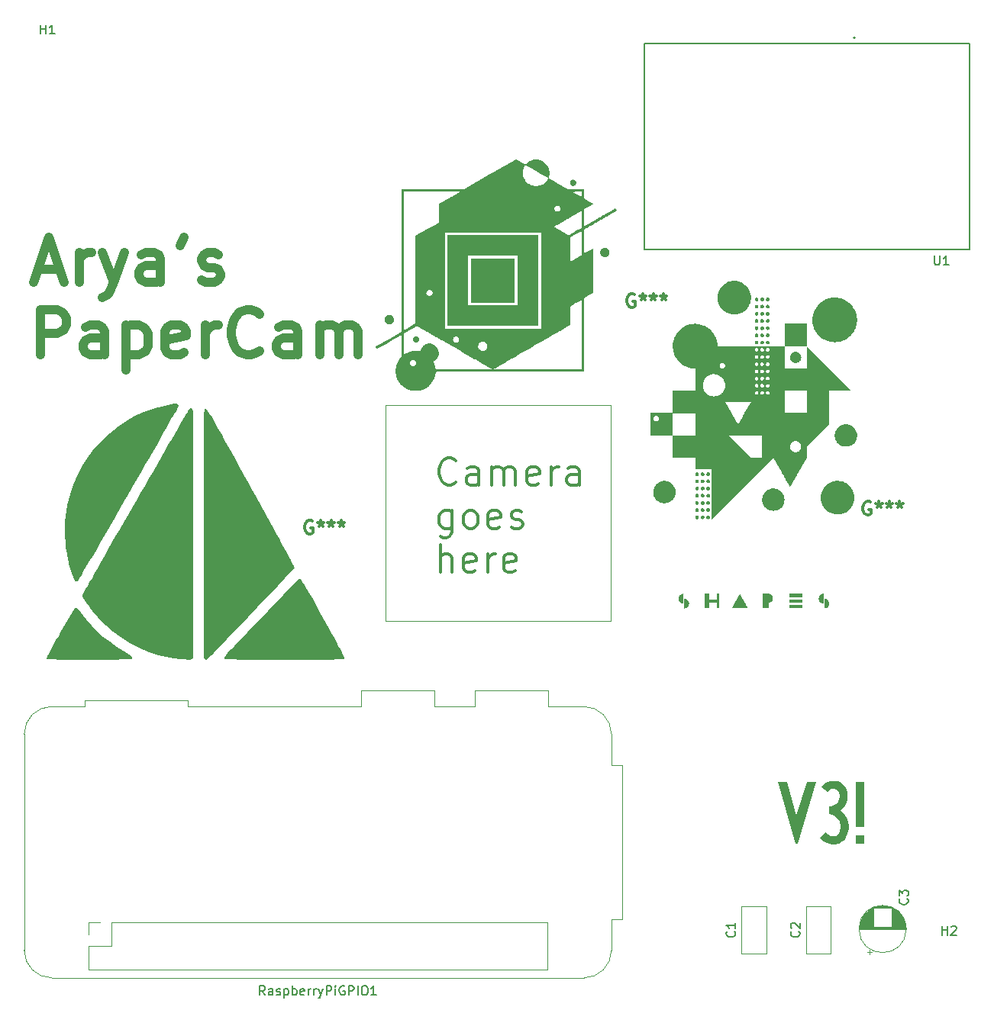
<source format=gbr>
%TF.GenerationSoftware,KiCad,Pcbnew,9.0.2*%
%TF.CreationDate,2025-07-02T04:32:50-04:00*%
%TF.ProjectId,PaperCam_Kicad,50617065-7243-4616-9d5f-4b696361642e,rev?*%
%TF.SameCoordinates,Original*%
%TF.FileFunction,Legend,Top*%
%TF.FilePolarity,Positive*%
%FSLAX46Y46*%
G04 Gerber Fmt 4.6, Leading zero omitted, Abs format (unit mm)*
G04 Created by KiCad (PCBNEW 9.0.2) date 2025-07-02 04:32:50*
%MOMM*%
%LPD*%
G01*
G04 APERTURE LIST*
%ADD10C,0.300000*%
%ADD11C,0.100000*%
%ADD12C,0.375000*%
%ADD13C,1.000000*%
%ADD14C,0.150000*%
%ADD15C,0.120000*%
%ADD16C,0.000000*%
%ADD17C,0.127000*%
%ADD18C,0.200000*%
G04 APERTURE END LIST*
D10*
G36*
X88189105Y-91678751D02*
G01*
X90254849Y-84791652D01*
X89236723Y-84791652D01*
X88090797Y-88529911D01*
X87032493Y-84791652D01*
X86014366Y-84791652D01*
X87992062Y-91678751D01*
X88189105Y-91678751D01*
G37*
G36*
X92998063Y-87971694D02*
G01*
X93172643Y-87828307D01*
X93329086Y-87663156D01*
X93460563Y-87483714D01*
X93570548Y-87285247D01*
X93654238Y-87076139D01*
X93713761Y-86850431D01*
X93753750Y-86436383D01*
X93740387Y-86164929D01*
X93701553Y-85918663D01*
X93640344Y-85700454D01*
X93558114Y-85505477D01*
X93456655Y-85333166D01*
X93337761Y-85182962D01*
X93047316Y-84941927D01*
X92688480Y-84780834D01*
X92264119Y-84706702D01*
X92142786Y-84703175D01*
X91740353Y-84757198D01*
X91547192Y-84824268D01*
X91363054Y-84917348D01*
X91191380Y-85035049D01*
X91033211Y-85177391D01*
X90860083Y-85386200D01*
X91489253Y-85915779D01*
X91654329Y-85734332D01*
X91897946Y-85617025D01*
X92142786Y-85583243D01*
X92296612Y-85596712D01*
X92435196Y-85636283D01*
X92553768Y-85698303D01*
X92655881Y-85782492D01*
X92806705Y-86013376D01*
X92879597Y-86332018D01*
X92883513Y-86436383D01*
X92831645Y-86763407D01*
X92681687Y-87049511D01*
X92439940Y-87283978D01*
X92117796Y-87447041D01*
X91933665Y-87494400D01*
X91740485Y-87515493D01*
X91688005Y-87516486D01*
X91688005Y-88396127D01*
X91721345Y-88396127D01*
X92044911Y-88448445D01*
X92363074Y-88607425D01*
X92644351Y-88868569D01*
X92758482Y-89030476D01*
X92850257Y-89209661D01*
X92914762Y-89396991D01*
X92952584Y-89595951D01*
X92961732Y-89755338D01*
X92948336Y-89984392D01*
X92909275Y-90190190D01*
X92848983Y-90365032D01*
X92767971Y-90515686D01*
X92672748Y-90635690D01*
X92561347Y-90731387D01*
X92439695Y-90799658D01*
X92305368Y-90843232D01*
X92132955Y-90861514D01*
X91874681Y-90810299D01*
X91582388Y-90643981D01*
X91455711Y-90525801D01*
X91354116Y-90390093D01*
X91352049Y-90386645D01*
X90704073Y-90970507D01*
X90826396Y-91150592D01*
X90964402Y-91306447D01*
X91284532Y-91549020D01*
X91661399Y-91701613D01*
X92092693Y-91760417D01*
X92132955Y-91760816D01*
X92367238Y-91747164D01*
X92591255Y-91706307D01*
X92796712Y-91640954D01*
X92989215Y-91550367D01*
X93162156Y-91438413D01*
X93319848Y-91302932D01*
X93458279Y-91147287D01*
X93579182Y-90969239D01*
X93680666Y-90769998D01*
X93762012Y-90548817D01*
X93822178Y-90303970D01*
X93859077Y-90037100D01*
X93871292Y-89755338D01*
X93819069Y-89269119D01*
X93665131Y-88810433D01*
X93414600Y-88392827D01*
X93078046Y-88036536D01*
X92998063Y-87971694D01*
G37*
G36*
X94653480Y-89816887D02*
G01*
X95612194Y-89816887D01*
X95631428Y-84791652D01*
X94624415Y-84791652D01*
X94653480Y-89816887D01*
G37*
G36*
X94653480Y-90720464D02*
G01*
X94653480Y-91678751D01*
X95612194Y-91678751D01*
X95612194Y-90720464D01*
X94653480Y-90720464D01*
G37*
D11*
X42500000Y-43000000D02*
X67500000Y-43000000D01*
X67500000Y-67000000D01*
X42500000Y-67000000D01*
X42500000Y-43000000D01*
D12*
X50300281Y-51580478D02*
X50157424Y-51723336D01*
X50157424Y-51723336D02*
X49728852Y-51866193D01*
X49728852Y-51866193D02*
X49443138Y-51866193D01*
X49443138Y-51866193D02*
X49014567Y-51723336D01*
X49014567Y-51723336D02*
X48728852Y-51437621D01*
X48728852Y-51437621D02*
X48585995Y-51151907D01*
X48585995Y-51151907D02*
X48443138Y-50580478D01*
X48443138Y-50580478D02*
X48443138Y-50151907D01*
X48443138Y-50151907D02*
X48585995Y-49580478D01*
X48585995Y-49580478D02*
X48728852Y-49294764D01*
X48728852Y-49294764D02*
X49014567Y-49009050D01*
X49014567Y-49009050D02*
X49443138Y-48866193D01*
X49443138Y-48866193D02*
X49728852Y-48866193D01*
X49728852Y-48866193D02*
X50157424Y-49009050D01*
X50157424Y-49009050D02*
X50300281Y-49151907D01*
X52871710Y-51866193D02*
X52871710Y-50294764D01*
X52871710Y-50294764D02*
X52728852Y-50009050D01*
X52728852Y-50009050D02*
X52443138Y-49866193D01*
X52443138Y-49866193D02*
X51871710Y-49866193D01*
X51871710Y-49866193D02*
X51585995Y-50009050D01*
X52871710Y-51723336D02*
X52585995Y-51866193D01*
X52585995Y-51866193D02*
X51871710Y-51866193D01*
X51871710Y-51866193D02*
X51585995Y-51723336D01*
X51585995Y-51723336D02*
X51443138Y-51437621D01*
X51443138Y-51437621D02*
X51443138Y-51151907D01*
X51443138Y-51151907D02*
X51585995Y-50866193D01*
X51585995Y-50866193D02*
X51871710Y-50723336D01*
X51871710Y-50723336D02*
X52585995Y-50723336D01*
X52585995Y-50723336D02*
X52871710Y-50580478D01*
X54300281Y-51866193D02*
X54300281Y-49866193D01*
X54300281Y-50151907D02*
X54443138Y-50009050D01*
X54443138Y-50009050D02*
X54728853Y-49866193D01*
X54728853Y-49866193D02*
X55157424Y-49866193D01*
X55157424Y-49866193D02*
X55443138Y-50009050D01*
X55443138Y-50009050D02*
X55585996Y-50294764D01*
X55585996Y-50294764D02*
X55585996Y-51866193D01*
X55585996Y-50294764D02*
X55728853Y-50009050D01*
X55728853Y-50009050D02*
X56014567Y-49866193D01*
X56014567Y-49866193D02*
X56443138Y-49866193D01*
X56443138Y-49866193D02*
X56728853Y-50009050D01*
X56728853Y-50009050D02*
X56871710Y-50294764D01*
X56871710Y-50294764D02*
X56871710Y-51866193D01*
X59443138Y-51723336D02*
X59157424Y-51866193D01*
X59157424Y-51866193D02*
X58585996Y-51866193D01*
X58585996Y-51866193D02*
X58300281Y-51723336D01*
X58300281Y-51723336D02*
X58157424Y-51437621D01*
X58157424Y-51437621D02*
X58157424Y-50294764D01*
X58157424Y-50294764D02*
X58300281Y-50009050D01*
X58300281Y-50009050D02*
X58585996Y-49866193D01*
X58585996Y-49866193D02*
X59157424Y-49866193D01*
X59157424Y-49866193D02*
X59443138Y-50009050D01*
X59443138Y-50009050D02*
X59585996Y-50294764D01*
X59585996Y-50294764D02*
X59585996Y-50580478D01*
X59585996Y-50580478D02*
X58157424Y-50866193D01*
X60871710Y-51866193D02*
X60871710Y-49866193D01*
X60871710Y-50437621D02*
X61014567Y-50151907D01*
X61014567Y-50151907D02*
X61157425Y-50009050D01*
X61157425Y-50009050D02*
X61443139Y-49866193D01*
X61443139Y-49866193D02*
X61728853Y-49866193D01*
X64014568Y-51866193D02*
X64014568Y-50294764D01*
X64014568Y-50294764D02*
X63871710Y-50009050D01*
X63871710Y-50009050D02*
X63585996Y-49866193D01*
X63585996Y-49866193D02*
X63014568Y-49866193D01*
X63014568Y-49866193D02*
X62728853Y-50009050D01*
X64014568Y-51723336D02*
X63728853Y-51866193D01*
X63728853Y-51866193D02*
X63014568Y-51866193D01*
X63014568Y-51866193D02*
X62728853Y-51723336D01*
X62728853Y-51723336D02*
X62585996Y-51437621D01*
X62585996Y-51437621D02*
X62585996Y-51151907D01*
X62585996Y-51151907D02*
X62728853Y-50866193D01*
X62728853Y-50866193D02*
X63014568Y-50723336D01*
X63014568Y-50723336D02*
X63728853Y-50723336D01*
X63728853Y-50723336D02*
X64014568Y-50580478D01*
X49871710Y-54696025D02*
X49871710Y-57124596D01*
X49871710Y-57124596D02*
X49728852Y-57410310D01*
X49728852Y-57410310D02*
X49585995Y-57553168D01*
X49585995Y-57553168D02*
X49300281Y-57696025D01*
X49300281Y-57696025D02*
X48871710Y-57696025D01*
X48871710Y-57696025D02*
X48585995Y-57553168D01*
X49871710Y-56553168D02*
X49585995Y-56696025D01*
X49585995Y-56696025D02*
X49014567Y-56696025D01*
X49014567Y-56696025D02*
X48728852Y-56553168D01*
X48728852Y-56553168D02*
X48585995Y-56410310D01*
X48585995Y-56410310D02*
X48443138Y-56124596D01*
X48443138Y-56124596D02*
X48443138Y-55267453D01*
X48443138Y-55267453D02*
X48585995Y-54981739D01*
X48585995Y-54981739D02*
X48728852Y-54838882D01*
X48728852Y-54838882D02*
X49014567Y-54696025D01*
X49014567Y-54696025D02*
X49585995Y-54696025D01*
X49585995Y-54696025D02*
X49871710Y-54838882D01*
X51728853Y-56696025D02*
X51443138Y-56553168D01*
X51443138Y-56553168D02*
X51300281Y-56410310D01*
X51300281Y-56410310D02*
X51157424Y-56124596D01*
X51157424Y-56124596D02*
X51157424Y-55267453D01*
X51157424Y-55267453D02*
X51300281Y-54981739D01*
X51300281Y-54981739D02*
X51443138Y-54838882D01*
X51443138Y-54838882D02*
X51728853Y-54696025D01*
X51728853Y-54696025D02*
X52157424Y-54696025D01*
X52157424Y-54696025D02*
X52443138Y-54838882D01*
X52443138Y-54838882D02*
X52585996Y-54981739D01*
X52585996Y-54981739D02*
X52728853Y-55267453D01*
X52728853Y-55267453D02*
X52728853Y-56124596D01*
X52728853Y-56124596D02*
X52585996Y-56410310D01*
X52585996Y-56410310D02*
X52443138Y-56553168D01*
X52443138Y-56553168D02*
X52157424Y-56696025D01*
X52157424Y-56696025D02*
X51728853Y-56696025D01*
X55157424Y-56553168D02*
X54871710Y-56696025D01*
X54871710Y-56696025D02*
X54300282Y-56696025D01*
X54300282Y-56696025D02*
X54014567Y-56553168D01*
X54014567Y-56553168D02*
X53871710Y-56267453D01*
X53871710Y-56267453D02*
X53871710Y-55124596D01*
X53871710Y-55124596D02*
X54014567Y-54838882D01*
X54014567Y-54838882D02*
X54300282Y-54696025D01*
X54300282Y-54696025D02*
X54871710Y-54696025D01*
X54871710Y-54696025D02*
X55157424Y-54838882D01*
X55157424Y-54838882D02*
X55300282Y-55124596D01*
X55300282Y-55124596D02*
X55300282Y-55410310D01*
X55300282Y-55410310D02*
X53871710Y-55696025D01*
X56443139Y-56553168D02*
X56728853Y-56696025D01*
X56728853Y-56696025D02*
X57300282Y-56696025D01*
X57300282Y-56696025D02*
X57585996Y-56553168D01*
X57585996Y-56553168D02*
X57728853Y-56267453D01*
X57728853Y-56267453D02*
X57728853Y-56124596D01*
X57728853Y-56124596D02*
X57585996Y-55838882D01*
X57585996Y-55838882D02*
X57300282Y-55696025D01*
X57300282Y-55696025D02*
X56871711Y-55696025D01*
X56871711Y-55696025D02*
X56585996Y-55553168D01*
X56585996Y-55553168D02*
X56443139Y-55267453D01*
X56443139Y-55267453D02*
X56443139Y-55124596D01*
X56443139Y-55124596D02*
X56585996Y-54838882D01*
X56585996Y-54838882D02*
X56871711Y-54696025D01*
X56871711Y-54696025D02*
X57300282Y-54696025D01*
X57300282Y-54696025D02*
X57585996Y-54838882D01*
X48585995Y-61525857D02*
X48585995Y-58525857D01*
X49871710Y-61525857D02*
X49871710Y-59954428D01*
X49871710Y-59954428D02*
X49728852Y-59668714D01*
X49728852Y-59668714D02*
X49443138Y-59525857D01*
X49443138Y-59525857D02*
X49014567Y-59525857D01*
X49014567Y-59525857D02*
X48728852Y-59668714D01*
X48728852Y-59668714D02*
X48585995Y-59811571D01*
X52443138Y-61383000D02*
X52157424Y-61525857D01*
X52157424Y-61525857D02*
X51585996Y-61525857D01*
X51585996Y-61525857D02*
X51300281Y-61383000D01*
X51300281Y-61383000D02*
X51157424Y-61097285D01*
X51157424Y-61097285D02*
X51157424Y-59954428D01*
X51157424Y-59954428D02*
X51300281Y-59668714D01*
X51300281Y-59668714D02*
X51585996Y-59525857D01*
X51585996Y-59525857D02*
X52157424Y-59525857D01*
X52157424Y-59525857D02*
X52443138Y-59668714D01*
X52443138Y-59668714D02*
X52585996Y-59954428D01*
X52585996Y-59954428D02*
X52585996Y-60240142D01*
X52585996Y-60240142D02*
X51157424Y-60525857D01*
X53871710Y-61525857D02*
X53871710Y-59525857D01*
X53871710Y-60097285D02*
X54014567Y-59811571D01*
X54014567Y-59811571D02*
X54157425Y-59668714D01*
X54157425Y-59668714D02*
X54443139Y-59525857D01*
X54443139Y-59525857D02*
X54728853Y-59525857D01*
X56871710Y-61383000D02*
X56585996Y-61525857D01*
X56585996Y-61525857D02*
X56014568Y-61525857D01*
X56014568Y-61525857D02*
X55728853Y-61383000D01*
X55728853Y-61383000D02*
X55585996Y-61097285D01*
X55585996Y-61097285D02*
X55585996Y-59954428D01*
X55585996Y-59954428D02*
X55728853Y-59668714D01*
X55728853Y-59668714D02*
X56014568Y-59525857D01*
X56014568Y-59525857D02*
X56585996Y-59525857D01*
X56585996Y-59525857D02*
X56871710Y-59668714D01*
X56871710Y-59668714D02*
X57014568Y-59954428D01*
X57014568Y-59954428D02*
X57014568Y-60240142D01*
X57014568Y-60240142D02*
X55585996Y-60525857D01*
D13*
X3991524Y-27957803D02*
X6372477Y-27957803D01*
X3515334Y-29386375D02*
X5182001Y-24386375D01*
X5182001Y-24386375D02*
X6848667Y-29386375D01*
X8515334Y-29386375D02*
X8515334Y-26053041D01*
X8515334Y-27005422D02*
X8753429Y-26529232D01*
X8753429Y-26529232D02*
X8991524Y-26291137D01*
X8991524Y-26291137D02*
X9467715Y-26053041D01*
X9467715Y-26053041D02*
X9943905Y-26053041D01*
X11134381Y-26053041D02*
X12324857Y-29386375D01*
X13515334Y-26053041D02*
X12324857Y-29386375D01*
X12324857Y-29386375D02*
X11848667Y-30576851D01*
X11848667Y-30576851D02*
X11610572Y-30814946D01*
X11610572Y-30814946D02*
X11134381Y-31053041D01*
X17562953Y-29386375D02*
X17562953Y-26767327D01*
X17562953Y-26767327D02*
X17324858Y-26291137D01*
X17324858Y-26291137D02*
X16848667Y-26053041D01*
X16848667Y-26053041D02*
X15896286Y-26053041D01*
X15896286Y-26053041D02*
X15420096Y-26291137D01*
X17562953Y-29148280D02*
X17086762Y-29386375D01*
X17086762Y-29386375D02*
X15896286Y-29386375D01*
X15896286Y-29386375D02*
X15420096Y-29148280D01*
X15420096Y-29148280D02*
X15182000Y-28672089D01*
X15182000Y-28672089D02*
X15182000Y-28195899D01*
X15182000Y-28195899D02*
X15420096Y-27719708D01*
X15420096Y-27719708D02*
X15896286Y-27481613D01*
X15896286Y-27481613D02*
X17086762Y-27481613D01*
X17086762Y-27481613D02*
X17562953Y-27243518D01*
X20182001Y-24386375D02*
X19705810Y-25338756D01*
X22086762Y-29148280D02*
X22562953Y-29386375D01*
X22562953Y-29386375D02*
X23515334Y-29386375D01*
X23515334Y-29386375D02*
X23991524Y-29148280D01*
X23991524Y-29148280D02*
X24229620Y-28672089D01*
X24229620Y-28672089D02*
X24229620Y-28433994D01*
X24229620Y-28433994D02*
X23991524Y-27957803D01*
X23991524Y-27957803D02*
X23515334Y-27719708D01*
X23515334Y-27719708D02*
X22801048Y-27719708D01*
X22801048Y-27719708D02*
X22324858Y-27481613D01*
X22324858Y-27481613D02*
X22086762Y-27005422D01*
X22086762Y-27005422D02*
X22086762Y-26767327D01*
X22086762Y-26767327D02*
X22324858Y-26291137D01*
X22324858Y-26291137D02*
X22801048Y-26053041D01*
X22801048Y-26053041D02*
X23515334Y-26053041D01*
X23515334Y-26053041D02*
X23991524Y-26291137D01*
X4229620Y-37436095D02*
X4229620Y-32436095D01*
X4229620Y-32436095D02*
X6134382Y-32436095D01*
X6134382Y-32436095D02*
X6610572Y-32674190D01*
X6610572Y-32674190D02*
X6848667Y-32912285D01*
X6848667Y-32912285D02*
X7086763Y-33388476D01*
X7086763Y-33388476D02*
X7086763Y-34102761D01*
X7086763Y-34102761D02*
X6848667Y-34578952D01*
X6848667Y-34578952D02*
X6610572Y-34817047D01*
X6610572Y-34817047D02*
X6134382Y-35055142D01*
X6134382Y-35055142D02*
X4229620Y-35055142D01*
X11372477Y-37436095D02*
X11372477Y-34817047D01*
X11372477Y-34817047D02*
X11134382Y-34340857D01*
X11134382Y-34340857D02*
X10658191Y-34102761D01*
X10658191Y-34102761D02*
X9705810Y-34102761D01*
X9705810Y-34102761D02*
X9229620Y-34340857D01*
X11372477Y-37198000D02*
X10896286Y-37436095D01*
X10896286Y-37436095D02*
X9705810Y-37436095D01*
X9705810Y-37436095D02*
X9229620Y-37198000D01*
X9229620Y-37198000D02*
X8991524Y-36721809D01*
X8991524Y-36721809D02*
X8991524Y-36245619D01*
X8991524Y-36245619D02*
X9229620Y-35769428D01*
X9229620Y-35769428D02*
X9705810Y-35531333D01*
X9705810Y-35531333D02*
X10896286Y-35531333D01*
X10896286Y-35531333D02*
X11372477Y-35293238D01*
X13753430Y-34102761D02*
X13753430Y-39102761D01*
X13753430Y-34340857D02*
X14229620Y-34102761D01*
X14229620Y-34102761D02*
X15182001Y-34102761D01*
X15182001Y-34102761D02*
X15658192Y-34340857D01*
X15658192Y-34340857D02*
X15896287Y-34578952D01*
X15896287Y-34578952D02*
X16134382Y-35055142D01*
X16134382Y-35055142D02*
X16134382Y-36483714D01*
X16134382Y-36483714D02*
X15896287Y-36959904D01*
X15896287Y-36959904D02*
X15658192Y-37198000D01*
X15658192Y-37198000D02*
X15182001Y-37436095D01*
X15182001Y-37436095D02*
X14229620Y-37436095D01*
X14229620Y-37436095D02*
X13753430Y-37198000D01*
X20182002Y-37198000D02*
X19705811Y-37436095D01*
X19705811Y-37436095D02*
X18753430Y-37436095D01*
X18753430Y-37436095D02*
X18277240Y-37198000D01*
X18277240Y-37198000D02*
X18039144Y-36721809D01*
X18039144Y-36721809D02*
X18039144Y-34817047D01*
X18039144Y-34817047D02*
X18277240Y-34340857D01*
X18277240Y-34340857D02*
X18753430Y-34102761D01*
X18753430Y-34102761D02*
X19705811Y-34102761D01*
X19705811Y-34102761D02*
X20182002Y-34340857D01*
X20182002Y-34340857D02*
X20420097Y-34817047D01*
X20420097Y-34817047D02*
X20420097Y-35293238D01*
X20420097Y-35293238D02*
X18039144Y-35769428D01*
X22562954Y-37436095D02*
X22562954Y-34102761D01*
X22562954Y-35055142D02*
X22801049Y-34578952D01*
X22801049Y-34578952D02*
X23039144Y-34340857D01*
X23039144Y-34340857D02*
X23515335Y-34102761D01*
X23515335Y-34102761D02*
X23991525Y-34102761D01*
X28515335Y-36959904D02*
X28277239Y-37198000D01*
X28277239Y-37198000D02*
X27562954Y-37436095D01*
X27562954Y-37436095D02*
X27086763Y-37436095D01*
X27086763Y-37436095D02*
X26372477Y-37198000D01*
X26372477Y-37198000D02*
X25896287Y-36721809D01*
X25896287Y-36721809D02*
X25658192Y-36245619D01*
X25658192Y-36245619D02*
X25420096Y-35293238D01*
X25420096Y-35293238D02*
X25420096Y-34578952D01*
X25420096Y-34578952D02*
X25658192Y-33626571D01*
X25658192Y-33626571D02*
X25896287Y-33150380D01*
X25896287Y-33150380D02*
X26372477Y-32674190D01*
X26372477Y-32674190D02*
X27086763Y-32436095D01*
X27086763Y-32436095D02*
X27562954Y-32436095D01*
X27562954Y-32436095D02*
X28277239Y-32674190D01*
X28277239Y-32674190D02*
X28515335Y-32912285D01*
X32801049Y-37436095D02*
X32801049Y-34817047D01*
X32801049Y-34817047D02*
X32562954Y-34340857D01*
X32562954Y-34340857D02*
X32086763Y-34102761D01*
X32086763Y-34102761D02*
X31134382Y-34102761D01*
X31134382Y-34102761D02*
X30658192Y-34340857D01*
X32801049Y-37198000D02*
X32324858Y-37436095D01*
X32324858Y-37436095D02*
X31134382Y-37436095D01*
X31134382Y-37436095D02*
X30658192Y-37198000D01*
X30658192Y-37198000D02*
X30420096Y-36721809D01*
X30420096Y-36721809D02*
X30420096Y-36245619D01*
X30420096Y-36245619D02*
X30658192Y-35769428D01*
X30658192Y-35769428D02*
X31134382Y-35531333D01*
X31134382Y-35531333D02*
X32324858Y-35531333D01*
X32324858Y-35531333D02*
X32801049Y-35293238D01*
X35182002Y-37436095D02*
X35182002Y-34102761D01*
X35182002Y-34578952D02*
X35420097Y-34340857D01*
X35420097Y-34340857D02*
X35896287Y-34102761D01*
X35896287Y-34102761D02*
X36610573Y-34102761D01*
X36610573Y-34102761D02*
X37086764Y-34340857D01*
X37086764Y-34340857D02*
X37324859Y-34817047D01*
X37324859Y-34817047D02*
X37324859Y-37436095D01*
X37324859Y-34817047D02*
X37562954Y-34340857D01*
X37562954Y-34340857D02*
X38039145Y-34102761D01*
X38039145Y-34102761D02*
X38753430Y-34102761D01*
X38753430Y-34102761D02*
X39229621Y-34340857D01*
X39229621Y-34340857D02*
X39467716Y-34817047D01*
X39467716Y-34817047D02*
X39467716Y-37436095D01*
D14*
X81203330Y-101429166D02*
X81250950Y-101476785D01*
X81250950Y-101476785D02*
X81298569Y-101619642D01*
X81298569Y-101619642D02*
X81298569Y-101714880D01*
X81298569Y-101714880D02*
X81250950Y-101857737D01*
X81250950Y-101857737D02*
X81155711Y-101952975D01*
X81155711Y-101952975D02*
X81060473Y-102000594D01*
X81060473Y-102000594D02*
X80869997Y-102048213D01*
X80869997Y-102048213D02*
X80727140Y-102048213D01*
X80727140Y-102048213D02*
X80536664Y-102000594D01*
X80536664Y-102000594D02*
X80441426Y-101952975D01*
X80441426Y-101952975D02*
X80346188Y-101857737D01*
X80346188Y-101857737D02*
X80298569Y-101714880D01*
X80298569Y-101714880D02*
X80298569Y-101619642D01*
X80298569Y-101619642D02*
X80346188Y-101476785D01*
X80346188Y-101476785D02*
X80393807Y-101429166D01*
X81298569Y-100476785D02*
X81298569Y-101048213D01*
X81298569Y-100762499D02*
X80298569Y-100762499D01*
X80298569Y-100762499D02*
X80441426Y-100857737D01*
X80441426Y-100857737D02*
X80536664Y-100952975D01*
X80536664Y-100952975D02*
X80584283Y-101048213D01*
D10*
X70116072Y-30731762D02*
X69973215Y-30660333D01*
X69973215Y-30660333D02*
X69758929Y-30660333D01*
X69758929Y-30660333D02*
X69544643Y-30731762D01*
X69544643Y-30731762D02*
X69401786Y-30874619D01*
X69401786Y-30874619D02*
X69330357Y-31017476D01*
X69330357Y-31017476D02*
X69258929Y-31303190D01*
X69258929Y-31303190D02*
X69258929Y-31517476D01*
X69258929Y-31517476D02*
X69330357Y-31803190D01*
X69330357Y-31803190D02*
X69401786Y-31946047D01*
X69401786Y-31946047D02*
X69544643Y-32088905D01*
X69544643Y-32088905D02*
X69758929Y-32160333D01*
X69758929Y-32160333D02*
X69901786Y-32160333D01*
X69901786Y-32160333D02*
X70116072Y-32088905D01*
X70116072Y-32088905D02*
X70187500Y-32017476D01*
X70187500Y-32017476D02*
X70187500Y-31517476D01*
X70187500Y-31517476D02*
X69901786Y-31517476D01*
X71044643Y-30660333D02*
X71044643Y-31017476D01*
X70687500Y-30874619D02*
X71044643Y-31017476D01*
X71044643Y-31017476D02*
X71401786Y-30874619D01*
X70830357Y-31303190D02*
X71044643Y-31017476D01*
X71044643Y-31017476D02*
X71258929Y-31303190D01*
X72187500Y-30660333D02*
X72187500Y-31017476D01*
X71830357Y-30874619D02*
X72187500Y-31017476D01*
X72187500Y-31017476D02*
X72544643Y-30874619D01*
X71973214Y-31303190D02*
X72187500Y-31017476D01*
X72187500Y-31017476D02*
X72401786Y-31303190D01*
X73330357Y-30660333D02*
X73330357Y-31017476D01*
X72973214Y-30874619D02*
X73330357Y-31017476D01*
X73330357Y-31017476D02*
X73687500Y-30874619D01*
X73116071Y-31303190D02*
X73330357Y-31017476D01*
X73330357Y-31017476D02*
X73544643Y-31303190D01*
X34397322Y-55861766D02*
X34254465Y-55790337D01*
X34254465Y-55790337D02*
X34040179Y-55790337D01*
X34040179Y-55790337D02*
X33825893Y-55861766D01*
X33825893Y-55861766D02*
X33683036Y-56004623D01*
X33683036Y-56004623D02*
X33611607Y-56147480D01*
X33611607Y-56147480D02*
X33540179Y-56433194D01*
X33540179Y-56433194D02*
X33540179Y-56647480D01*
X33540179Y-56647480D02*
X33611607Y-56933194D01*
X33611607Y-56933194D02*
X33683036Y-57076051D01*
X33683036Y-57076051D02*
X33825893Y-57218909D01*
X33825893Y-57218909D02*
X34040179Y-57290337D01*
X34040179Y-57290337D02*
X34183036Y-57290337D01*
X34183036Y-57290337D02*
X34397322Y-57218909D01*
X34397322Y-57218909D02*
X34468750Y-57147480D01*
X34468750Y-57147480D02*
X34468750Y-56647480D01*
X34468750Y-56647480D02*
X34183036Y-56647480D01*
X35325893Y-55790337D02*
X35325893Y-56147480D01*
X34968750Y-56004623D02*
X35325893Y-56147480D01*
X35325893Y-56147480D02*
X35683036Y-56004623D01*
X35111607Y-56433194D02*
X35325893Y-56147480D01*
X35325893Y-56147480D02*
X35540179Y-56433194D01*
X36468750Y-55790337D02*
X36468750Y-56147480D01*
X36111607Y-56004623D02*
X36468750Y-56147480D01*
X36468750Y-56147480D02*
X36825893Y-56004623D01*
X36254464Y-56433194D02*
X36468750Y-56147480D01*
X36468750Y-56147480D02*
X36683036Y-56433194D01*
X37611607Y-55790337D02*
X37611607Y-56147480D01*
X37254464Y-56004623D02*
X37611607Y-56147480D01*
X37611607Y-56147480D02*
X37968750Y-56004623D01*
X37397321Y-56433194D02*
X37611607Y-56147480D01*
X37611607Y-56147480D02*
X37825893Y-56433194D01*
D14*
X100372080Y-97797916D02*
X100419700Y-97845535D01*
X100419700Y-97845535D02*
X100467319Y-97988392D01*
X100467319Y-97988392D02*
X100467319Y-98083630D01*
X100467319Y-98083630D02*
X100419700Y-98226487D01*
X100419700Y-98226487D02*
X100324461Y-98321725D01*
X100324461Y-98321725D02*
X100229223Y-98369344D01*
X100229223Y-98369344D02*
X100038747Y-98416963D01*
X100038747Y-98416963D02*
X99895890Y-98416963D01*
X99895890Y-98416963D02*
X99705414Y-98369344D01*
X99705414Y-98369344D02*
X99610176Y-98321725D01*
X99610176Y-98321725D02*
X99514938Y-98226487D01*
X99514938Y-98226487D02*
X99467319Y-98083630D01*
X99467319Y-98083630D02*
X99467319Y-97988392D01*
X99467319Y-97988392D02*
X99514938Y-97845535D01*
X99514938Y-97845535D02*
X99562557Y-97797916D01*
X99467319Y-97464582D02*
X99467319Y-96845535D01*
X99467319Y-96845535D02*
X99848271Y-97178868D01*
X99848271Y-97178868D02*
X99848271Y-97036011D01*
X99848271Y-97036011D02*
X99895890Y-96940773D01*
X99895890Y-96940773D02*
X99943509Y-96893154D01*
X99943509Y-96893154D02*
X100038747Y-96845535D01*
X100038747Y-96845535D02*
X100276842Y-96845535D01*
X100276842Y-96845535D02*
X100372080Y-96893154D01*
X100372080Y-96893154D02*
X100419700Y-96940773D01*
X100419700Y-96940773D02*
X100467319Y-97036011D01*
X100467319Y-97036011D02*
X100467319Y-97321725D01*
X100467319Y-97321725D02*
X100419700Y-97416963D01*
X100419700Y-97416963D02*
X100372080Y-97464582D01*
X4238095Y-1804819D02*
X4238095Y-804819D01*
X4238095Y-1281009D02*
X4809523Y-1281009D01*
X4809523Y-1804819D02*
X4809523Y-804819D01*
X5809523Y-1804819D02*
X5238095Y-1804819D01*
X5523809Y-1804819D02*
X5523809Y-804819D01*
X5523809Y-804819D02*
X5428571Y-947676D01*
X5428571Y-947676D02*
X5333333Y-1042914D01*
X5333333Y-1042914D02*
X5238095Y-1090533D01*
D10*
X96309822Y-53773995D02*
X96166965Y-53702566D01*
X96166965Y-53702566D02*
X95952679Y-53702566D01*
X95952679Y-53702566D02*
X95738393Y-53773995D01*
X95738393Y-53773995D02*
X95595536Y-53916852D01*
X95595536Y-53916852D02*
X95524107Y-54059709D01*
X95524107Y-54059709D02*
X95452679Y-54345423D01*
X95452679Y-54345423D02*
X95452679Y-54559709D01*
X95452679Y-54559709D02*
X95524107Y-54845423D01*
X95524107Y-54845423D02*
X95595536Y-54988280D01*
X95595536Y-54988280D02*
X95738393Y-55131138D01*
X95738393Y-55131138D02*
X95952679Y-55202566D01*
X95952679Y-55202566D02*
X96095536Y-55202566D01*
X96095536Y-55202566D02*
X96309822Y-55131138D01*
X96309822Y-55131138D02*
X96381250Y-55059709D01*
X96381250Y-55059709D02*
X96381250Y-54559709D01*
X96381250Y-54559709D02*
X96095536Y-54559709D01*
X97238393Y-53702566D02*
X97238393Y-54059709D01*
X96881250Y-53916852D02*
X97238393Y-54059709D01*
X97238393Y-54059709D02*
X97595536Y-53916852D01*
X97024107Y-54345423D02*
X97238393Y-54059709D01*
X97238393Y-54059709D02*
X97452679Y-54345423D01*
X98381250Y-53702566D02*
X98381250Y-54059709D01*
X98024107Y-53916852D02*
X98381250Y-54059709D01*
X98381250Y-54059709D02*
X98738393Y-53916852D01*
X98166964Y-54345423D02*
X98381250Y-54059709D01*
X98381250Y-54059709D02*
X98595536Y-54345423D01*
X99524107Y-53702566D02*
X99524107Y-54059709D01*
X99166964Y-53916852D02*
X99524107Y-54059709D01*
X99524107Y-54059709D02*
X99881250Y-53916852D01*
X99309821Y-54345423D02*
X99524107Y-54059709D01*
X99524107Y-54059709D02*
X99738393Y-54345423D01*
D14*
X104238095Y-101804819D02*
X104238095Y-100804819D01*
X104238095Y-101281009D02*
X104809523Y-101281009D01*
X104809523Y-101804819D02*
X104809523Y-100804819D01*
X105238095Y-100900057D02*
X105285714Y-100852438D01*
X105285714Y-100852438D02*
X105380952Y-100804819D01*
X105380952Y-100804819D02*
X105619047Y-100804819D01*
X105619047Y-100804819D02*
X105714285Y-100852438D01*
X105714285Y-100852438D02*
X105761904Y-100900057D01*
X105761904Y-100900057D02*
X105809523Y-100995295D01*
X105809523Y-100995295D02*
X105809523Y-101090533D01*
X105809523Y-101090533D02*
X105761904Y-101233390D01*
X105761904Y-101233390D02*
X105190476Y-101804819D01*
X105190476Y-101804819D02*
X105809523Y-101804819D01*
X88347080Y-101429166D02*
X88394700Y-101476785D01*
X88394700Y-101476785D02*
X88442319Y-101619642D01*
X88442319Y-101619642D02*
X88442319Y-101714880D01*
X88442319Y-101714880D02*
X88394700Y-101857737D01*
X88394700Y-101857737D02*
X88299461Y-101952975D01*
X88299461Y-101952975D02*
X88204223Y-102000594D01*
X88204223Y-102000594D02*
X88013747Y-102048213D01*
X88013747Y-102048213D02*
X87870890Y-102048213D01*
X87870890Y-102048213D02*
X87680414Y-102000594D01*
X87680414Y-102000594D02*
X87585176Y-101952975D01*
X87585176Y-101952975D02*
X87489938Y-101857737D01*
X87489938Y-101857737D02*
X87442319Y-101714880D01*
X87442319Y-101714880D02*
X87442319Y-101619642D01*
X87442319Y-101619642D02*
X87489938Y-101476785D01*
X87489938Y-101476785D02*
X87537557Y-101429166D01*
X87537557Y-101048213D02*
X87489938Y-101000594D01*
X87489938Y-101000594D02*
X87442319Y-100905356D01*
X87442319Y-100905356D02*
X87442319Y-100667261D01*
X87442319Y-100667261D02*
X87489938Y-100572023D01*
X87489938Y-100572023D02*
X87537557Y-100524404D01*
X87537557Y-100524404D02*
X87632795Y-100476785D01*
X87632795Y-100476785D02*
X87728033Y-100476785D01*
X87728033Y-100476785D02*
X87870890Y-100524404D01*
X87870890Y-100524404D02*
X88442319Y-101095832D01*
X88442319Y-101095832D02*
X88442319Y-100476785D01*
X29136606Y-108467319D02*
X28803273Y-107991128D01*
X28565178Y-108467319D02*
X28565178Y-107467319D01*
X28565178Y-107467319D02*
X28946130Y-107467319D01*
X28946130Y-107467319D02*
X29041368Y-107514938D01*
X29041368Y-107514938D02*
X29088987Y-107562557D01*
X29088987Y-107562557D02*
X29136606Y-107657795D01*
X29136606Y-107657795D02*
X29136606Y-107800652D01*
X29136606Y-107800652D02*
X29088987Y-107895890D01*
X29088987Y-107895890D02*
X29041368Y-107943509D01*
X29041368Y-107943509D02*
X28946130Y-107991128D01*
X28946130Y-107991128D02*
X28565178Y-107991128D01*
X29993749Y-108467319D02*
X29993749Y-107943509D01*
X29993749Y-107943509D02*
X29946130Y-107848271D01*
X29946130Y-107848271D02*
X29850892Y-107800652D01*
X29850892Y-107800652D02*
X29660416Y-107800652D01*
X29660416Y-107800652D02*
X29565178Y-107848271D01*
X29993749Y-108419700D02*
X29898511Y-108467319D01*
X29898511Y-108467319D02*
X29660416Y-108467319D01*
X29660416Y-108467319D02*
X29565178Y-108419700D01*
X29565178Y-108419700D02*
X29517559Y-108324461D01*
X29517559Y-108324461D02*
X29517559Y-108229223D01*
X29517559Y-108229223D02*
X29565178Y-108133985D01*
X29565178Y-108133985D02*
X29660416Y-108086366D01*
X29660416Y-108086366D02*
X29898511Y-108086366D01*
X29898511Y-108086366D02*
X29993749Y-108038747D01*
X30422321Y-108419700D02*
X30517559Y-108467319D01*
X30517559Y-108467319D02*
X30708035Y-108467319D01*
X30708035Y-108467319D02*
X30803273Y-108419700D01*
X30803273Y-108419700D02*
X30850892Y-108324461D01*
X30850892Y-108324461D02*
X30850892Y-108276842D01*
X30850892Y-108276842D02*
X30803273Y-108181604D01*
X30803273Y-108181604D02*
X30708035Y-108133985D01*
X30708035Y-108133985D02*
X30565178Y-108133985D01*
X30565178Y-108133985D02*
X30469940Y-108086366D01*
X30469940Y-108086366D02*
X30422321Y-107991128D01*
X30422321Y-107991128D02*
X30422321Y-107943509D01*
X30422321Y-107943509D02*
X30469940Y-107848271D01*
X30469940Y-107848271D02*
X30565178Y-107800652D01*
X30565178Y-107800652D02*
X30708035Y-107800652D01*
X30708035Y-107800652D02*
X30803273Y-107848271D01*
X31279464Y-107800652D02*
X31279464Y-108800652D01*
X31279464Y-107848271D02*
X31374702Y-107800652D01*
X31374702Y-107800652D02*
X31565178Y-107800652D01*
X31565178Y-107800652D02*
X31660416Y-107848271D01*
X31660416Y-107848271D02*
X31708035Y-107895890D01*
X31708035Y-107895890D02*
X31755654Y-107991128D01*
X31755654Y-107991128D02*
X31755654Y-108276842D01*
X31755654Y-108276842D02*
X31708035Y-108372080D01*
X31708035Y-108372080D02*
X31660416Y-108419700D01*
X31660416Y-108419700D02*
X31565178Y-108467319D01*
X31565178Y-108467319D02*
X31374702Y-108467319D01*
X31374702Y-108467319D02*
X31279464Y-108419700D01*
X32184226Y-108467319D02*
X32184226Y-107467319D01*
X32184226Y-107848271D02*
X32279464Y-107800652D01*
X32279464Y-107800652D02*
X32469940Y-107800652D01*
X32469940Y-107800652D02*
X32565178Y-107848271D01*
X32565178Y-107848271D02*
X32612797Y-107895890D01*
X32612797Y-107895890D02*
X32660416Y-107991128D01*
X32660416Y-107991128D02*
X32660416Y-108276842D01*
X32660416Y-108276842D02*
X32612797Y-108372080D01*
X32612797Y-108372080D02*
X32565178Y-108419700D01*
X32565178Y-108419700D02*
X32469940Y-108467319D01*
X32469940Y-108467319D02*
X32279464Y-108467319D01*
X32279464Y-108467319D02*
X32184226Y-108419700D01*
X33469940Y-108419700D02*
X33374702Y-108467319D01*
X33374702Y-108467319D02*
X33184226Y-108467319D01*
X33184226Y-108467319D02*
X33088988Y-108419700D01*
X33088988Y-108419700D02*
X33041369Y-108324461D01*
X33041369Y-108324461D02*
X33041369Y-107943509D01*
X33041369Y-107943509D02*
X33088988Y-107848271D01*
X33088988Y-107848271D02*
X33184226Y-107800652D01*
X33184226Y-107800652D02*
X33374702Y-107800652D01*
X33374702Y-107800652D02*
X33469940Y-107848271D01*
X33469940Y-107848271D02*
X33517559Y-107943509D01*
X33517559Y-107943509D02*
X33517559Y-108038747D01*
X33517559Y-108038747D02*
X33041369Y-108133985D01*
X33946131Y-108467319D02*
X33946131Y-107800652D01*
X33946131Y-107991128D02*
X33993750Y-107895890D01*
X33993750Y-107895890D02*
X34041369Y-107848271D01*
X34041369Y-107848271D02*
X34136607Y-107800652D01*
X34136607Y-107800652D02*
X34231845Y-107800652D01*
X34565179Y-108467319D02*
X34565179Y-107800652D01*
X34565179Y-107991128D02*
X34612798Y-107895890D01*
X34612798Y-107895890D02*
X34660417Y-107848271D01*
X34660417Y-107848271D02*
X34755655Y-107800652D01*
X34755655Y-107800652D02*
X34850893Y-107800652D01*
X35088989Y-107800652D02*
X35327084Y-108467319D01*
X35565179Y-107800652D02*
X35327084Y-108467319D01*
X35327084Y-108467319D02*
X35231846Y-108705414D01*
X35231846Y-108705414D02*
X35184227Y-108753033D01*
X35184227Y-108753033D02*
X35088989Y-108800652D01*
X35946132Y-108467319D02*
X35946132Y-107467319D01*
X35946132Y-107467319D02*
X36327084Y-107467319D01*
X36327084Y-107467319D02*
X36422322Y-107514938D01*
X36422322Y-107514938D02*
X36469941Y-107562557D01*
X36469941Y-107562557D02*
X36517560Y-107657795D01*
X36517560Y-107657795D02*
X36517560Y-107800652D01*
X36517560Y-107800652D02*
X36469941Y-107895890D01*
X36469941Y-107895890D02*
X36422322Y-107943509D01*
X36422322Y-107943509D02*
X36327084Y-107991128D01*
X36327084Y-107991128D02*
X35946132Y-107991128D01*
X36946132Y-108467319D02*
X36946132Y-107800652D01*
X36946132Y-107467319D02*
X36898513Y-107514938D01*
X36898513Y-107514938D02*
X36946132Y-107562557D01*
X36946132Y-107562557D02*
X36993751Y-107514938D01*
X36993751Y-107514938D02*
X36946132Y-107467319D01*
X36946132Y-107467319D02*
X36946132Y-107562557D01*
X37946131Y-107514938D02*
X37850893Y-107467319D01*
X37850893Y-107467319D02*
X37708036Y-107467319D01*
X37708036Y-107467319D02*
X37565179Y-107514938D01*
X37565179Y-107514938D02*
X37469941Y-107610176D01*
X37469941Y-107610176D02*
X37422322Y-107705414D01*
X37422322Y-107705414D02*
X37374703Y-107895890D01*
X37374703Y-107895890D02*
X37374703Y-108038747D01*
X37374703Y-108038747D02*
X37422322Y-108229223D01*
X37422322Y-108229223D02*
X37469941Y-108324461D01*
X37469941Y-108324461D02*
X37565179Y-108419700D01*
X37565179Y-108419700D02*
X37708036Y-108467319D01*
X37708036Y-108467319D02*
X37803274Y-108467319D01*
X37803274Y-108467319D02*
X37946131Y-108419700D01*
X37946131Y-108419700D02*
X37993750Y-108372080D01*
X37993750Y-108372080D02*
X37993750Y-108038747D01*
X37993750Y-108038747D02*
X37803274Y-108038747D01*
X38422322Y-108467319D02*
X38422322Y-107467319D01*
X38422322Y-107467319D02*
X38803274Y-107467319D01*
X38803274Y-107467319D02*
X38898512Y-107514938D01*
X38898512Y-107514938D02*
X38946131Y-107562557D01*
X38946131Y-107562557D02*
X38993750Y-107657795D01*
X38993750Y-107657795D02*
X38993750Y-107800652D01*
X38993750Y-107800652D02*
X38946131Y-107895890D01*
X38946131Y-107895890D02*
X38898512Y-107943509D01*
X38898512Y-107943509D02*
X38803274Y-107991128D01*
X38803274Y-107991128D02*
X38422322Y-107991128D01*
X39422322Y-108467319D02*
X39422322Y-107467319D01*
X40088988Y-107467319D02*
X40279464Y-107467319D01*
X40279464Y-107467319D02*
X40374702Y-107514938D01*
X40374702Y-107514938D02*
X40469940Y-107610176D01*
X40469940Y-107610176D02*
X40517559Y-107800652D01*
X40517559Y-107800652D02*
X40517559Y-108133985D01*
X40517559Y-108133985D02*
X40469940Y-108324461D01*
X40469940Y-108324461D02*
X40374702Y-108419700D01*
X40374702Y-108419700D02*
X40279464Y-108467319D01*
X40279464Y-108467319D02*
X40088988Y-108467319D01*
X40088988Y-108467319D02*
X39993750Y-108419700D01*
X39993750Y-108419700D02*
X39898512Y-108324461D01*
X39898512Y-108324461D02*
X39850893Y-108133985D01*
X39850893Y-108133985D02*
X39850893Y-107800652D01*
X39850893Y-107800652D02*
X39898512Y-107610176D01*
X39898512Y-107610176D02*
X39993750Y-107514938D01*
X39993750Y-107514938D02*
X40088988Y-107467319D01*
X41469940Y-108467319D02*
X40898512Y-108467319D01*
X41184226Y-108467319D02*
X41184226Y-107467319D01*
X41184226Y-107467319D02*
X41088988Y-107610176D01*
X41088988Y-107610176D02*
X40993750Y-107705414D01*
X40993750Y-107705414D02*
X40898512Y-107753033D01*
X103378095Y-26447319D02*
X103378095Y-27256842D01*
X103378095Y-27256842D02*
X103425714Y-27352080D01*
X103425714Y-27352080D02*
X103473333Y-27399700D01*
X103473333Y-27399700D02*
X103568571Y-27447319D01*
X103568571Y-27447319D02*
X103759047Y-27447319D01*
X103759047Y-27447319D02*
X103854285Y-27399700D01*
X103854285Y-27399700D02*
X103901904Y-27352080D01*
X103901904Y-27352080D02*
X103949523Y-27256842D01*
X103949523Y-27256842D02*
X103949523Y-26447319D01*
X104949523Y-27447319D02*
X104378095Y-27447319D01*
X104663809Y-27447319D02*
X104663809Y-26447319D01*
X104663809Y-26447319D02*
X104568571Y-26590176D01*
X104568571Y-26590176D02*
X104473333Y-26685414D01*
X104473333Y-26685414D02*
X104378095Y-26733033D01*
D15*
%TO.C,C1*%
X81973750Y-98642500D02*
X84713750Y-98642500D01*
X81973750Y-103882500D02*
X81973750Y-98642500D01*
X81973750Y-103882500D02*
X84713750Y-103882500D01*
X84713750Y-103882500D02*
X84713750Y-98642500D01*
D16*
%TO.C,G\u002A\u002A\u002A*%
G36*
X56854160Y-29177618D02*
G01*
X56854160Y-31630601D01*
X54401177Y-31630601D01*
X51948195Y-31630601D01*
X51948195Y-29177618D01*
X51948195Y-26724635D01*
X54401177Y-26724635D01*
X56854160Y-26724635D01*
X56854160Y-29177618D01*
G37*
G36*
X59449671Y-29175118D02*
G01*
X59449671Y-34226112D01*
X54401177Y-34226112D01*
X49352684Y-34226112D01*
X49352684Y-31915657D01*
X51663138Y-31915657D01*
X54403678Y-31915657D01*
X57144217Y-31915657D01*
X57144217Y-29175118D01*
X57144217Y-26434578D01*
X54403678Y-26434578D01*
X51663138Y-26434578D01*
X51663138Y-29175118D01*
X51663138Y-31915657D01*
X49352684Y-31915657D01*
X49352684Y-29175118D01*
X49352684Y-24124123D01*
X54401177Y-24124123D01*
X59449671Y-24124123D01*
X59449671Y-29175118D01*
G37*
G36*
X63377772Y-17982988D02*
G01*
X63431098Y-17998809D01*
X63480854Y-18022848D01*
X63526099Y-18054520D01*
X63565894Y-18093239D01*
X63599297Y-18138421D01*
X63625369Y-18189479D01*
X63632152Y-18207370D01*
X63643916Y-18252767D01*
X63649859Y-18302532D01*
X63649758Y-18352741D01*
X63643385Y-18399470D01*
X63643225Y-18400193D01*
X63626745Y-18452222D01*
X63601592Y-18501654D01*
X63568951Y-18546928D01*
X63530010Y-18586481D01*
X63485953Y-18618751D01*
X63470670Y-18627443D01*
X63436417Y-18643821D01*
X63404063Y-18654985D01*
X63370075Y-18661820D01*
X63330922Y-18665209D01*
X63317933Y-18665678D01*
X63293240Y-18666130D01*
X63271198Y-18666128D01*
X63254312Y-18665697D01*
X63245418Y-18664931D01*
X63194610Y-18650986D01*
X63145354Y-18629417D01*
X63099828Y-18601494D01*
X63060209Y-18568485D01*
X63037912Y-18543979D01*
X63005227Y-18496457D01*
X62981771Y-18446567D01*
X62967231Y-18393327D01*
X62961293Y-18335751D01*
X62961501Y-18303785D01*
X62966972Y-18249206D01*
X62979249Y-18200741D01*
X62999138Y-18156551D01*
X63027448Y-18114797D01*
X63060510Y-18078061D01*
X63103215Y-18040691D01*
X63148005Y-18012484D01*
X63196577Y-17992609D01*
X63250631Y-17980234D01*
X63264172Y-17978342D01*
X63321817Y-17975971D01*
X63377772Y-17982988D01*
G37*
G36*
X66920211Y-25533357D02*
G01*
X66986271Y-25550787D01*
X67051433Y-25577568D01*
X67067731Y-25585892D01*
X67126954Y-25622826D01*
X67179543Y-25666620D01*
X67225210Y-25716404D01*
X67263668Y-25771311D01*
X67294631Y-25830470D01*
X67317811Y-25893012D01*
X67332921Y-25958067D01*
X67339675Y-26024765D01*
X67337784Y-26092239D01*
X67326962Y-26159617D01*
X67306922Y-26226031D01*
X67291321Y-26263002D01*
X67270384Y-26303945D01*
X67247836Y-26339666D01*
X67221168Y-26373793D01*
X67194680Y-26402914D01*
X67142534Y-26450569D01*
X67085195Y-26490252D01*
X67023702Y-26521309D01*
X66982861Y-26536289D01*
X66913919Y-26553311D01*
X66844340Y-26560875D01*
X66772394Y-26559163D01*
X66768612Y-26558829D01*
X66699967Y-26547756D01*
X66634881Y-26527840D01*
X66573920Y-26499784D01*
X66517653Y-26464287D01*
X66466646Y-26422053D01*
X66421468Y-26373782D01*
X66382685Y-26320176D01*
X66350866Y-26261937D01*
X66326577Y-26199766D01*
X66310386Y-26134365D01*
X66302861Y-26066436D01*
X66304570Y-25996679D01*
X66305619Y-25986439D01*
X66318165Y-25916564D01*
X66339127Y-25851146D01*
X66367787Y-25790561D01*
X66403431Y-25735185D01*
X66445340Y-25685395D01*
X66492799Y-25641567D01*
X66545091Y-25604078D01*
X66601499Y-25573306D01*
X66661307Y-25549625D01*
X66723799Y-25533413D01*
X66788258Y-25525047D01*
X66853967Y-25524903D01*
X66920211Y-25533357D01*
G37*
G36*
X45952474Y-35375346D02*
G01*
X46005081Y-35387252D01*
X46053512Y-35407690D01*
X46098954Y-35437146D01*
X46137687Y-35471187D01*
X46158228Y-35492184D01*
X46173395Y-35509788D01*
X46185440Y-35527076D01*
X46196613Y-35547127D01*
X46203649Y-35561375D01*
X46224614Y-35613684D01*
X46237598Y-35665998D01*
X46242071Y-35716182D01*
X46242071Y-35716405D01*
X46237638Y-35766575D01*
X46224692Y-35818884D01*
X46203763Y-35871198D01*
X46203649Y-35871436D01*
X46175967Y-35917971D01*
X46140407Y-35959995D01*
X46098475Y-35996295D01*
X46051680Y-36025658D01*
X46001528Y-36046871D01*
X45977019Y-36053729D01*
X45949849Y-36058068D01*
X45916653Y-36060368D01*
X45881084Y-36060637D01*
X45846798Y-36058881D01*
X45817451Y-36055106D01*
X45809486Y-36053422D01*
X45759104Y-36036357D01*
X45711066Y-36010536D01*
X45666845Y-35977167D01*
X45627916Y-35937457D01*
X45595751Y-35892614D01*
X45581746Y-35866757D01*
X45568143Y-35836049D01*
X45558865Y-35807968D01*
X45553211Y-35779202D01*
X45550480Y-35746439D01*
X45549928Y-35716405D01*
X45550886Y-35678308D01*
X45554227Y-35646758D01*
X45560653Y-35618443D01*
X45570864Y-35590051D01*
X45581746Y-35566054D01*
X45609999Y-35518375D01*
X45645827Y-35475477D01*
X45687828Y-35438497D01*
X45734604Y-35408571D01*
X45784755Y-35386836D01*
X45811987Y-35379082D01*
X45832025Y-35375660D01*
X45857648Y-35373038D01*
X45884446Y-35371623D01*
X45894503Y-35371485D01*
X45952474Y-35375346D01*
G37*
G36*
X42970745Y-32984005D02*
G01*
X42997026Y-32984378D01*
X43017223Y-32985223D01*
X43033295Y-32986724D01*
X43047201Y-32989065D01*
X43060899Y-32992428D01*
X43076348Y-32996997D01*
X43076448Y-32997028D01*
X43147386Y-33023683D01*
X43211818Y-33057853D01*
X43269615Y-33099433D01*
X43320642Y-33148316D01*
X43364768Y-33204397D01*
X43393147Y-33250920D01*
X43421962Y-33314083D01*
X43441749Y-33380334D01*
X43452548Y-33448544D01*
X43454401Y-33517586D01*
X43447348Y-33586330D01*
X43431431Y-33653648D01*
X43406691Y-33718413D01*
X43373954Y-33778270D01*
X43332265Y-33834316D01*
X43283290Y-33884121D01*
X43228060Y-33927002D01*
X43167608Y-33962271D01*
X43102963Y-33989245D01*
X43035158Y-34007238D01*
X43027034Y-34008730D01*
X42990669Y-34013189D01*
X42949085Y-34015216D01*
X42906336Y-34014813D01*
X42866476Y-34011981D01*
X42843073Y-34008666D01*
X42775580Y-33991433D01*
X42710961Y-33965118D01*
X42650284Y-33930464D01*
X42594614Y-33888215D01*
X42545019Y-33839116D01*
X42502564Y-33783910D01*
X42488314Y-33761126D01*
X42457064Y-33698462D01*
X42434938Y-33633116D01*
X42421802Y-33566054D01*
X42417524Y-33498243D01*
X42421972Y-33430648D01*
X42435013Y-33364236D01*
X42456515Y-33299973D01*
X42486345Y-33238825D01*
X42524370Y-33181759D01*
X42570458Y-33129741D01*
X42575588Y-33124775D01*
X42624530Y-33082669D01*
X42675488Y-33048438D01*
X42730874Y-33020683D01*
X42793099Y-32998003D01*
X42794972Y-32997425D01*
X42810853Y-32992719D01*
X42824751Y-32989252D01*
X42838640Y-32986837D01*
X42854491Y-32985285D01*
X42874278Y-32984407D01*
X42899975Y-32984015D01*
X42933552Y-32983922D01*
X42936421Y-32983921D01*
X42970745Y-32984005D01*
G37*
G36*
X57506808Y-16017417D02*
G01*
X57572619Y-16055407D01*
X57636008Y-16091976D01*
X57696437Y-16126815D01*
X57753370Y-16159617D01*
X57806270Y-16190072D01*
X57854600Y-16217872D01*
X57897823Y-16242709D01*
X57935404Y-16264274D01*
X57966803Y-16282258D01*
X57991486Y-16296353D01*
X58008915Y-16306250D01*
X58018553Y-16311641D01*
X58020380Y-16312586D01*
X58024257Y-16308908D01*
X58032938Y-16298935D01*
X58045075Y-16284258D01*
X58057189Y-16269162D01*
X58081165Y-16240590D01*
X58110841Y-16207841D01*
X58144137Y-16173021D01*
X58178969Y-16138236D01*
X58213257Y-16105590D01*
X58244919Y-16077191D01*
X58257472Y-16066590D01*
X58355105Y-15992412D01*
X58457226Y-15927006D01*
X58563351Y-15870495D01*
X58672995Y-15823002D01*
X58785674Y-15784649D01*
X58900906Y-15755559D01*
X59018205Y-15735855D01*
X59137088Y-15725660D01*
X59257071Y-15725097D01*
X59377669Y-15734288D01*
X59494680Y-15752620D01*
X59612264Y-15780781D01*
X59726288Y-15818154D01*
X59836323Y-15864453D01*
X59941941Y-15919389D01*
X60042711Y-15982677D01*
X60138206Y-16054028D01*
X60227997Y-16133156D01*
X60311654Y-16219774D01*
X60388748Y-16313595D01*
X60439721Y-16385100D01*
X60501890Y-16486729D01*
X60555459Y-16593222D01*
X60600224Y-16704011D01*
X60635982Y-16818529D01*
X60662532Y-16936208D01*
X60679669Y-17056480D01*
X60679796Y-17057732D01*
X60682252Y-17090487D01*
X60683918Y-17130515D01*
X60684795Y-17175120D01*
X60684885Y-17221605D01*
X60684190Y-17267274D01*
X60682709Y-17309429D01*
X60680445Y-17345373D01*
X60679655Y-17354122D01*
X60665686Y-17455843D01*
X60643897Y-17559547D01*
X60615074Y-17662119D01*
X60580001Y-17760443D01*
X60572834Y-17778055D01*
X60574230Y-17779910D01*
X60579318Y-17783823D01*
X60588353Y-17789943D01*
X60601591Y-17798420D01*
X60619286Y-17809404D01*
X60641696Y-17823045D01*
X60669075Y-17839492D01*
X60701678Y-17858895D01*
X60739762Y-17881404D01*
X60783583Y-17907169D01*
X60833394Y-17936340D01*
X60889453Y-17969066D01*
X60952015Y-18005497D01*
X61021335Y-18045784D01*
X61097668Y-18090075D01*
X61181271Y-18138520D01*
X61272399Y-18191271D01*
X61371308Y-18248475D01*
X61478253Y-18310283D01*
X61593489Y-18376846D01*
X61654250Y-18411930D01*
X62738858Y-19038122D01*
X63639743Y-19038122D01*
X64540627Y-19038122D01*
X64541901Y-19559007D01*
X64543174Y-20079892D01*
X65048190Y-20371418D01*
X65113601Y-20409205D01*
X65176566Y-20445633D01*
X65236546Y-20480388D01*
X65293001Y-20513155D01*
X65345393Y-20543619D01*
X65393182Y-20571465D01*
X65435829Y-20596379D01*
X65472795Y-20618045D01*
X65503541Y-20636150D01*
X65527527Y-20650377D01*
X65544215Y-20660413D01*
X65553064Y-20665943D01*
X65554394Y-20666944D01*
X65550303Y-20669907D01*
X65538074Y-20677540D01*
X65518242Y-20689529D01*
X65491343Y-20705559D01*
X65457911Y-20725319D01*
X65418481Y-20748493D01*
X65373589Y-20774770D01*
X65323769Y-20803835D01*
X65269556Y-20835375D01*
X65211485Y-20869077D01*
X65150092Y-20904628D01*
X65085912Y-20941713D01*
X65048142Y-20963501D01*
X64540702Y-21256059D01*
X64540688Y-22202790D01*
X64540706Y-22299276D01*
X64540762Y-22393031D01*
X64540853Y-22483571D01*
X64540979Y-22570410D01*
X64541136Y-22653064D01*
X64541323Y-22731048D01*
X64541539Y-22803876D01*
X64541781Y-22871064D01*
X64542047Y-22932125D01*
X64542335Y-22986576D01*
X64542644Y-23033931D01*
X64542971Y-23073704D01*
X64543315Y-23105412D01*
X64543674Y-23128568D01*
X64544045Y-23142688D01*
X64544424Y-23147290D01*
X64554052Y-23141639D01*
X64571765Y-23131331D01*
X64597210Y-23116568D01*
X64630032Y-23097555D01*
X64669880Y-23074496D01*
X64716397Y-23047594D01*
X64769232Y-23017054D01*
X64828029Y-22983080D01*
X64892436Y-22945876D01*
X64962098Y-22905645D01*
X65036662Y-22862592D01*
X65115774Y-22816921D01*
X65199080Y-22768835D01*
X65286226Y-22718539D01*
X65376860Y-22666236D01*
X65470626Y-22612131D01*
X65567171Y-22556428D01*
X65666142Y-22499330D01*
X65767184Y-22441042D01*
X65869945Y-22381768D01*
X65974069Y-22321711D01*
X66079204Y-22261075D01*
X66184996Y-22200065D01*
X66291090Y-22138885D01*
X66397134Y-22077738D01*
X66502773Y-22016828D01*
X66607653Y-21956361D01*
X66711422Y-21896538D01*
X66813724Y-21837565D01*
X66914207Y-21779646D01*
X67012516Y-21722984D01*
X67108299Y-21667783D01*
X67201200Y-21614248D01*
X67290866Y-21562582D01*
X67376944Y-21512990D01*
X67459080Y-21465675D01*
X67536920Y-21420841D01*
X67610110Y-21378693D01*
X67678297Y-21339434D01*
X67741126Y-21303268D01*
X67798245Y-21270400D01*
X67849298Y-21241033D01*
X67893933Y-21215371D01*
X67931796Y-21193619D01*
X67962533Y-21175980D01*
X67985790Y-21162658D01*
X68001213Y-21153858D01*
X68008449Y-21149782D01*
X68008982Y-21149510D01*
X68012647Y-21154972D01*
X68020304Y-21167620D01*
X68031210Y-21186144D01*
X68044618Y-21209234D01*
X68059786Y-21235582D01*
X68075968Y-21263877D01*
X68092421Y-21292809D01*
X68108398Y-21321070D01*
X68123157Y-21347350D01*
X68135953Y-21370339D01*
X68146040Y-21388727D01*
X68152675Y-21401205D01*
X68155114Y-21406464D01*
X68155099Y-21406541D01*
X68150665Y-21409163D01*
X68137853Y-21416622D01*
X68116948Y-21428751D01*
X68088235Y-21445387D01*
X68051998Y-21466365D01*
X68008521Y-21491520D01*
X67958091Y-21520688D01*
X67900991Y-21553705D01*
X67837506Y-21590405D01*
X67767922Y-21630625D01*
X67692521Y-21674200D01*
X67611591Y-21720965D01*
X67525414Y-21770755D01*
X67434276Y-21823408D01*
X67338461Y-21878757D01*
X67238255Y-21936638D01*
X67133942Y-21996887D01*
X67025806Y-22059339D01*
X66914132Y-22123830D01*
X66799206Y-22190195D01*
X66681311Y-22258270D01*
X66560733Y-22327891D01*
X66437756Y-22398892D01*
X66350557Y-22449234D01*
X66226055Y-22521113D01*
X66103747Y-22591734D01*
X65983916Y-22660930D01*
X65866848Y-22728537D01*
X65752828Y-22794391D01*
X65642142Y-22858327D01*
X65535074Y-22920179D01*
X65431909Y-22979783D01*
X65332932Y-23036974D01*
X65238429Y-23091588D01*
X65148685Y-23143459D01*
X65063984Y-23192423D01*
X64984612Y-23238315D01*
X64910853Y-23280970D01*
X64842994Y-23320223D01*
X64781318Y-23355910D01*
X64726111Y-23387866D01*
X64677658Y-23415925D01*
X64636244Y-23439924D01*
X64602154Y-23459697D01*
X64575673Y-23475080D01*
X64557087Y-23485908D01*
X64546680Y-23492015D01*
X64544415Y-23493393D01*
X64544097Y-23498639D01*
X64543796Y-23513478D01*
X64543512Y-23537500D01*
X64543245Y-23570295D01*
X64542998Y-23611453D01*
X64542769Y-23660565D01*
X64542561Y-23717221D01*
X64542374Y-23781012D01*
X64542208Y-23851528D01*
X64542065Y-23928359D01*
X64541944Y-24011095D01*
X64541848Y-24099328D01*
X64541777Y-24192647D01*
X64541731Y-24290643D01*
X64541711Y-24392906D01*
X64541718Y-24499026D01*
X64541753Y-24608595D01*
X64541816Y-24721201D01*
X64541909Y-24836437D01*
X64541915Y-24842685D01*
X64543174Y-26188351D01*
X65023268Y-25911083D01*
X65087584Y-25873940D01*
X65149840Y-25837988D01*
X65209444Y-25803569D01*
X65265804Y-25771025D01*
X65318329Y-25740697D01*
X65366428Y-25712926D01*
X65409509Y-25688055D01*
X65446980Y-25666424D01*
X65478251Y-25648375D01*
X65502729Y-25634250D01*
X65519823Y-25624390D01*
X65528942Y-25619136D01*
X65529618Y-25618748D01*
X65555873Y-25603681D01*
X65555727Y-28078285D01*
X65555580Y-30552889D01*
X65048128Y-30845446D01*
X64540676Y-31138004D01*
X64540675Y-35225059D01*
X64540673Y-39312113D01*
X56301552Y-39312113D01*
X55954497Y-39312113D01*
X55617302Y-39312114D01*
X55289826Y-39312116D01*
X54971928Y-39312119D01*
X54663464Y-39312123D01*
X54364294Y-39312129D01*
X54074275Y-39312136D01*
X53793267Y-39312144D01*
X53521127Y-39312154D01*
X53257714Y-39312166D01*
X53002886Y-39312181D01*
X52756502Y-39312197D01*
X52518419Y-39312216D01*
X52288496Y-39312237D01*
X52066592Y-39312261D01*
X51852564Y-39312288D01*
X51646271Y-39312318D01*
X51447571Y-39312351D01*
X51256323Y-39312387D01*
X51072385Y-39312427D01*
X50895615Y-39312470D01*
X50725872Y-39312517D01*
X50563013Y-39312568D01*
X50406898Y-39312622D01*
X50257384Y-39312681D01*
X50114330Y-39312745D01*
X49977594Y-39312813D01*
X49847034Y-39312885D01*
X49722509Y-39312962D01*
X49603877Y-39313044D01*
X49490996Y-39313132D01*
X49383725Y-39313224D01*
X49281922Y-39313322D01*
X49185445Y-39313425D01*
X49094152Y-39313534D01*
X49007903Y-39313649D01*
X48926555Y-39313770D01*
X48849966Y-39313897D01*
X48777995Y-39314030D01*
X48710500Y-39314170D01*
X48647340Y-39314316D01*
X48588372Y-39314469D01*
X48533455Y-39314629D01*
X48482448Y-39314796D01*
X48435208Y-39314970D01*
X48391595Y-39315152D01*
X48351466Y-39315341D01*
X48314679Y-39315537D01*
X48281093Y-39315742D01*
X48250567Y-39315954D01*
X48222958Y-39316175D01*
X48198125Y-39316403D01*
X48175926Y-39316640D01*
X48156219Y-39316886D01*
X48138864Y-39317140D01*
X48123717Y-39317403D01*
X48110638Y-39317675D01*
X48099485Y-39317957D01*
X48090116Y-39318247D01*
X48082389Y-39318547D01*
X48076162Y-39318857D01*
X48071295Y-39319176D01*
X48067645Y-39319505D01*
X48065071Y-39319845D01*
X48063430Y-39320194D01*
X48062582Y-39320554D01*
X48062378Y-39320865D01*
X48061483Y-39343042D01*
X48059164Y-39373099D01*
X48055658Y-39409053D01*
X48051201Y-39448922D01*
X48046031Y-39490722D01*
X48040385Y-39532471D01*
X48034499Y-39572186D01*
X48028610Y-39607883D01*
X48027020Y-39616745D01*
X47996095Y-39758003D01*
X47955789Y-39896435D01*
X47906434Y-40031608D01*
X47848360Y-40163092D01*
X47781898Y-40290455D01*
X47707379Y-40413265D01*
X47625132Y-40531090D01*
X47535489Y-40643500D01*
X47438781Y-40750061D01*
X47335337Y-40850344D01*
X47225490Y-40943916D01*
X47109569Y-41030346D01*
X46987906Y-41109201D01*
X46860830Y-41180051D01*
X46809705Y-41205502D01*
X46675022Y-41265232D01*
X46539069Y-41315258D01*
X46401173Y-41355751D01*
X46260661Y-41386883D01*
X46116858Y-41408825D01*
X45969092Y-41421748D01*
X45957015Y-41422401D01*
X45918537Y-41424310D01*
X45886804Y-41425626D01*
X45859256Y-41426346D01*
X45833331Y-41426465D01*
X45806470Y-41425979D01*
X45776110Y-41424884D01*
X45739690Y-41423176D01*
X45716968Y-41422016D01*
X45574006Y-41409662D01*
X45431432Y-41387590D01*
X45290099Y-41356070D01*
X45150861Y-41315377D01*
X45014571Y-41265781D01*
X44882084Y-41207555D01*
X44754254Y-41140972D01*
X44661760Y-41085592D01*
X44538242Y-41001441D01*
X44421401Y-40910114D01*
X44311487Y-40811984D01*
X44208749Y-40707423D01*
X44113440Y-40596802D01*
X44025808Y-40480495D01*
X43946104Y-40358872D01*
X43874578Y-40232306D01*
X43811481Y-40101170D01*
X43757063Y-39965834D01*
X43711574Y-39826672D01*
X43675264Y-39684054D01*
X43657139Y-39592168D01*
X43636921Y-39448445D01*
X43626149Y-39302437D01*
X43624821Y-39155135D01*
X43632934Y-39007530D01*
X43650483Y-38860614D01*
X43659735Y-38804562D01*
X43689679Y-38664507D01*
X43729217Y-38526158D01*
X43777988Y-38390228D01*
X43804385Y-38329420D01*
X45210249Y-38329420D01*
X45210585Y-38357873D01*
X45211880Y-38379545D01*
X45214545Y-38397640D01*
X45218993Y-38415365D01*
X45222892Y-38427772D01*
X45243141Y-38478210D01*
X45269023Y-38522267D01*
X45302282Y-38562772D01*
X45312123Y-38572844D01*
X45334522Y-38593890D01*
X45354820Y-38609774D01*
X45376956Y-38623306D01*
X45397615Y-38633834D01*
X45422042Y-38644672D01*
X45447869Y-38654576D01*
X45470938Y-38662005D01*
X45479421Y-38664153D01*
X45511443Y-38668676D01*
X45548573Y-38669939D01*
X45586879Y-38668091D01*
X45622429Y-38663283D01*
X45644870Y-38657840D01*
X45697970Y-38636337D01*
X45746690Y-38606601D01*
X45790019Y-38569658D01*
X45826945Y-38526533D01*
X45856458Y-38478251D01*
X45877544Y-38425839D01*
X45879206Y-38420216D01*
X45889852Y-38365566D01*
X45891057Y-38311075D01*
X45883349Y-38257704D01*
X45867260Y-38206413D01*
X45843316Y-38158163D01*
X45812047Y-38113914D01*
X45773983Y-38074625D01*
X45729652Y-38041257D01*
X45679584Y-38014770D01*
X45649560Y-38003408D01*
X45629819Y-37997424D01*
X45612184Y-37993547D01*
X45593389Y-37991348D01*
X45570168Y-37990398D01*
X45549435Y-37990245D01*
X45521187Y-37990573D01*
X45499670Y-37991841D01*
X45481628Y-37994480D01*
X45463803Y-37998919D01*
X45449415Y-38003424D01*
X45397293Y-38024866D01*
X45351163Y-38053316D01*
X45309464Y-38089449D01*
X45272756Y-38131928D01*
X45244443Y-38178145D01*
X45223439Y-38229400D01*
X45217452Y-38249070D01*
X45213571Y-38266640D01*
X45211366Y-38285367D01*
X45210408Y-38308509D01*
X45210249Y-38329420D01*
X43804385Y-38329420D01*
X43835635Y-38257431D01*
X43901796Y-38128481D01*
X43976113Y-38004093D01*
X44058227Y-37884981D01*
X44147778Y-37771858D01*
X44220423Y-37690507D01*
X44261682Y-37646654D01*
X44261682Y-37390257D01*
X44561741Y-37390257D01*
X44628004Y-37346721D01*
X44752655Y-37270696D01*
X44881990Y-37203194D01*
X45015369Y-37144420D01*
X45152150Y-37094579D01*
X45291693Y-37053875D01*
X45433358Y-37022514D01*
X45576503Y-37000701D01*
X45720488Y-36988639D01*
X45751975Y-36987323D01*
X45814855Y-36986058D01*
X45880641Y-36986346D01*
X45946567Y-36988093D01*
X46009867Y-36991206D01*
X46067775Y-36995592D01*
X46100923Y-36999048D01*
X46124888Y-37002149D01*
X46153521Y-37006273D01*
X46185053Y-37011121D01*
X46217721Y-37016394D01*
X46249759Y-37021793D01*
X46279401Y-37027019D01*
X46304881Y-37031772D01*
X46324434Y-37035753D01*
X46336294Y-37038664D01*
X46337843Y-37039187D01*
X46341350Y-37038232D01*
X46345018Y-37031833D01*
X46349260Y-37018794D01*
X46354491Y-36997918D01*
X46358889Y-36978332D01*
X46385375Y-36878951D01*
X46420313Y-36784852D01*
X46463857Y-36695750D01*
X46516165Y-36611361D01*
X46577391Y-36531400D01*
X46641903Y-36461331D01*
X46693765Y-36412213D01*
X46744596Y-36369947D01*
X46797308Y-36332195D01*
X46823584Y-36315330D01*
X46912021Y-36266103D01*
X47003288Y-36226168D01*
X47096756Y-36195453D01*
X47191791Y-36173885D01*
X47287762Y-36161392D01*
X47384038Y-36157901D01*
X47479987Y-36163341D01*
X47574978Y-36177639D01*
X47668379Y-36200723D01*
X47759558Y-36232519D01*
X47847883Y-36272957D01*
X47932724Y-36321964D01*
X48013449Y-36379466D01*
X48089426Y-36445393D01*
X48106707Y-36462284D01*
X48175113Y-36537594D01*
X48235187Y-36618105D01*
X48286753Y-36703228D01*
X48329635Y-36792373D01*
X48363655Y-36884951D01*
X48388638Y-36980372D01*
X48404408Y-37078048D01*
X48410788Y-37177389D01*
X48407601Y-37277805D01*
X48394672Y-37378708D01*
X48389328Y-37406738D01*
X48364484Y-37503529D01*
X48330285Y-37597153D01*
X48287032Y-37687054D01*
X48235029Y-37772674D01*
X48174574Y-37853456D01*
X48108178Y-37926631D01*
X48051811Y-37979198D01*
X47991337Y-38028163D01*
X47928934Y-38071952D01*
X47866779Y-38108991D01*
X47830195Y-38127468D01*
X47814322Y-38135427D01*
X47803005Y-38142124D01*
X47798388Y-38146271D01*
X47798403Y-38146589D01*
X47801009Y-38152035D01*
X47807306Y-38164904D01*
X47816541Y-38183661D01*
X47827957Y-38206772D01*
X47838111Y-38227279D01*
X47898644Y-38360626D01*
X47949874Y-38497645D01*
X47991798Y-38638324D01*
X48024413Y-38782655D01*
X48047716Y-38930628D01*
X48047854Y-38931737D01*
X48051147Y-38958544D01*
X48053952Y-38981843D01*
X48056054Y-38999830D01*
X48057242Y-39010701D01*
X48057429Y-39013003D01*
X48062385Y-39013231D01*
X48077076Y-39013455D01*
X48101234Y-39013676D01*
X48134592Y-39013892D01*
X48176882Y-39014103D01*
X48227836Y-39014309D01*
X48287188Y-39014510D01*
X48354670Y-39014706D01*
X48430014Y-39014895D01*
X48512954Y-39015078D01*
X48603221Y-39015254D01*
X48700548Y-39015423D01*
X48804667Y-39015585D01*
X48915312Y-39015739D01*
X49032215Y-39015886D01*
X49155108Y-39016023D01*
X49283724Y-39016153D01*
X49417796Y-39016273D01*
X49557055Y-39016383D01*
X49701235Y-39016485D01*
X49850069Y-39016576D01*
X50003288Y-39016656D01*
X50160625Y-39016726D01*
X50321813Y-39016785D01*
X50486585Y-39016833D01*
X50654672Y-39016869D01*
X50825808Y-39016893D01*
X50999725Y-39016905D01*
X51176156Y-39016904D01*
X51191796Y-39016903D01*
X51417089Y-39016887D01*
X51632540Y-39016863D01*
X51838307Y-39016829D01*
X52034550Y-39016785D01*
X52221429Y-39016731D01*
X52399102Y-39016667D01*
X52567729Y-39016593D01*
X52727470Y-39016507D01*
X52878483Y-39016411D01*
X53020928Y-39016303D01*
X53154964Y-39016183D01*
X53280750Y-39016052D01*
X53398447Y-39015907D01*
X53508212Y-39015751D01*
X53610206Y-39015581D01*
X53704588Y-39015398D01*
X53791517Y-39015202D01*
X53871152Y-39014992D01*
X53943653Y-39014767D01*
X54009179Y-39014528D01*
X54067889Y-39014275D01*
X54119943Y-39014006D01*
X54165500Y-39013722D01*
X54204720Y-39013423D01*
X54237761Y-39013108D01*
X54264783Y-39012776D01*
X54285945Y-39012428D01*
X54301407Y-39012063D01*
X54311327Y-39011681D01*
X54315866Y-39011282D01*
X54316161Y-39011072D01*
X54311630Y-39008466D01*
X54495254Y-39008466D01*
X54495599Y-39008941D01*
X54496735Y-39009399D01*
X54498845Y-39009838D01*
X54502113Y-39010260D01*
X54506724Y-39010665D01*
X54512862Y-39011053D01*
X54520710Y-39011425D01*
X54530453Y-39011780D01*
X54542274Y-39012120D01*
X54556359Y-39012444D01*
X54572891Y-39012754D01*
X54592055Y-39013049D01*
X54614034Y-39013329D01*
X54639012Y-39013596D01*
X54667174Y-39013849D01*
X54698703Y-39014089D01*
X54733785Y-39014316D01*
X54772602Y-39014531D01*
X54815340Y-39014733D01*
X54862182Y-39014924D01*
X54913312Y-39015103D01*
X54968914Y-39015272D01*
X55029173Y-39015429D01*
X55094273Y-39015577D01*
X55164397Y-39015714D01*
X55239731Y-39015842D01*
X55320457Y-39015960D01*
X55406761Y-39016070D01*
X55498826Y-39016171D01*
X55596836Y-39016264D01*
X55700975Y-39016349D01*
X55811428Y-39016427D01*
X55928379Y-39016498D01*
X56052012Y-39016562D01*
X56182511Y-39016620D01*
X56320060Y-39016671D01*
X56464843Y-39016717D01*
X56617044Y-39016758D01*
X56776847Y-39016794D01*
X56944437Y-39016825D01*
X57119998Y-39016852D01*
X57303714Y-39016875D01*
X57495768Y-39016895D01*
X57696345Y-39016911D01*
X57905630Y-39016925D01*
X58123806Y-39016937D01*
X58351057Y-39016946D01*
X58587567Y-39016954D01*
X58833521Y-39016960D01*
X59089103Y-39016966D01*
X59354496Y-39016971D01*
X59363404Y-39016971D01*
X64245615Y-39017055D01*
X64245615Y-35163380D01*
X64245610Y-34967399D01*
X64245594Y-34773887D01*
X64245567Y-34583083D01*
X64245530Y-34395229D01*
X64245483Y-34210566D01*
X64245427Y-34029336D01*
X64245361Y-33851778D01*
X64245286Y-33678135D01*
X64245202Y-33508646D01*
X64245109Y-33343554D01*
X64245008Y-33183099D01*
X64244899Y-33027523D01*
X64244783Y-32877066D01*
X64244658Y-32731970D01*
X64244526Y-32592475D01*
X64244388Y-32458822D01*
X64244242Y-32331253D01*
X64244090Y-32210009D01*
X64243932Y-32095331D01*
X64243768Y-31987460D01*
X64243598Y-31886636D01*
X64243423Y-31793101D01*
X64243242Y-31707096D01*
X64243057Y-31628862D01*
X64242867Y-31558641D01*
X64242673Y-31496672D01*
X64242474Y-31443197D01*
X64242272Y-31398458D01*
X64242066Y-31362695D01*
X64241857Y-31336149D01*
X64241645Y-31319062D01*
X64241430Y-31311674D01*
X64241374Y-31311371D01*
X64236627Y-31314023D01*
X64223703Y-31321400D01*
X64203084Y-31333225D01*
X64175252Y-31349220D01*
X64140692Y-31369107D01*
X64099884Y-31392607D01*
X64053312Y-31419442D01*
X64001458Y-31449334D01*
X63944805Y-31482005D01*
X63883836Y-31517177D01*
X63819034Y-31554571D01*
X63750880Y-31593910D01*
X63679858Y-31634914D01*
X63606449Y-31677307D01*
X63601248Y-31680311D01*
X62965363Y-32047584D01*
X62965159Y-33083087D01*
X62964954Y-34118591D01*
X62521322Y-34374226D01*
X62486112Y-34394519D01*
X62443338Y-34419181D01*
X62393232Y-34448077D01*
X62336025Y-34481074D01*
X62271951Y-34518036D01*
X62201240Y-34558831D01*
X62124126Y-34603324D01*
X62040840Y-34651381D01*
X61951615Y-34702867D01*
X61856683Y-34757650D01*
X61756277Y-34815594D01*
X61650628Y-34876566D01*
X61539969Y-34940432D01*
X61424532Y-35007057D01*
X61304549Y-35076307D01*
X61180252Y-35148049D01*
X61051875Y-35222148D01*
X60919648Y-35298470D01*
X60783804Y-35376882D01*
X60644576Y-35457248D01*
X60502195Y-35539436D01*
X60356895Y-35623310D01*
X60208906Y-35708737D01*
X60058461Y-35795583D01*
X59905794Y-35883714D01*
X59751134Y-35972995D01*
X59594716Y-36063293D01*
X59436771Y-36154473D01*
X59277532Y-36246402D01*
X59117230Y-36338945D01*
X58956099Y-36431968D01*
X58794369Y-36525337D01*
X58632274Y-36618918D01*
X58470045Y-36712578D01*
X58307915Y-36806181D01*
X58146117Y-36899594D01*
X57984881Y-36992683D01*
X57824442Y-37085313D01*
X57665029Y-37177351D01*
X57506877Y-37268663D01*
X57350218Y-37359114D01*
X57195282Y-37448571D01*
X57042304Y-37536898D01*
X56891514Y-37623963D01*
X56743145Y-37709631D01*
X56597430Y-37793769D01*
X56454601Y-37876241D01*
X56314889Y-37956914D01*
X56178527Y-38035654D01*
X56045748Y-38112326D01*
X55916783Y-38186798D01*
X55791865Y-38258934D01*
X55671226Y-38328600D01*
X55555099Y-38395663D01*
X55443714Y-38459989D01*
X55337306Y-38521443D01*
X55236105Y-38579890D01*
X55140345Y-38635199D01*
X55050257Y-38687233D01*
X54966073Y-38735859D01*
X54888027Y-38780943D01*
X54816349Y-38822351D01*
X54751273Y-38859949D01*
X54693030Y-38893602D01*
X54641854Y-38923177D01*
X54597975Y-38948540D01*
X54561626Y-38969556D01*
X54533040Y-38986091D01*
X54512449Y-38998012D01*
X54500084Y-39005184D01*
X54496196Y-39007458D01*
X54495514Y-39007971D01*
X54495254Y-39008466D01*
X54311630Y-39008466D01*
X54310648Y-39007901D01*
X54296721Y-38999871D01*
X54274624Y-38987124D01*
X54244605Y-38969804D01*
X54206911Y-38948051D01*
X54161787Y-38922010D01*
X54109481Y-38891820D01*
X54050238Y-38857626D01*
X53984306Y-38819570D01*
X53911931Y-38777793D01*
X53833359Y-38732439D01*
X53748838Y-38683649D01*
X53658612Y-38631565D01*
X53562930Y-38576331D01*
X53462037Y-38518088D01*
X53356181Y-38456979D01*
X53245607Y-38393146D01*
X53130562Y-38326732D01*
X53011293Y-38257878D01*
X52888046Y-38186727D01*
X52761068Y-38113422D01*
X52630605Y-38038104D01*
X52496904Y-37960917D01*
X52360211Y-37882002D01*
X52220773Y-37801501D01*
X52078837Y-37719558D01*
X51934648Y-37636314D01*
X51788454Y-37551912D01*
X51640501Y-37466494D01*
X51491036Y-37380202D01*
X51340304Y-37293179D01*
X51188553Y-37205567D01*
X51036029Y-37117508D01*
X50882979Y-37029145D01*
X50729649Y-36940620D01*
X50576286Y-36852075D01*
X50423136Y-36763653D01*
X50270445Y-36675496D01*
X50118461Y-36587746D01*
X49967430Y-36500546D01*
X49853310Y-36434657D01*
X52777067Y-36434657D01*
X52778737Y-36501560D01*
X52789873Y-36570430D01*
X52809935Y-36636125D01*
X52838246Y-36697947D01*
X52874130Y-36755196D01*
X52916910Y-36807176D01*
X52965912Y-36853188D01*
X53020457Y-36892535D01*
X53079871Y-36924517D01*
X53143476Y-36948438D01*
X53210596Y-36963599D01*
X53228737Y-36966043D01*
X53255162Y-36968919D01*
X53275433Y-36970434D01*
X53293306Y-36970600D01*
X53312533Y-36969434D01*
X53336869Y-36966950D01*
X53340969Y-36966490D01*
X53412249Y-36953652D01*
X53479760Y-36931913D01*
X53542827Y-36901741D01*
X53600775Y-36863604D01*
X53652929Y-36817967D01*
X53698616Y-36765298D01*
X53737162Y-36706065D01*
X53748728Y-36684096D01*
X53775896Y-36618834D01*
X53793559Y-36552578D01*
X53802062Y-36486073D01*
X53801749Y-36420068D01*
X53792964Y-36355309D01*
X53776051Y-36292544D01*
X53751356Y-36232520D01*
X53719221Y-36175984D01*
X53679992Y-36123684D01*
X53634012Y-36076366D01*
X53581626Y-36034779D01*
X53523179Y-35999668D01*
X53459014Y-35971782D01*
X53414078Y-35957797D01*
X53373240Y-35949731D01*
X53326602Y-35945050D01*
X53277799Y-35943833D01*
X53230471Y-35946160D01*
X53188256Y-35952109D01*
X53184792Y-35952833D01*
X53117402Y-35972261D01*
X53054449Y-36000077D01*
X52996486Y-36035531D01*
X52944070Y-36077874D01*
X52897753Y-36126358D01*
X52858090Y-36180232D01*
X52825635Y-36238748D01*
X52800944Y-36301157D01*
X52784570Y-36366710D01*
X52777067Y-36434657D01*
X49853310Y-36434657D01*
X49817598Y-36414038D01*
X49669212Y-36328364D01*
X49522518Y-36243667D01*
X49377764Y-36160089D01*
X49235194Y-36077772D01*
X49095057Y-35996859D01*
X48957599Y-35917492D01*
X48823065Y-35839813D01*
X48691703Y-35763965D01*
X48609335Y-35716405D01*
X49991210Y-35716405D01*
X49993364Y-35759030D01*
X50000421Y-35797995D01*
X50013272Y-35836984D01*
X50028697Y-35871436D01*
X50053940Y-35913082D01*
X50086894Y-35952336D01*
X50125269Y-35986911D01*
X50166774Y-36014521D01*
X50177846Y-36020301D01*
X50200834Y-36030751D01*
X50224693Y-36040212D01*
X50245243Y-36047063D01*
X50250360Y-36048421D01*
X50284914Y-36053984D01*
X50324575Y-36055982D01*
X50365121Y-36054456D01*
X50402330Y-36049449D01*
X50414060Y-36046811D01*
X50469576Y-36027666D01*
X50519809Y-36000218D01*
X50564248Y-35964952D01*
X50602382Y-35922358D01*
X50633697Y-35872921D01*
X50657682Y-35817129D01*
X50658766Y-35813924D01*
X50664025Y-35796414D01*
X50667469Y-35779604D01*
X50669448Y-35760570D01*
X50670313Y-35736385D01*
X50670443Y-35716405D01*
X50670117Y-35687275D01*
X50668906Y-35665207D01*
X50666458Y-35647276D01*
X50662425Y-35630554D01*
X50658766Y-35618886D01*
X50635059Y-35562191D01*
X50604044Y-35512320D01*
X50565730Y-35469285D01*
X50520129Y-35433098D01*
X50481157Y-35410462D01*
X50435911Y-35392491D01*
X50385740Y-35381000D01*
X50333617Y-35376333D01*
X50282514Y-35378833D01*
X50252861Y-35384083D01*
X50203306Y-35400455D01*
X50155741Y-35425314D01*
X50111870Y-35457312D01*
X50073394Y-35495103D01*
X50042018Y-35537340D01*
X50028697Y-35561375D01*
X50010451Y-35603118D01*
X49998726Y-35641827D01*
X49992631Y-35681186D01*
X49991210Y-35716405D01*
X48609335Y-35716405D01*
X48563759Y-35690089D01*
X48439480Y-35618329D01*
X48319112Y-35548827D01*
X48202901Y-35481724D01*
X48102438Y-35423713D01*
X47967860Y-35346013D01*
X47835441Y-35269575D01*
X47705442Y-35194551D01*
X47578130Y-35121095D01*
X47453769Y-35049358D01*
X47332622Y-34979492D01*
X47214954Y-34911649D01*
X47101030Y-34845981D01*
X46991114Y-34782642D01*
X46885470Y-34721782D01*
X46784363Y-34663554D01*
X46688058Y-34608110D01*
X46596818Y-34555602D01*
X46519573Y-34511168D01*
X49067628Y-34511168D01*
X54403678Y-34511168D01*
X59739728Y-34511168D01*
X59739728Y-29175118D01*
X59739728Y-27099323D01*
X62965345Y-27099323D01*
X63071625Y-27037959D01*
X63089838Y-27027447D01*
X63116039Y-27012328D01*
X63149552Y-26992993D01*
X63189700Y-26969832D01*
X63235808Y-26943234D01*
X63287198Y-26913592D01*
X63343195Y-26881293D01*
X63403122Y-26846729D01*
X63466302Y-26810289D01*
X63532060Y-26772364D01*
X63599719Y-26733344D01*
X63668602Y-26693618D01*
X63705509Y-26672335D01*
X63772502Y-26633684D01*
X63837132Y-26596364D01*
X63898866Y-26560684D01*
X63957169Y-26526954D01*
X64011507Y-26495485D01*
X64061346Y-26466586D01*
X64106151Y-26440569D01*
X64145389Y-26417743D01*
X64178524Y-26398418D01*
X64205024Y-26382904D01*
X64224353Y-26371512D01*
X64235978Y-26364552D01*
X64239373Y-26362380D01*
X64240033Y-26360018D01*
X64240643Y-26353971D01*
X64241207Y-26343940D01*
X64241723Y-26329619D01*
X64242195Y-26310708D01*
X64242622Y-26286902D01*
X64243006Y-26257901D01*
X64243348Y-26223400D01*
X64243649Y-26183098D01*
X64243911Y-26136691D01*
X64244134Y-26083878D01*
X64244319Y-26024355D01*
X64244468Y-25957820D01*
X64244582Y-25883970D01*
X64244662Y-25802502D01*
X64244708Y-25713115D01*
X64244723Y-25615505D01*
X64244707Y-25509369D01*
X64244661Y-25394406D01*
X64244587Y-25270312D01*
X64244485Y-25136784D01*
X64244374Y-25011352D01*
X64243115Y-23666017D01*
X63605489Y-24034184D01*
X62967864Y-24402351D01*
X62966604Y-25750837D01*
X62965345Y-27099323D01*
X59739728Y-27099323D01*
X59739728Y-23839067D01*
X54403678Y-23839067D01*
X49067628Y-23839067D01*
X49067628Y-29175118D01*
X49067628Y-34511168D01*
X46519573Y-34511168D01*
X46510907Y-34506183D01*
X46430592Y-34460004D01*
X46356135Y-34417217D01*
X46287801Y-34377976D01*
X46225855Y-34342431D01*
X46170561Y-34310735D01*
X46122183Y-34283040D01*
X46080986Y-34259499D01*
X46047234Y-34240263D01*
X46021191Y-34225484D01*
X46003123Y-34215316D01*
X45993292Y-34209909D01*
X45991461Y-34209014D01*
X45986315Y-34211430D01*
X45972969Y-34218592D01*
X45951885Y-34230240D01*
X45923520Y-34246112D01*
X45888335Y-34265946D01*
X45846787Y-34289480D01*
X45799337Y-34316453D01*
X45746444Y-34346603D01*
X45688566Y-34379668D01*
X45626163Y-34415387D01*
X45559693Y-34453498D01*
X45489617Y-34493739D01*
X45416392Y-34535849D01*
X45340479Y-34579566D01*
X45272630Y-34618689D01*
X44561860Y-35028770D01*
X44561800Y-36209513D01*
X44561741Y-37390257D01*
X44261682Y-37390257D01*
X44261682Y-36423864D01*
X44261682Y-35201073D01*
X44250429Y-35208319D01*
X44244140Y-35212082D01*
X44229673Y-35220554D01*
X44207430Y-35233505D01*
X44177809Y-35250704D01*
X44141211Y-35271920D01*
X44098035Y-35296923D01*
X44048682Y-35325482D01*
X43993551Y-35357367D01*
X43933043Y-35392347D01*
X43867556Y-35430190D01*
X43797491Y-35470668D01*
X43723248Y-35513549D01*
X43645227Y-35558602D01*
X43563828Y-35605597D01*
X43479449Y-35654304D01*
X43392493Y-35704491D01*
X43303357Y-35755928D01*
X43212442Y-35808385D01*
X43120149Y-35861630D01*
X43026876Y-35915434D01*
X42933024Y-35969565D01*
X42838993Y-36023793D01*
X42745182Y-36077888D01*
X42651991Y-36131619D01*
X42559821Y-36184754D01*
X42469071Y-36237064D01*
X42380140Y-36288319D01*
X42293430Y-36338286D01*
X42209340Y-36386736D01*
X42128269Y-36433439D01*
X42050617Y-36478163D01*
X41976785Y-36520677D01*
X41907173Y-36560752D01*
X41842179Y-36598157D01*
X41782205Y-36632661D01*
X41727649Y-36664033D01*
X41678913Y-36692043D01*
X41636394Y-36716461D01*
X41600495Y-36737054D01*
X41571614Y-36753594D01*
X41550151Y-36765850D01*
X41536507Y-36773590D01*
X41531080Y-36776584D01*
X41531002Y-36776614D01*
X41527480Y-36772466D01*
X41519860Y-36760903D01*
X41508906Y-36743244D01*
X41495379Y-36720808D01*
X41480042Y-36694915D01*
X41463657Y-36666886D01*
X41446985Y-36638038D01*
X41430790Y-36609692D01*
X41415832Y-36583168D01*
X41402874Y-36559785D01*
X41392678Y-36540862D01*
X41386007Y-36527720D01*
X41383622Y-36521677D01*
X41383661Y-36521490D01*
X41388108Y-36518750D01*
X41400901Y-36511197D01*
X41421721Y-36499017D01*
X41450248Y-36482394D01*
X41486163Y-36461513D01*
X41529147Y-36436558D01*
X41578882Y-36407714D01*
X41635048Y-36375165D01*
X41697327Y-36339096D01*
X41765399Y-36299692D01*
X41838945Y-36257137D01*
X41917646Y-36211615D01*
X42001183Y-36163312D01*
X42089238Y-36112412D01*
X42181491Y-36059100D01*
X42277623Y-36003559D01*
X42377315Y-35945975D01*
X42480248Y-35886532D01*
X42586104Y-35825415D01*
X42694562Y-35762809D01*
X42805305Y-35698897D01*
X42823559Y-35688364D01*
X44261295Y-34858736D01*
X44261487Y-27007726D01*
X44261488Y-26948429D01*
X44261675Y-19333180D01*
X44561741Y-19333180D01*
X44561741Y-27007726D01*
X44561742Y-27353218D01*
X44561746Y-27688835D01*
X44561753Y-28014704D01*
X44561763Y-28330950D01*
X44561777Y-28637702D01*
X44561793Y-28935085D01*
X44561813Y-29223227D01*
X44561836Y-29502254D01*
X44561863Y-29772292D01*
X44561894Y-30033469D01*
X44561928Y-30285912D01*
X44561966Y-30529746D01*
X44562008Y-30765100D01*
X44562054Y-30992098D01*
X44562105Y-31210869D01*
X44562159Y-31421539D01*
X44562218Y-31624234D01*
X44562282Y-31819082D01*
X44562350Y-32006209D01*
X44562423Y-32185741D01*
X44562500Y-32357807D01*
X44562582Y-32522531D01*
X44562670Y-32680042D01*
X44562762Y-32830465D01*
X44562860Y-32973927D01*
X44562963Y-33110556D01*
X44563071Y-33240478D01*
X44563185Y-33363819D01*
X44563305Y-33480707D01*
X44563430Y-33591267D01*
X44563561Y-33695628D01*
X44563698Y-33793915D01*
X44563841Y-33886255D01*
X44563990Y-33972775D01*
X44564145Y-34053602D01*
X44564307Y-34128863D01*
X44564475Y-34198683D01*
X44564650Y-34263191D01*
X44564831Y-34322512D01*
X44565019Y-34376773D01*
X44565214Y-34426101D01*
X44565416Y-34470623D01*
X44565625Y-34510466D01*
X44565841Y-34545756D01*
X44566064Y-34576619D01*
X44566295Y-34603184D01*
X44566533Y-34625576D01*
X44566779Y-34643922D01*
X44567032Y-34658349D01*
X44567293Y-34668983D01*
X44567563Y-34675952D01*
X44567840Y-34679381D01*
X44567992Y-34679807D01*
X44572976Y-34677061D01*
X44586134Y-34669591D01*
X44606980Y-34657675D01*
X44635028Y-34641594D01*
X44669793Y-34621628D01*
X44710787Y-34598055D01*
X44757526Y-34571157D01*
X44809523Y-34541212D01*
X44866293Y-34508500D01*
X44927349Y-34473302D01*
X44992206Y-34435897D01*
X45060378Y-34396564D01*
X45131378Y-34355584D01*
X45204721Y-34313236D01*
X45206868Y-34311996D01*
X45839492Y-33946650D01*
X45840407Y-30521101D01*
X47033427Y-30521101D01*
X47033851Y-30557890D01*
X47041653Y-30616009D01*
X47058526Y-30670356D01*
X47084037Y-30720278D01*
X47117754Y-30765125D01*
X47159244Y-30804244D01*
X47208075Y-30836982D01*
X47224765Y-30845797D01*
X47260489Y-30861595D01*
X47294457Y-30871920D01*
X47330068Y-30877471D01*
X47370720Y-30878945D01*
X47384796Y-30878686D01*
X47413331Y-30877373D01*
X47435855Y-30874858D01*
X47456343Y-30870469D01*
X47478773Y-30863532D01*
X47482904Y-30862107D01*
X47536290Y-30838504D01*
X47583830Y-30807348D01*
X47624915Y-30769484D01*
X47658932Y-30725761D01*
X47685270Y-30677024D01*
X47703317Y-30624120D01*
X47712462Y-30567895D01*
X47713506Y-30542887D01*
X47711828Y-30500582D01*
X47705668Y-30462714D01*
X47694129Y-30425468D01*
X47676473Y-30385356D01*
X47664581Y-30362945D01*
X47651896Y-30343692D01*
X47636147Y-30324561D01*
X47615061Y-30302515D01*
X47612736Y-30300197D01*
X47568444Y-30261767D01*
X47522169Y-30232903D01*
X47473031Y-30213228D01*
X47420148Y-30202366D01*
X47377295Y-30199776D01*
X47318143Y-30204121D01*
X47262466Y-30217544D01*
X47210972Y-30239616D01*
X47164369Y-30269903D01*
X47123364Y-30307973D01*
X47088666Y-30353395D01*
X47069234Y-30387856D01*
X47049939Y-30432974D01*
X47038252Y-30476190D01*
X47033427Y-30521101D01*
X45840407Y-30521101D01*
X45840766Y-29175118D01*
X45840789Y-29089147D01*
X45842085Y-24231645D01*
X47137290Y-23483997D01*
X47628867Y-23200238D01*
X61181284Y-23200238D01*
X61185667Y-23203094D01*
X61198201Y-23210643D01*
X61218369Y-23222588D01*
X61245655Y-23238628D01*
X61279542Y-23258466D01*
X61319513Y-23281803D01*
X61365053Y-23308340D01*
X61415644Y-23337778D01*
X61470771Y-23369819D01*
X61529916Y-23404164D01*
X61592564Y-23440515D01*
X61658197Y-23478573D01*
X61726299Y-23518039D01*
X61796355Y-23558614D01*
X61867847Y-23600000D01*
X61940258Y-23641898D01*
X62013073Y-23684010D01*
X62085775Y-23726036D01*
X62157847Y-23767679D01*
X62228773Y-23808639D01*
X62298037Y-23848618D01*
X62365122Y-23887317D01*
X62429511Y-23924438D01*
X62490688Y-23959681D01*
X62548136Y-23992749D01*
X62601340Y-24023342D01*
X62649782Y-24051162D01*
X62692946Y-24075910D01*
X62730316Y-24097287D01*
X62761375Y-24114996D01*
X62785607Y-24128736D01*
X62802494Y-24138210D01*
X62811522Y-24143119D01*
X62812928Y-24143769D01*
X62817745Y-24141348D01*
X62830765Y-24134181D01*
X62851530Y-24122528D01*
X62879585Y-24106651D01*
X62914474Y-24086811D01*
X62955740Y-24063269D01*
X63002928Y-24036287D01*
X63055582Y-24006126D01*
X63113245Y-23973046D01*
X63175462Y-23937310D01*
X63241776Y-23899178D01*
X63311731Y-23858911D01*
X63384871Y-23816772D01*
X63460741Y-23773020D01*
X63530569Y-23732719D01*
X64243115Y-23321310D01*
X64244378Y-22374530D01*
X64244485Y-22278033D01*
X64244545Y-22184261D01*
X64244561Y-22093700D01*
X64244534Y-22006834D01*
X64244464Y-21924149D01*
X64244355Y-21846131D01*
X64244207Y-21773266D01*
X64244022Y-21706038D01*
X64243802Y-21644933D01*
X64243548Y-21590437D01*
X64243261Y-21543034D01*
X64242943Y-21503211D01*
X64242596Y-21471454D01*
X64242221Y-21448246D01*
X64241819Y-21434074D01*
X64241397Y-21429422D01*
X64235929Y-21432364D01*
X64222233Y-21440078D01*
X64200683Y-21452346D01*
X64171656Y-21468950D01*
X64135529Y-21489674D01*
X64092677Y-21514299D01*
X64043476Y-21542607D01*
X63988302Y-21574382D01*
X63927532Y-21609405D01*
X63861541Y-21647460D01*
X63790706Y-21688327D01*
X63715402Y-21731791D01*
X63636006Y-21777632D01*
X63552893Y-21825634D01*
X63466440Y-21875578D01*
X63377023Y-21927248D01*
X63285018Y-21980426D01*
X63190800Y-22034893D01*
X63094746Y-22090433D01*
X62997232Y-22146828D01*
X62898634Y-22203860D01*
X62799329Y-22261312D01*
X62699691Y-22318965D01*
X62600097Y-22376603D01*
X62500923Y-22434008D01*
X62402546Y-22490962D01*
X62305341Y-22547247D01*
X62209684Y-22602646D01*
X62115952Y-22656942D01*
X62024520Y-22709916D01*
X61935764Y-22761351D01*
X61850061Y-22811030D01*
X61767787Y-22858735D01*
X61689317Y-22904248D01*
X61615028Y-22947351D01*
X61545295Y-22987828D01*
X61480496Y-23025460D01*
X61421005Y-23060030D01*
X61367199Y-23091320D01*
X61319453Y-23119112D01*
X61278145Y-23143190D01*
X61243650Y-23163335D01*
X61216344Y-23179330D01*
X61196603Y-23190956D01*
X61184803Y-23197998D01*
X61181284Y-23200238D01*
X47628867Y-23200238D01*
X48432494Y-22736350D01*
X48432539Y-21701146D01*
X48432560Y-21227356D01*
X61231199Y-21227356D01*
X61235245Y-21265196D01*
X61244047Y-21300514D01*
X61258308Y-21336761D01*
X61265420Y-21351731D01*
X61293980Y-21398598D01*
X61330445Y-21440635D01*
X61373435Y-21476740D01*
X61421572Y-21505809D01*
X61473479Y-21526739D01*
X61489655Y-21531284D01*
X61513887Y-21535245D01*
X61546739Y-21536971D01*
X61580091Y-21536756D01*
X61608112Y-21535783D01*
X61629205Y-21534183D01*
X61646440Y-21531450D01*
X61662890Y-21527080D01*
X61681627Y-21520569D01*
X61683977Y-21519694D01*
X61736528Y-21495138D01*
X61782651Y-21463747D01*
X61822088Y-21426475D01*
X61854582Y-21384271D01*
X61879875Y-21338089D01*
X61897710Y-21288878D01*
X61907830Y-21237591D01*
X61909977Y-21185180D01*
X61903894Y-21132595D01*
X61889324Y-21080789D01*
X61866010Y-21030713D01*
X61833694Y-20983319D01*
X61830184Y-20979036D01*
X61790883Y-20939340D01*
X61746111Y-20907306D01*
X61697057Y-20883137D01*
X61644914Y-20867037D01*
X61590873Y-20859209D01*
X61536126Y-20859856D01*
X61481863Y-20869181D01*
X61429276Y-20887388D01*
X61395241Y-20904851D01*
X61373439Y-20920107D01*
X61348720Y-20941242D01*
X61323601Y-20965734D01*
X61300596Y-20991063D01*
X61282219Y-21014707D01*
X61275927Y-21024468D01*
X61255306Y-21064816D01*
X61241526Y-21105341D01*
X61233667Y-21149320D01*
X61231208Y-21183544D01*
X61231199Y-21227356D01*
X48432560Y-21227356D01*
X48432585Y-20665943D01*
X49558640Y-20015815D01*
X49657164Y-19958932D01*
X49753597Y-19903256D01*
X49847567Y-19849002D01*
X49938702Y-19796385D01*
X50026631Y-19745619D01*
X50110983Y-19696919D01*
X50191385Y-19650498D01*
X50267466Y-19606572D01*
X50338855Y-19565356D01*
X50405180Y-19527063D01*
X50466070Y-19491908D01*
X50521152Y-19460106D01*
X50570056Y-19431871D01*
X50612410Y-19407418D01*
X50647841Y-19386961D01*
X50675980Y-19370715D01*
X50696453Y-19358894D01*
X50708890Y-19351713D01*
X50712576Y-19349585D01*
X50736651Y-19335681D01*
X63254112Y-19335681D01*
X63748613Y-19621130D01*
X64243115Y-19906580D01*
X64244406Y-19621588D01*
X64244614Y-19569172D01*
X64244753Y-19519815D01*
X64244823Y-19474410D01*
X64244826Y-19433853D01*
X64244763Y-19399036D01*
X64244637Y-19370855D01*
X64244448Y-19350204D01*
X64244197Y-19337976D01*
X64243965Y-19334864D01*
X64238829Y-19334633D01*
X64224368Y-19334437D01*
X64201259Y-19334275D01*
X64170178Y-19334149D01*
X64131802Y-19334059D01*
X64086808Y-19334006D01*
X64035873Y-19333990D01*
X63979673Y-19334012D01*
X63918885Y-19334073D01*
X63854187Y-19334173D01*
X63786254Y-19334313D01*
X63748172Y-19334406D01*
X63254112Y-19335681D01*
X50736651Y-19335681D01*
X50740457Y-19333483D01*
X47651099Y-19333332D01*
X44561741Y-19333180D01*
X44261675Y-19333180D01*
X44261682Y-19038122D01*
X47757027Y-19038122D01*
X51252373Y-19038122D01*
X54124003Y-17380185D01*
X54413986Y-17212763D01*
X57732376Y-17212763D01*
X57732640Y-17256240D01*
X57733310Y-17291910D01*
X57734516Y-17321964D01*
X57736383Y-17348592D01*
X57739040Y-17373985D01*
X57742614Y-17400333D01*
X57743739Y-17407801D01*
X57754483Y-17471805D01*
X57766412Y-17529720D01*
X57780460Y-17585460D01*
X57797561Y-17642934D01*
X57806485Y-17670353D01*
X57849468Y-17784157D01*
X57900931Y-17892682D01*
X57960936Y-17996033D01*
X58029547Y-18094311D01*
X58106826Y-18187617D01*
X58164234Y-18248151D01*
X58253345Y-18330344D01*
X58347899Y-18404363D01*
X58447381Y-18470027D01*
X58551279Y-18527151D01*
X58659080Y-18575556D01*
X58770269Y-18615057D01*
X58884334Y-18645473D01*
X59000762Y-18666622D01*
X59119038Y-18678321D01*
X59238650Y-18680389D01*
X59359083Y-18672642D01*
X59359654Y-18672582D01*
X59478611Y-18655043D01*
X59594965Y-18628027D01*
X59708222Y-18591834D01*
X59817885Y-18546765D01*
X59923459Y-18493120D01*
X60024449Y-18431200D01*
X60120358Y-18361304D01*
X60210691Y-18283734D01*
X60294952Y-18198790D01*
X60372647Y-18106773D01*
X60434716Y-18020895D01*
X60451915Y-17994277D01*
X60469750Y-17964973D01*
X60487556Y-17934258D01*
X60504668Y-17903410D01*
X60520424Y-17873703D01*
X60534159Y-17846415D01*
X60545209Y-17822822D01*
X60552911Y-17804200D01*
X60556601Y-17791825D01*
X60556225Y-17787289D01*
X60551488Y-17784370D01*
X60538501Y-17776700D01*
X60517679Y-17764518D01*
X60489439Y-17748065D01*
X60454197Y-17727581D01*
X60412368Y-17703305D01*
X60364369Y-17675478D01*
X60310615Y-17644340D01*
X60251522Y-17610131D01*
X60187507Y-17573090D01*
X60118985Y-17533459D01*
X60046373Y-17491476D01*
X59970086Y-17447382D01*
X59890540Y-17401417D01*
X59808151Y-17353821D01*
X59723336Y-17304833D01*
X59636510Y-17254695D01*
X59548089Y-17203646D01*
X59458489Y-17151925D01*
X59368126Y-17099774D01*
X59277417Y-17047431D01*
X59186777Y-16995138D01*
X59096621Y-16943133D01*
X59007367Y-16891658D01*
X58919430Y-16840952D01*
X58833225Y-16791254D01*
X58749170Y-16742806D01*
X58667679Y-16695847D01*
X58589170Y-16650617D01*
X58514057Y-16607356D01*
X58442757Y-16566305D01*
X58375686Y-16527702D01*
X58313260Y-16491789D01*
X58255894Y-16458805D01*
X58204006Y-16428990D01*
X58158010Y-16402585D01*
X58118322Y-16379828D01*
X58085359Y-16360961D01*
X58059537Y-16346224D01*
X58041272Y-16335855D01*
X58030979Y-16330096D01*
X58028760Y-16328938D01*
X58021892Y-16331948D01*
X58011207Y-16342806D01*
X57997386Y-16360425D01*
X57981112Y-16383719D01*
X57963064Y-16411603D01*
X57943924Y-16442991D01*
X57924372Y-16476795D01*
X57905090Y-16511930D01*
X57886759Y-16547310D01*
X57870060Y-16581849D01*
X57869694Y-16582639D01*
X57829233Y-16677280D01*
X57796604Y-16770005D01*
X57770866Y-16863696D01*
X57757485Y-16925958D01*
X57749389Y-16969724D01*
X57743164Y-17008420D01*
X57738588Y-17044565D01*
X57735443Y-17080677D01*
X57733507Y-17119275D01*
X57732559Y-17162878D01*
X57732376Y-17212763D01*
X54413986Y-17212763D01*
X56995632Y-15722248D01*
X57506808Y-16017417D01*
G37*
G36*
X8260224Y-65530571D02*
G01*
X8327637Y-65556083D01*
X8401003Y-65614734D01*
X8494637Y-65719721D01*
X8622853Y-65884240D01*
X8731608Y-66029474D01*
X9322521Y-66787058D01*
X9920980Y-67477196D01*
X10540895Y-68111975D01*
X11196172Y-68703488D01*
X11900723Y-69263822D01*
X12668454Y-69805069D01*
X13513276Y-70339317D01*
X14056250Y-70657701D01*
X14224013Y-70761235D01*
X14320046Y-70844698D01*
X14364269Y-70928021D01*
X14373039Y-70974641D01*
X14353796Y-71122443D01*
X14300982Y-71185034D01*
X14236468Y-71196351D01*
X14080923Y-71206702D01*
X13842936Y-71216083D01*
X13531095Y-71224488D01*
X13153989Y-71231914D01*
X12720207Y-71238355D01*
X12238338Y-71243807D01*
X11716970Y-71248266D01*
X11164693Y-71251727D01*
X10590094Y-71254185D01*
X10001764Y-71255636D01*
X9408290Y-71256075D01*
X8818261Y-71255497D01*
X8240266Y-71253899D01*
X7682893Y-71251275D01*
X7154733Y-71247621D01*
X6664372Y-71242932D01*
X6220401Y-71237204D01*
X5831407Y-71230431D01*
X5505980Y-71222611D01*
X5252708Y-71213737D01*
X5080180Y-71203806D01*
X4996985Y-71192812D01*
X4991250Y-71190000D01*
X4945545Y-71096286D01*
X4933441Y-71002500D01*
X4958463Y-70935704D01*
X5030160Y-70789437D01*
X5144754Y-70570566D01*
X5298471Y-70285961D01*
X5487535Y-69942490D01*
X5708168Y-69547022D01*
X5956594Y-69106425D01*
X6229039Y-68627569D01*
X6474144Y-68200000D01*
X8012655Y-65525000D01*
X8184452Y-65525000D01*
X8260224Y-65530571D01*
G37*
G36*
X19460948Y-42880967D02*
G01*
X19538261Y-42959744D01*
X19542688Y-43088405D01*
X19479558Y-43271031D01*
X19407500Y-43415628D01*
X19366903Y-43488241D01*
X19278833Y-43643435D01*
X19145648Y-43877094D01*
X18969709Y-44185100D01*
X18753377Y-44563337D01*
X18499012Y-45007688D01*
X18208974Y-45514036D01*
X17885623Y-46078265D01*
X17531319Y-46696258D01*
X17148422Y-47363897D01*
X16739294Y-48077067D01*
X16306294Y-48831650D01*
X15851781Y-49623530D01*
X15378118Y-50448589D01*
X14887663Y-51302712D01*
X14382777Y-52181781D01*
X13865820Y-53081680D01*
X13842970Y-53121452D01*
X13151531Y-54324315D01*
X12505177Y-55447446D01*
X11904214Y-56490321D01*
X11348946Y-57452419D01*
X10839677Y-58333216D01*
X10376713Y-59132189D01*
X9960357Y-59848817D01*
X9590914Y-60482577D01*
X9268689Y-61032946D01*
X8993987Y-61499402D01*
X8767111Y-61881422D01*
X8588366Y-62178484D01*
X8458058Y-62390064D01*
X8376490Y-62515641D01*
X8345085Y-62554666D01*
X8224583Y-62561321D01*
X8133688Y-62533214D01*
X8048059Y-62445225D01*
X7949524Y-62270054D01*
X7841417Y-62019191D01*
X7727074Y-61704126D01*
X7609829Y-61336350D01*
X7493018Y-60927352D01*
X7379977Y-60488623D01*
X7274040Y-60031653D01*
X7178542Y-59567932D01*
X7096819Y-59108950D01*
X7050063Y-58800000D01*
X7016175Y-58484011D01*
X6990094Y-58093607D01*
X6971993Y-57651862D01*
X6962045Y-57181850D01*
X6960420Y-56706649D01*
X6967292Y-56249332D01*
X6982832Y-55832975D01*
X7007213Y-55480654D01*
X7024135Y-55325000D01*
X7228418Y-54113373D01*
X7523015Y-52940832D01*
X7905716Y-51810765D01*
X8374306Y-50726559D01*
X8926575Y-49691602D01*
X9560309Y-48709283D01*
X10273297Y-47782990D01*
X11063325Y-46916109D01*
X11928181Y-46112031D01*
X12865653Y-45374142D01*
X13873529Y-44705830D01*
X14013350Y-44622020D01*
X14942250Y-44124045D01*
X15932997Y-43690535D01*
X16965344Y-43328856D01*
X18019044Y-43046374D01*
X18738406Y-42903114D01*
X19066350Y-42856734D01*
X19305421Y-42847991D01*
X19460948Y-42880967D01*
G37*
G36*
X33101101Y-62288556D02*
G01*
X33139352Y-62329504D01*
X33210928Y-62433896D01*
X33317247Y-62604209D01*
X33459726Y-62842919D01*
X33639782Y-63152505D01*
X33858834Y-63535442D01*
X34118299Y-63994207D01*
X34419594Y-64531278D01*
X34764137Y-65149132D01*
X35153345Y-65850244D01*
X35558356Y-66582284D01*
X35891692Y-67186621D01*
X36211291Y-67768060D01*
X36513806Y-68320400D01*
X36795890Y-68837439D01*
X37054198Y-69312977D01*
X37285381Y-69740813D01*
X37486094Y-70114745D01*
X37652990Y-70428573D01*
X37782721Y-70676095D01*
X37871942Y-70851111D01*
X37917305Y-70947419D01*
X37922435Y-70962613D01*
X37930747Y-71003666D01*
X37939719Y-71040630D01*
X37944415Y-71073716D01*
X37939899Y-71103140D01*
X37921234Y-71129114D01*
X37883484Y-71151853D01*
X37821713Y-71171570D01*
X37730983Y-71188479D01*
X37606359Y-71202794D01*
X37442905Y-71214728D01*
X37235683Y-71224496D01*
X36979758Y-71232310D01*
X36670193Y-71238385D01*
X36302052Y-71242935D01*
X35870398Y-71246172D01*
X35370296Y-71248312D01*
X34796807Y-71249567D01*
X34144997Y-71250151D01*
X33409929Y-71250279D01*
X32586667Y-71250163D01*
X31670273Y-71250018D01*
X31285127Y-71250000D01*
X30293635Y-71249793D01*
X29398176Y-71249151D01*
X28594787Y-71248035D01*
X27879503Y-71246411D01*
X27248357Y-71244243D01*
X26697386Y-71241493D01*
X26222624Y-71238127D01*
X25820106Y-71234107D01*
X25485868Y-71229399D01*
X25215944Y-71223965D01*
X25006370Y-71217770D01*
X24853180Y-71210778D01*
X24752409Y-71202953D01*
X24700093Y-71194258D01*
X24691250Y-71190000D01*
X24632957Y-71073895D01*
X24661883Y-70925713D01*
X24779367Y-70741285D01*
X24868750Y-70637418D01*
X24997476Y-70499017D01*
X25182666Y-70302240D01*
X25419055Y-70052565D01*
X25701377Y-69755469D01*
X26024366Y-69416433D01*
X26382759Y-69040934D01*
X26771289Y-68634451D01*
X27184691Y-68202461D01*
X27617701Y-67750444D01*
X28065053Y-67283878D01*
X28521482Y-66808242D01*
X28981723Y-66329013D01*
X29440511Y-65851670D01*
X29892580Y-65381692D01*
X30332665Y-64924557D01*
X30755502Y-64485744D01*
X31155824Y-64070730D01*
X31528368Y-63684995D01*
X31867867Y-63334016D01*
X32169057Y-63023273D01*
X32426672Y-62758243D01*
X32635447Y-62544406D01*
X32790118Y-62387239D01*
X32885418Y-62292221D01*
X32915805Y-62264414D01*
X33014436Y-62262348D01*
X33101101Y-62288556D01*
G37*
G36*
X20987786Y-43376337D02*
G01*
X21081250Y-43450000D01*
X21091327Y-43460902D01*
X21100705Y-43475071D01*
X21109406Y-43496011D01*
X21117457Y-43527226D01*
X21124883Y-43572221D01*
X21131709Y-43634499D01*
X21137960Y-43717564D01*
X21143663Y-43824922D01*
X21148841Y-43960076D01*
X21153520Y-44126529D01*
X21157726Y-44327788D01*
X21161483Y-44567354D01*
X21164817Y-44848733D01*
X21167754Y-45175430D01*
X21170318Y-45550947D01*
X21172535Y-45978789D01*
X21174430Y-46462461D01*
X21176028Y-47005466D01*
X21177355Y-47611309D01*
X21178435Y-48283493D01*
X21179295Y-49025524D01*
X21179959Y-49840905D01*
X21180452Y-50733140D01*
X21180801Y-51705733D01*
X21181029Y-52762190D01*
X21181163Y-53906013D01*
X21181228Y-55140707D01*
X21181248Y-56469776D01*
X21181250Y-57321428D01*
X21181212Y-58717874D01*
X21181088Y-60017754D01*
X21180858Y-61224501D01*
X21180501Y-62341549D01*
X21179998Y-63372332D01*
X21179331Y-64320284D01*
X21178479Y-65188838D01*
X21177424Y-65981428D01*
X21176144Y-66701487D01*
X21174622Y-67352450D01*
X21172838Y-67937750D01*
X21170771Y-68460821D01*
X21168403Y-68925096D01*
X21165715Y-69334010D01*
X21162686Y-69690995D01*
X21159297Y-69999486D01*
X21155529Y-70262916D01*
X21151362Y-70484720D01*
X21146777Y-70668330D01*
X21141754Y-70817180D01*
X21136274Y-70934705D01*
X21130317Y-71024337D01*
X21123864Y-71089511D01*
X21116896Y-71133660D01*
X21109392Y-71160218D01*
X21102678Y-71171428D01*
X21004241Y-71213577D01*
X20817793Y-71238009D01*
X20553769Y-71244559D01*
X20222605Y-71233061D01*
X19834737Y-71203350D01*
X19731250Y-71193171D01*
X18550705Y-71022509D01*
X17395858Y-70755923D01*
X16270981Y-70395166D01*
X15180346Y-69941992D01*
X14128223Y-69398153D01*
X13118886Y-68765403D01*
X12254130Y-68124187D01*
X11916971Y-67839699D01*
X11544857Y-67500680D01*
X11162067Y-67131055D01*
X10792878Y-66754749D01*
X10461570Y-66395688D01*
X10250824Y-66150000D01*
X10004655Y-65842357D01*
X9763773Y-65526230D01*
X9536259Y-65213639D01*
X9330194Y-64916604D01*
X9153657Y-64647143D01*
X9014732Y-64417277D01*
X8921497Y-64239024D01*
X8882034Y-64124403D01*
X8881250Y-64112895D01*
X8905801Y-64060413D01*
X8977689Y-63925939D01*
X9094264Y-63714093D01*
X9252876Y-63429492D01*
X9450877Y-63076757D01*
X9685616Y-62660505D01*
X9954444Y-62185356D01*
X10254712Y-61655929D01*
X10583770Y-61076842D01*
X10938968Y-60452715D01*
X11317657Y-59788165D01*
X11717188Y-59087814D01*
X12134911Y-58356278D01*
X12568177Y-57598177D01*
X13014335Y-56818130D01*
X13470737Y-56020756D01*
X13934733Y-55210674D01*
X14403674Y-54392502D01*
X14874910Y-53570859D01*
X15345791Y-52750365D01*
X15813668Y-51935638D01*
X16275892Y-51131298D01*
X16729813Y-50341962D01*
X17172782Y-49572250D01*
X17602148Y-48826781D01*
X18015263Y-48110174D01*
X18409477Y-47427047D01*
X18782141Y-46782020D01*
X19130605Y-46179711D01*
X19452219Y-45624739D01*
X19744334Y-45121723D01*
X20004301Y-44675283D01*
X20229470Y-44290036D01*
X20417191Y-43970603D01*
X20564816Y-43721601D01*
X20669694Y-43547649D01*
X20729176Y-43453367D01*
X20741119Y-43437500D01*
X20870618Y-43359945D01*
X20987786Y-43376337D01*
G37*
G36*
X22582032Y-43399675D02*
G01*
X22621454Y-43428118D01*
X22669398Y-43476325D01*
X22727910Y-43547769D01*
X22799036Y-43645922D01*
X22884823Y-43774259D01*
X22987318Y-43936251D01*
X23108567Y-44135372D01*
X23250617Y-44375095D01*
X23415514Y-44658892D01*
X23605305Y-44990237D01*
X23822037Y-45372602D01*
X24067756Y-45809461D01*
X24344508Y-46304285D01*
X24654341Y-46860549D01*
X24999301Y-47481725D01*
X25381434Y-48171286D01*
X25802787Y-48932705D01*
X26265407Y-49769455D01*
X26771339Y-50685009D01*
X27322632Y-51682840D01*
X27616484Y-52214702D01*
X28191228Y-53255125D01*
X28719343Y-54211584D01*
X29202708Y-55087563D01*
X29643203Y-55886544D01*
X30042708Y-56612009D01*
X30403103Y-57267441D01*
X30726269Y-57856323D01*
X31014084Y-58382138D01*
X31268428Y-58848369D01*
X31491183Y-59258497D01*
X31684226Y-59616006D01*
X31849439Y-59924378D01*
X31988701Y-60187096D01*
X32103893Y-60407643D01*
X32196893Y-60589501D01*
X32269582Y-60736154D01*
X32323840Y-60851083D01*
X32361547Y-60937772D01*
X32384582Y-60999703D01*
X32394826Y-61040358D01*
X32394158Y-61063221D01*
X32393545Y-61064702D01*
X32354829Y-61110412D01*
X32251709Y-61223250D01*
X32088998Y-61398171D01*
X31871511Y-61630130D01*
X31604060Y-61914082D01*
X31291459Y-62244983D01*
X30938522Y-62617787D01*
X30550062Y-63027449D01*
X30130893Y-63468925D01*
X29685829Y-63937170D01*
X29219683Y-64427138D01*
X28737268Y-64933785D01*
X28243398Y-65452066D01*
X27742887Y-65976937D01*
X27240548Y-66503351D01*
X26741195Y-67026264D01*
X26249642Y-67540632D01*
X25770701Y-68041409D01*
X25309187Y-68523550D01*
X24869912Y-68982011D01*
X24457692Y-69411747D01*
X24077338Y-69807712D01*
X23733665Y-70164862D01*
X23431487Y-70478152D01*
X23175616Y-70742536D01*
X22970867Y-70952971D01*
X22822053Y-71104411D01*
X22733987Y-71191811D01*
X22711844Y-71211734D01*
X22577350Y-71245207D01*
X22431440Y-71189627D01*
X22418660Y-71180332D01*
X22409835Y-71170222D01*
X22401631Y-71151455D01*
X22394028Y-71120554D01*
X22387009Y-71074045D01*
X22380553Y-71008452D01*
X22374644Y-70920300D01*
X22369261Y-70806112D01*
X22364386Y-70662415D01*
X22360000Y-70485731D01*
X22356084Y-70272586D01*
X22352620Y-70019505D01*
X22349589Y-69723012D01*
X22346972Y-69379631D01*
X22344751Y-68985888D01*
X22342906Y-68538306D01*
X22341418Y-68033410D01*
X22340270Y-67467726D01*
X22339441Y-66837776D01*
X22338914Y-66140087D01*
X22338670Y-65371182D01*
X22338689Y-64527586D01*
X22338954Y-63605824D01*
X22339444Y-62602421D01*
X22340143Y-61513900D01*
X22341029Y-60336787D01*
X22342086Y-59067605D01*
X22343294Y-57702880D01*
X22343660Y-57299871D01*
X22344956Y-55906236D01*
X22346231Y-54609140D01*
X22347508Y-53405120D01*
X22348812Y-52290716D01*
X22350167Y-51262466D01*
X22351597Y-50316908D01*
X22353128Y-49450581D01*
X22354783Y-48660024D01*
X22356586Y-47941773D01*
X22358562Y-47292370D01*
X22360735Y-46708351D01*
X22363130Y-46186254D01*
X22365771Y-45722620D01*
X22368682Y-45313986D01*
X22371887Y-44956890D01*
X22375411Y-44647871D01*
X22379278Y-44383468D01*
X22383513Y-44160219D01*
X22388139Y-43974662D01*
X22393182Y-43823336D01*
X22398665Y-43702779D01*
X22404612Y-43609530D01*
X22411049Y-43540127D01*
X22417999Y-43491110D01*
X22425487Y-43459015D01*
X22433537Y-43440382D01*
X22441111Y-43432369D01*
X22468625Y-43414085D01*
X22494428Y-43398201D01*
X22520565Y-43388189D01*
X22549085Y-43387523D01*
X22582032Y-43399675D01*
G37*
D15*
%TO.C,C3*%
X95051250Y-101103750D02*
X100211250Y-101103750D01*
X95051250Y-101143750D02*
X100211250Y-101143750D01*
X95052250Y-101063750D02*
X100210250Y-101063750D01*
X95054250Y-101023750D02*
X100208250Y-101023750D01*
X95056250Y-100983750D02*
X100206250Y-100983750D01*
X95059250Y-100943750D02*
X100203250Y-100943750D01*
X95062250Y-100903750D02*
X96591250Y-100903750D01*
X95066250Y-100863750D02*
X96591250Y-100863750D01*
X95071250Y-100823750D02*
X96591250Y-100823750D01*
X95076250Y-100783750D02*
X96591250Y-100783750D01*
X95082250Y-100743750D02*
X96591250Y-100743750D01*
X95088250Y-100703750D02*
X96591250Y-100703750D01*
X95095250Y-100663750D02*
X96591250Y-100663750D01*
X95103250Y-100623750D02*
X96591250Y-100623750D01*
X95112250Y-100583750D02*
X96591250Y-100583750D01*
X95121250Y-100543750D02*
X96591250Y-100543750D01*
X95130250Y-100503750D02*
X96591250Y-100503750D01*
X95141250Y-100463750D02*
X96591250Y-100463750D01*
X95152250Y-100423750D02*
X96591250Y-100423750D01*
X95164250Y-100383750D02*
X96591250Y-100383750D01*
X95176250Y-100343750D02*
X96591250Y-100343750D01*
X95189250Y-100303750D02*
X96591250Y-100303750D01*
X95203250Y-100263750D02*
X96591250Y-100263750D01*
X95218250Y-100223750D02*
X96591250Y-100223750D01*
X95233250Y-100183750D02*
X96591250Y-100183750D01*
X95249250Y-100143750D02*
X96591250Y-100143750D01*
X95266250Y-100103750D02*
X96591250Y-100103750D01*
X95284250Y-100063750D02*
X96591250Y-100063750D01*
X95302250Y-100023750D02*
X96591250Y-100023750D01*
X95322250Y-99983750D02*
X96591250Y-99983750D01*
X95342250Y-99943750D02*
X96591250Y-99943750D01*
X95363250Y-99903750D02*
X96591250Y-99903750D01*
X95385250Y-99863750D02*
X96591250Y-99863750D01*
X95408250Y-99823750D02*
X96591250Y-99823750D01*
X95432250Y-99783750D02*
X96591250Y-99783750D01*
X95456250Y-99743750D02*
X96591250Y-99743750D01*
X95482250Y-99703750D02*
X96591250Y-99703750D01*
X95509250Y-99663750D02*
X96591250Y-99663750D01*
X95537250Y-99623750D02*
X96591250Y-99623750D01*
X95566250Y-99583750D02*
X96591250Y-99583750D01*
X95596250Y-99543750D02*
X96591250Y-99543750D01*
X95628250Y-99503750D02*
X96591250Y-99503750D01*
X95661250Y-99463750D02*
X96591250Y-99463750D01*
X95695250Y-99423750D02*
X96591250Y-99423750D01*
X95730250Y-99383750D02*
X96591250Y-99383750D01*
X95767250Y-99343750D02*
X96591250Y-99343750D01*
X95806250Y-99303750D02*
X96591250Y-99303750D01*
X95846250Y-99263750D02*
X96591250Y-99263750D01*
X95888250Y-99223750D02*
X96591250Y-99223750D01*
X95906250Y-103698525D02*
X96406250Y-103698525D01*
X95932250Y-99183750D02*
X96591250Y-99183750D01*
X95979250Y-99143750D02*
X96591250Y-99143750D01*
X96027250Y-99103750D02*
X96591250Y-99103750D01*
X96078250Y-99063750D02*
X96591250Y-99063750D01*
X96132250Y-99023750D02*
X96591250Y-99023750D01*
X96156250Y-103948525D02*
X96156250Y-103448525D01*
X96188250Y-98983750D02*
X96591250Y-98983750D01*
X96248250Y-98943750D02*
X96591250Y-98943750D01*
X96312250Y-98903750D02*
X96591250Y-98903750D01*
X96380250Y-98863750D02*
X96591250Y-98863750D01*
X96454250Y-98823750D02*
X98808250Y-98823750D01*
X96533250Y-98783750D02*
X98729250Y-98783750D01*
X96620250Y-98743750D02*
X98642250Y-98743750D01*
X96717250Y-98703750D02*
X98545250Y-98703750D01*
X96826250Y-98663750D02*
X98436250Y-98663750D01*
X96954250Y-98623750D02*
X98308250Y-98623750D01*
X97114250Y-98583750D02*
X98148250Y-98583750D01*
X97348250Y-98543750D02*
X97914250Y-98543750D01*
X98671250Y-98863750D02*
X98882250Y-98863750D01*
X98671250Y-98903750D02*
X98950250Y-98903750D01*
X98671250Y-98943750D02*
X99014250Y-98943750D01*
X98671250Y-98983750D02*
X99074250Y-98983750D01*
X98671250Y-99023750D02*
X99130250Y-99023750D01*
X98671250Y-99063750D02*
X99184250Y-99063750D01*
X98671250Y-99103750D02*
X99235250Y-99103750D01*
X98671250Y-99143750D02*
X99283250Y-99143750D01*
X98671250Y-99183750D02*
X99330250Y-99183750D01*
X98671250Y-99223750D02*
X99374250Y-99223750D01*
X98671250Y-99263750D02*
X99416250Y-99263750D01*
X98671250Y-99303750D02*
X99456250Y-99303750D01*
X98671250Y-99343750D02*
X99495250Y-99343750D01*
X98671250Y-99383750D02*
X99532250Y-99383750D01*
X98671250Y-99423750D02*
X99567250Y-99423750D01*
X98671250Y-99463750D02*
X99601250Y-99463750D01*
X98671250Y-99503750D02*
X99634250Y-99503750D01*
X98671250Y-99543750D02*
X99666250Y-99543750D01*
X98671250Y-99583750D02*
X99696250Y-99583750D01*
X98671250Y-99623750D02*
X99725250Y-99623750D01*
X98671250Y-99663750D02*
X99753250Y-99663750D01*
X98671250Y-99703750D02*
X99780250Y-99703750D01*
X98671250Y-99743750D02*
X99806250Y-99743750D01*
X98671250Y-99783750D02*
X99830250Y-99783750D01*
X98671250Y-99823750D02*
X99854250Y-99823750D01*
X98671250Y-99863750D02*
X99877250Y-99863750D01*
X98671250Y-99903750D02*
X99899250Y-99903750D01*
X98671250Y-99943750D02*
X99920250Y-99943750D01*
X98671250Y-99983750D02*
X99940250Y-99983750D01*
X98671250Y-100023750D02*
X99960250Y-100023750D01*
X98671250Y-100063750D02*
X99978250Y-100063750D01*
X98671250Y-100103750D02*
X99996250Y-100103750D01*
X98671250Y-100143750D02*
X100013250Y-100143750D01*
X98671250Y-100183750D02*
X100029250Y-100183750D01*
X98671250Y-100223750D02*
X100044250Y-100223750D01*
X98671250Y-100263750D02*
X100059250Y-100263750D01*
X98671250Y-100303750D02*
X100073250Y-100303750D01*
X98671250Y-100343750D02*
X100086250Y-100343750D01*
X98671250Y-100383750D02*
X100098250Y-100383750D01*
X98671250Y-100423750D02*
X100110250Y-100423750D01*
X98671250Y-100463750D02*
X100121250Y-100463750D01*
X98671250Y-100503750D02*
X100132250Y-100503750D01*
X98671250Y-100543750D02*
X100141250Y-100543750D01*
X98671250Y-100583750D02*
X100150250Y-100583750D01*
X98671250Y-100623750D02*
X100159250Y-100623750D01*
X98671250Y-100663750D02*
X100167250Y-100663750D01*
X98671250Y-100703750D02*
X100174250Y-100703750D01*
X98671250Y-100743750D02*
X100180250Y-100743750D01*
X98671250Y-100783750D02*
X100186250Y-100783750D01*
X98671250Y-100823750D02*
X100191250Y-100823750D01*
X98671250Y-100863750D02*
X100196250Y-100863750D01*
X98671250Y-100903750D02*
X100200250Y-100903750D01*
X100251250Y-101143750D02*
G75*
G02*
X95011250Y-101143750I-2620000J0D01*
G01*
X95011250Y-101143750D02*
G75*
G02*
X100251250Y-101143750I2620000J0D01*
G01*
D16*
%TO.C,G\u002A\u002A\u002A*%
G36*
X88724809Y-64114964D02*
G01*
X88724809Y-64297500D01*
X88017170Y-64297500D01*
X87309531Y-64297500D01*
X87309531Y-64114964D01*
X87309531Y-63932428D01*
X88017170Y-63932428D01*
X88724809Y-63932428D01*
X88724809Y-64114964D01*
G37*
G36*
X88724809Y-64747589D02*
G01*
X88724809Y-64932625D01*
X88017170Y-64932625D01*
X87309531Y-64932625D01*
X87309531Y-64747589D01*
X87309531Y-64562552D01*
X88017170Y-64562552D01*
X88724809Y-64562552D01*
X88724809Y-64747589D01*
G37*
G36*
X88724809Y-65380213D02*
G01*
X88724809Y-65562749D01*
X88017170Y-65562749D01*
X87309531Y-65562749D01*
X87309531Y-65380213D01*
X87309531Y-65197677D01*
X88017170Y-65197677D01*
X88724809Y-65197677D01*
X88724809Y-65380213D01*
G37*
G36*
X78432783Y-64269995D02*
G01*
X78432783Y-64607561D01*
X78825360Y-64607561D01*
X79217938Y-64607561D01*
X79217938Y-64269995D01*
X79217938Y-63932428D01*
X79352964Y-63932428D01*
X79487991Y-63932428D01*
X79487991Y-64747589D01*
X79487991Y-65562749D01*
X79352964Y-65562749D01*
X79217938Y-65562749D01*
X79217938Y-65225183D01*
X79217938Y-64887616D01*
X78825360Y-64887616D01*
X78432783Y-64887616D01*
X78432783Y-65225183D01*
X78432783Y-65562749D01*
X78165230Y-65562749D01*
X77897678Y-65562749D01*
X77897678Y-64747589D01*
X77897678Y-63932428D01*
X78165230Y-63932428D01*
X78432783Y-63932428D01*
X78432783Y-64269995D01*
G37*
G36*
X77091877Y-52854038D02*
G01*
X77132941Y-52867448D01*
X77169726Y-52888678D01*
X77201170Y-52916811D01*
X77226208Y-52950930D01*
X77243775Y-52990119D01*
X77251843Y-53025281D01*
X77253513Y-53070715D01*
X77246270Y-53113353D01*
X77231007Y-53152351D01*
X77208620Y-53186868D01*
X77180005Y-53216059D01*
X77146056Y-53239083D01*
X77107668Y-53255096D01*
X77065738Y-53263254D01*
X77021159Y-53262716D01*
X77002728Y-53259866D01*
X76962693Y-53247153D01*
X76926692Y-53226272D01*
X76895641Y-53198557D01*
X76870457Y-53165344D01*
X76852054Y-53127967D01*
X76841348Y-53087760D01*
X76839255Y-53046060D01*
X76841714Y-53025122D01*
X76854276Y-52979962D01*
X76874612Y-52940352D01*
X76901905Y-52906988D01*
X76935339Y-52880568D01*
X76974097Y-52861789D01*
X77017360Y-52851348D01*
X77047600Y-52849364D01*
X77091877Y-52854038D01*
G37*
G36*
X91204047Y-64475719D02*
G01*
X91264348Y-64483056D01*
X91317812Y-64494462D01*
X91367012Y-64510604D01*
X91407837Y-64528766D01*
X91469216Y-64564845D01*
X91525167Y-64608866D01*
X91574972Y-64659948D01*
X91617912Y-64717208D01*
X91653268Y-64779766D01*
X91680321Y-64846738D01*
X91688124Y-64872613D01*
X91695964Y-64909442D01*
X91701514Y-64952667D01*
X91704592Y-64998908D01*
X91705015Y-65044784D01*
X91702599Y-65086914D01*
X91700624Y-65103157D01*
X91685457Y-65173814D01*
X91661569Y-65240542D01*
X91629612Y-65302723D01*
X91590239Y-65359742D01*
X91544101Y-65410982D01*
X91491851Y-65455825D01*
X91434141Y-65493657D01*
X91371623Y-65523860D01*
X91304951Y-65545817D01*
X91234775Y-65558912D01*
X91216527Y-65560748D01*
X91175291Y-65564187D01*
X91175291Y-65018722D01*
X91175291Y-64473257D01*
X91204047Y-64475719D01*
G37*
G36*
X75648485Y-64474578D02*
G01*
X75661804Y-64476270D01*
X75680888Y-64478276D01*
X75700907Y-64480100D01*
X75750381Y-64487675D01*
X75801391Y-64502518D01*
X75855810Y-64525181D01*
X75859777Y-64527066D01*
X75923550Y-64562981D01*
X75980878Y-64606440D01*
X76031414Y-64657057D01*
X76074814Y-64714450D01*
X76110730Y-64778235D01*
X76132401Y-64829633D01*
X76151245Y-64894762D01*
X76161653Y-64963136D01*
X76163753Y-65033104D01*
X76157672Y-65103016D01*
X76143541Y-65171221D01*
X76121488Y-65236070D01*
X76096757Y-65287058D01*
X76062133Y-65340452D01*
X76020449Y-65391106D01*
X75973950Y-65436560D01*
X75927498Y-65472590D01*
X75873585Y-65504013D01*
X75813819Y-65529686D01*
X75751167Y-65548574D01*
X75688597Y-65559642D01*
X75673985Y-65561015D01*
X75632232Y-65564225D01*
X75632232Y-65018153D01*
X75632232Y-64472081D01*
X75648485Y-64474578D01*
G37*
G36*
X77092863Y-51256859D02*
G01*
X77131485Y-51269486D01*
X77167112Y-51289526D01*
X77198453Y-51316760D01*
X77224215Y-51350969D01*
X77233801Y-51368916D01*
X77248597Y-51411264D01*
X77254100Y-51454820D01*
X77250535Y-51498113D01*
X77238131Y-51539672D01*
X77217115Y-51578026D01*
X77197865Y-51601690D01*
X77163164Y-51631441D01*
X77124015Y-51652411D01*
X77081245Y-51664316D01*
X77035684Y-51666872D01*
X77013970Y-51664823D01*
X76979482Y-51655935D01*
X76944642Y-51639862D01*
X76913218Y-51618538D01*
X76899724Y-51606266D01*
X76871794Y-51571171D01*
X76852428Y-51532382D01*
X76841624Y-51491259D01*
X76839382Y-51449158D01*
X76845699Y-51407440D01*
X76860573Y-51367461D01*
X76884003Y-51330580D01*
X76900090Y-51312553D01*
X76934291Y-51284843D01*
X76971961Y-51265636D01*
X77011809Y-51254716D01*
X77052540Y-51251863D01*
X77092863Y-51256859D01*
G37*
G36*
X77099327Y-53654332D02*
G01*
X77139318Y-53669445D01*
X77175480Y-53692190D01*
X77206324Y-53721793D01*
X77230362Y-53757482D01*
X77233801Y-53764388D01*
X77248597Y-53806735D01*
X77254100Y-53850291D01*
X77250535Y-53893584D01*
X77238131Y-53935144D01*
X77217115Y-53973498D01*
X77197865Y-53997162D01*
X77163171Y-54026864D01*
X77123928Y-54047928D01*
X77081220Y-54059980D01*
X77036132Y-54062648D01*
X77013970Y-54060486D01*
X76978928Y-54051243D01*
X76943720Y-54034808D01*
X76912183Y-54013153D01*
X76899724Y-54001738D01*
X76871816Y-53966904D01*
X76852688Y-53929190D01*
X76841966Y-53889746D01*
X76839277Y-53849724D01*
X76844246Y-53810274D01*
X76856502Y-53772548D01*
X76875670Y-53737697D01*
X76901376Y-53706872D01*
X76933248Y-53681225D01*
X76970912Y-53661906D01*
X77013814Y-53650097D01*
X77056996Y-53647625D01*
X77099327Y-53654332D01*
G37*
G36*
X84300467Y-31062441D02*
G01*
X84328141Y-31066775D01*
X84336805Y-31069245D01*
X84378841Y-31088304D01*
X84414384Y-31114597D01*
X84442823Y-31147267D01*
X84463550Y-31185459D01*
X84475955Y-31228316D01*
X84479501Y-31269464D01*
X84475072Y-31314887D01*
X84461880Y-31355613D01*
X84439752Y-31392076D01*
X84421860Y-31412339D01*
X84386009Y-31441618D01*
X84346401Y-31462004D01*
X84304065Y-31473212D01*
X84260025Y-31474962D01*
X84219445Y-31468125D01*
X84176538Y-31451746D01*
X84139679Y-31427647D01*
X84109459Y-31396484D01*
X84086463Y-31358918D01*
X84071279Y-31315605D01*
X84067748Y-31298191D01*
X84065408Y-31254919D01*
X84072265Y-31212931D01*
X84087510Y-31173512D01*
X84110338Y-31137949D01*
X84139941Y-31107525D01*
X84175514Y-31083527D01*
X84211843Y-31068523D01*
X84238132Y-31063291D01*
X84269068Y-31061272D01*
X84300467Y-31062441D01*
G37*
G36*
X84936018Y-31863360D02*
G01*
X84974721Y-31875590D01*
X85010672Y-31895382D01*
X85042560Y-31922721D01*
X85066618Y-31953633D01*
X85085392Y-31989386D01*
X85095875Y-32025869D01*
X85099095Y-32066155D01*
X85094491Y-32111062D01*
X85081314Y-32152129D01*
X85060522Y-32188559D01*
X85033072Y-32219553D01*
X84999920Y-32244313D01*
X84962024Y-32262040D01*
X84920339Y-32271937D01*
X84875822Y-32273205D01*
X84854107Y-32270579D01*
X84813212Y-32258798D01*
X84776149Y-32238652D01*
X84743944Y-32211377D01*
X84717628Y-32178209D01*
X84698228Y-32140383D01*
X84686773Y-32099136D01*
X84684014Y-32066155D01*
X84687538Y-32032183D01*
X84697179Y-31996228D01*
X84711532Y-31962905D01*
X84719393Y-31949639D01*
X84747088Y-31916177D01*
X84779893Y-31890368D01*
X84816500Y-31872197D01*
X84855597Y-31861649D01*
X84895873Y-31858708D01*
X84936018Y-31863360D01*
G37*
G36*
X77084160Y-55248331D02*
G01*
X77113967Y-55255325D01*
X77154594Y-55274263D01*
X77188985Y-55300201D01*
X77216643Y-55331945D01*
X77237071Y-55368303D01*
X77249773Y-55408081D01*
X77254252Y-55450088D01*
X77250011Y-55493130D01*
X77236554Y-55536016D01*
X77233614Y-55542564D01*
X77210947Y-55579725D01*
X77181345Y-55610560D01*
X77146100Y-55634437D01*
X77106501Y-55650722D01*
X77063838Y-55658785D01*
X77019401Y-55657992D01*
X77003383Y-55655449D01*
X76962952Y-55642651D01*
X76926684Y-55621742D01*
X76895479Y-55594028D01*
X76870235Y-55560814D01*
X76851850Y-55523406D01*
X76841225Y-55483110D01*
X76839257Y-55441232D01*
X76841714Y-55420593D01*
X76854209Y-55376160D01*
X76874751Y-55336478D01*
X76902482Y-55302542D01*
X76936545Y-55275351D01*
X76976082Y-55255899D01*
X76986298Y-55252491D01*
X77015877Y-55246815D01*
X77049980Y-55245462D01*
X77084160Y-55248331D01*
G37*
G36*
X77709219Y-50458303D02*
G01*
X77751713Y-50471477D01*
X77789444Y-50492943D01*
X77821580Y-50522113D01*
X77847291Y-50558398D01*
X77864351Y-50596944D01*
X77869904Y-50622104D01*
X77872292Y-50652580D01*
X77871489Y-50684192D01*
X77867470Y-50712761D01*
X77865107Y-50721906D01*
X77847930Y-50762161D01*
X77823130Y-50797056D01*
X77791952Y-50825855D01*
X77755641Y-50847825D01*
X77715443Y-50862230D01*
X77672602Y-50868334D01*
X77628364Y-50865404D01*
X77623505Y-50864506D01*
X77584418Y-50852015D01*
X77547366Y-50830917D01*
X77519777Y-50807671D01*
X77491807Y-50773443D01*
X77472562Y-50736445D01*
X77461601Y-50697768D01*
X77458482Y-50658502D01*
X77462766Y-50619737D01*
X77474010Y-50582563D01*
X77491775Y-50548072D01*
X77515618Y-50517353D01*
X77545100Y-50491497D01*
X77579779Y-50471595D01*
X77619215Y-50458736D01*
X77662793Y-50454012D01*
X77709219Y-50458303D01*
G37*
G36*
X77710512Y-52854244D02*
G01*
X77752896Y-52867637D01*
X77790486Y-52889304D01*
X77822450Y-52918652D01*
X77847954Y-52955088D01*
X77864351Y-52992416D01*
X77869904Y-53017575D01*
X77872292Y-53048052D01*
X77871489Y-53079664D01*
X77867470Y-53108233D01*
X77865107Y-53117377D01*
X77847817Y-53158076D01*
X77822979Y-53193206D01*
X77791788Y-53222063D01*
X77755433Y-53243944D01*
X77715109Y-53258145D01*
X77672006Y-53263963D01*
X77627317Y-53260693D01*
X77623505Y-53259977D01*
X77582789Y-53247112D01*
X77546352Y-53226115D01*
X77515062Y-53198258D01*
X77489787Y-53164815D01*
X77471397Y-53127055D01*
X77460760Y-53086252D01*
X77458744Y-53043676D01*
X77461203Y-53022340D01*
X77473428Y-52978576D01*
X77493698Y-52939839D01*
X77521044Y-52906950D01*
X77554498Y-52880736D01*
X77593089Y-52862019D01*
X77635851Y-52851624D01*
X77664166Y-52849719D01*
X77710512Y-52854244D01*
G37*
G36*
X77722371Y-53654952D02*
G01*
X77762837Y-53671082D01*
X77799032Y-53695537D01*
X77814270Y-53709908D01*
X77840707Y-53741770D01*
X77858539Y-53773910D01*
X77868808Y-53808933D01*
X77872555Y-53849444D01*
X77872619Y-53855804D01*
X77868063Y-53900432D01*
X77854900Y-53941309D01*
X77834088Y-53977617D01*
X77806584Y-54008534D01*
X77773345Y-54033239D01*
X77735328Y-54050913D01*
X77693489Y-54060735D01*
X77648786Y-54061884D01*
X77634092Y-54060295D01*
X77595921Y-54050241D01*
X77558953Y-54031868D01*
X77525422Y-54006796D01*
X77497564Y-53976647D01*
X77480213Y-53948652D01*
X77464797Y-53906702D01*
X77458613Y-53864318D01*
X77461069Y-53822643D01*
X77471572Y-53782824D01*
X77489530Y-53746008D01*
X77514351Y-53713340D01*
X77545440Y-53685965D01*
X77582207Y-53665030D01*
X77624058Y-53651681D01*
X77634792Y-53649734D01*
X77679175Y-53647663D01*
X77722371Y-53654952D01*
G37*
G36*
X78307799Y-52051385D02*
G01*
X78347032Y-52059366D01*
X78384611Y-52075146D01*
X78419344Y-52098926D01*
X78450041Y-52130910D01*
X78452740Y-52134430D01*
X78474306Y-52171174D01*
X78487692Y-52211983D01*
X78492749Y-52254964D01*
X78489332Y-52298224D01*
X78477294Y-52339871D01*
X78469912Y-52355887D01*
X78446374Y-52390985D01*
X78416012Y-52419994D01*
X78380352Y-52442338D01*
X78340917Y-52457436D01*
X78299231Y-52464713D01*
X78256820Y-52463588D01*
X78215206Y-52453485D01*
X78213895Y-52453003D01*
X78174079Y-52433214D01*
X78140263Y-52406346D01*
X78113075Y-52373665D01*
X78093142Y-52336437D01*
X78081092Y-52295928D01*
X78077554Y-52253403D01*
X78083155Y-52210129D01*
X78086829Y-52196814D01*
X78104313Y-52155891D01*
X78128476Y-52121346D01*
X78158127Y-52093381D01*
X78192075Y-52072200D01*
X78229130Y-52058005D01*
X78268101Y-52050999D01*
X78307799Y-52051385D01*
G37*
G36*
X78338953Y-54452782D02*
G01*
X78375179Y-54465506D01*
X78408679Y-54484990D01*
X78438323Y-54511251D01*
X78462979Y-54544304D01*
X78481514Y-54584167D01*
X78482267Y-54586362D01*
X78492067Y-54630323D01*
X78492348Y-54674399D01*
X78483436Y-54717186D01*
X78465658Y-54757279D01*
X78439339Y-54793273D01*
X78432545Y-54800393D01*
X78397888Y-54828272D01*
X78358752Y-54847874D01*
X78316668Y-54858862D01*
X78273169Y-54860898D01*
X78229789Y-54853646D01*
X78213895Y-54848475D01*
X78174079Y-54828685D01*
X78140263Y-54801817D01*
X78113075Y-54769136D01*
X78093142Y-54731909D01*
X78081092Y-54691399D01*
X78077554Y-54648875D01*
X78083155Y-54605600D01*
X78086829Y-54592285D01*
X78104119Y-54551546D01*
X78127737Y-54517430D01*
X78156551Y-54489955D01*
X78189429Y-54469137D01*
X78225240Y-54454994D01*
X78262852Y-54447543D01*
X78301133Y-54446799D01*
X78338953Y-54452782D01*
G37*
G36*
X78341901Y-53655100D02*
G01*
X78379630Y-53669673D01*
X78414428Y-53691918D01*
X78445055Y-53721902D01*
X78460719Y-53743332D01*
X78480115Y-53782289D01*
X78490608Y-53823525D01*
X78492509Y-53865592D01*
X78486132Y-53907038D01*
X78471790Y-53946416D01*
X78449794Y-53982276D01*
X78420457Y-54013168D01*
X78399128Y-54028929D01*
X78359222Y-54048841D01*
X78316341Y-54060001D01*
X78272529Y-54061967D01*
X78255248Y-54060087D01*
X78227822Y-54054826D01*
X78205872Y-54047710D01*
X78184875Y-54037017D01*
X78170309Y-54027811D01*
X78135870Y-53999294D01*
X78109098Y-53965262D01*
X78090335Y-53927016D01*
X78079928Y-53885856D01*
X78078220Y-53843082D01*
X78085557Y-53799995D01*
X78099979Y-53762423D01*
X78123477Y-53725123D01*
X78152730Y-53695036D01*
X78186499Y-53672228D01*
X78223540Y-53656765D01*
X78262615Y-53648712D01*
X78302483Y-53648136D01*
X78341901Y-53655100D01*
G37*
G36*
X83698715Y-31065457D02*
G01*
X83739042Y-31078236D01*
X83774657Y-31098317D01*
X83804956Y-31124666D01*
X83829338Y-31156250D01*
X83847200Y-31192037D01*
X83857939Y-31230994D01*
X83860953Y-31272088D01*
X83855639Y-31314286D01*
X83841395Y-31356555D01*
X83834684Y-31370245D01*
X83811218Y-31404210D01*
X83780795Y-31432305D01*
X83744998Y-31453868D01*
X83705408Y-31468238D01*
X83663606Y-31474754D01*
X83621175Y-31472755D01*
X83600054Y-31468312D01*
X83563609Y-31455464D01*
X83532756Y-31437248D01*
X83506367Y-31414230D01*
X83478817Y-31380035D01*
X83459576Y-31341903D01*
X83448636Y-31301265D01*
X83445985Y-31259552D01*
X83451616Y-31218196D01*
X83465519Y-31178628D01*
X83487685Y-31142278D01*
X83508274Y-31119361D01*
X83540089Y-31092955D01*
X83572174Y-31075134D01*
X83607137Y-31064857D01*
X83647582Y-31061082D01*
X83654278Y-31061012D01*
X83698715Y-31065457D01*
G37*
G36*
X84300482Y-35054370D02*
G01*
X84306880Y-35055355D01*
X84350644Y-35067580D01*
X84389382Y-35087850D01*
X84422270Y-35115196D01*
X84448484Y-35148650D01*
X84467201Y-35187241D01*
X84477596Y-35230003D01*
X84479501Y-35258318D01*
X84474974Y-35304593D01*
X84461584Y-35346959D01*
X84439941Y-35384560D01*
X84410655Y-35416542D01*
X84374336Y-35442048D01*
X84336805Y-35458538D01*
X84310857Y-35464182D01*
X84279608Y-35466388D01*
X84247133Y-35465196D01*
X84217508Y-35460649D01*
X84205287Y-35457215D01*
X84165024Y-35438581D01*
X84130929Y-35412915D01*
X84103477Y-35381406D01*
X84083140Y-35345244D01*
X84070391Y-35305616D01*
X84065703Y-35263712D01*
X84069549Y-35220722D01*
X84082401Y-35177835D01*
X84088668Y-35163972D01*
X84111322Y-35128859D01*
X84141120Y-35099447D01*
X84176498Y-35076514D01*
X84215894Y-35060838D01*
X84257743Y-35053197D01*
X84300482Y-35054370D01*
G37*
G36*
X84324194Y-32663410D02*
G01*
X84326643Y-32664033D01*
X84368757Y-32679867D01*
X84405221Y-32703437D01*
X84435274Y-32733753D01*
X84458155Y-32769826D01*
X84473103Y-32810666D01*
X84479358Y-32855285D01*
X84479501Y-32862847D01*
X84475057Y-32909434D01*
X84461710Y-32951640D01*
X84439766Y-32988989D01*
X84409530Y-33021006D01*
X84371307Y-33047217D01*
X84356100Y-33054930D01*
X84327455Y-33064442D01*
X84293471Y-33069776D01*
X84257979Y-33070746D01*
X84224810Y-33067164D01*
X84206184Y-33062261D01*
X84165947Y-33043235D01*
X84131390Y-33016991D01*
X84103272Y-32984779D01*
X84082348Y-32947848D01*
X84069376Y-32907444D01*
X84065112Y-32864817D01*
X84067777Y-32833942D01*
X84079758Y-32789602D01*
X84099529Y-32750491D01*
X84126063Y-32717283D01*
X84158331Y-32690654D01*
X84195306Y-32671277D01*
X84235960Y-32659828D01*
X84279265Y-32656981D01*
X84324194Y-32663410D01*
G37*
G36*
X84910367Y-35852849D02*
G01*
X84947335Y-35859166D01*
X84980332Y-35870590D01*
X84980503Y-35870670D01*
X85018365Y-35893569D01*
X85049506Y-35922980D01*
X85073505Y-35957645D01*
X85089943Y-35996307D01*
X85098397Y-36037709D01*
X85098449Y-36080594D01*
X85089676Y-36123706D01*
X85076298Y-36156961D01*
X85053907Y-36191116D01*
X85024361Y-36219711D01*
X84989229Y-36242076D01*
X84950079Y-36257540D01*
X84908480Y-36265436D01*
X84866002Y-36265092D01*
X84836105Y-36259462D01*
X84802620Y-36247169D01*
X84772173Y-36228514D01*
X84747537Y-36207421D01*
X84719055Y-36173903D01*
X84699200Y-36137087D01*
X84687657Y-36098160D01*
X84684111Y-36058309D01*
X84688249Y-36018722D01*
X84699756Y-35980585D01*
X84718319Y-35945086D01*
X84743623Y-35913412D01*
X84775355Y-35886750D01*
X84813200Y-35866288D01*
X84840226Y-35857063D01*
X84873355Y-35852021D01*
X84910367Y-35852849D01*
G37*
G36*
X77063028Y-50454848D02*
G01*
X77090615Y-50457891D01*
X77106230Y-50461430D01*
X77147061Y-50478416D01*
X77182106Y-50502702D01*
X77210832Y-50533078D01*
X77232707Y-50568332D01*
X77247197Y-50607254D01*
X77253768Y-50648631D01*
X77251887Y-50691253D01*
X77241022Y-50733908D01*
X77233803Y-50751218D01*
X77211210Y-50788198D01*
X77181624Y-50818970D01*
X77146367Y-50842887D01*
X77106760Y-50859303D01*
X77064123Y-50867570D01*
X77019779Y-50867041D01*
X77002728Y-50864394D01*
X76966725Y-50852741D01*
X76931702Y-50832993D01*
X76899992Y-50806965D01*
X76873930Y-50776472D01*
X76860463Y-50753783D01*
X76844888Y-50711424D01*
X76838713Y-50668639D01*
X76841457Y-50626558D01*
X76852642Y-50586312D01*
X76871788Y-50549031D01*
X76898413Y-50515846D01*
X76932039Y-50487888D01*
X76972185Y-50466288D01*
X76984512Y-50461539D01*
X77006144Y-50456676D01*
X77033594Y-50454444D01*
X77063028Y-50454848D01*
G37*
G36*
X77701301Y-55247734D02*
G01*
X77727891Y-55253245D01*
X77729392Y-55253725D01*
X77771320Y-55272375D01*
X77806761Y-55298617D01*
X77835813Y-55332541D01*
X77854632Y-55365505D01*
X77867738Y-55404130D01*
X77872830Y-55445804D01*
X77870053Y-55488046D01*
X77859551Y-55528373D01*
X77843222Y-55561601D01*
X77815404Y-55596713D01*
X77781726Y-55624643D01*
X77743560Y-55644845D01*
X77702278Y-55656769D01*
X77659254Y-55659869D01*
X77615861Y-55653597D01*
X77613875Y-55653073D01*
X77570870Y-55636622D01*
X77533781Y-55612396D01*
X77503274Y-55581129D01*
X77480012Y-55543559D01*
X77464660Y-55500421D01*
X77461255Y-55484006D01*
X77458660Y-55440687D01*
X77465257Y-55398677D01*
X77480238Y-55359227D01*
X77502792Y-55323590D01*
X77532110Y-55293016D01*
X77567384Y-55268758D01*
X77607803Y-55252066D01*
X77612029Y-55250879D01*
X77638796Y-55246440D01*
X77670078Y-55245429D01*
X77701301Y-55247734D01*
G37*
G36*
X77710714Y-51256837D02*
G01*
X77748945Y-51269007D01*
X77784297Y-51288200D01*
X77815531Y-51314109D01*
X77841406Y-51346426D01*
X77860683Y-51384842D01*
X77865107Y-51397883D01*
X77870349Y-51424212D01*
X77872365Y-51455165D01*
X77871180Y-51486563D01*
X77866821Y-51514224D01*
X77864351Y-51522845D01*
X77845318Y-51564509D01*
X77819012Y-51600013D01*
X77786522Y-51628685D01*
X77748935Y-51649855D01*
X77707339Y-51662852D01*
X77662824Y-51667004D01*
X77634092Y-51664823D01*
X77599912Y-51656019D01*
X77565133Y-51640057D01*
X77533435Y-51618817D01*
X77519036Y-51605959D01*
X77491201Y-51571471D01*
X77471868Y-51533103D01*
X77461033Y-51492241D01*
X77458694Y-51450267D01*
X77464846Y-51408565D01*
X77479486Y-51368519D01*
X77502611Y-51331511D01*
X77519777Y-51312118D01*
X77553802Y-51284551D01*
X77591149Y-51265547D01*
X77630576Y-51254799D01*
X77670844Y-51251998D01*
X77710714Y-51256837D01*
G37*
G36*
X78323607Y-55248271D02*
G01*
X78364070Y-55260154D01*
X78401371Y-55279886D01*
X78434196Y-55306993D01*
X78461231Y-55341003D01*
X78474091Y-55364452D01*
X78486244Y-55399562D01*
X78492358Y-55438067D01*
X78492163Y-55476421D01*
X78485389Y-55511077D01*
X78485263Y-55511469D01*
X78466976Y-55552993D01*
X78441606Y-55588669D01*
X78410315Y-55617844D01*
X78374264Y-55639866D01*
X78334614Y-55654083D01*
X78292528Y-55659845D01*
X78249165Y-55656499D01*
X78233267Y-55652886D01*
X78191266Y-55636820D01*
X78155135Y-55613462D01*
X78125365Y-55583951D01*
X78102443Y-55549425D01*
X78086859Y-55511023D01*
X78079102Y-55469884D01*
X78079661Y-55427146D01*
X78089025Y-55383948D01*
X78103137Y-55349918D01*
X78118109Y-55327649D01*
X78139640Y-55304681D01*
X78164860Y-55283644D01*
X78190897Y-55267171D01*
X78196389Y-55264449D01*
X78238452Y-55249945D01*
X78281296Y-55244710D01*
X78323607Y-55248271D01*
G37*
G36*
X78328541Y-52854116D02*
G01*
X78367367Y-52866372D01*
X78403358Y-52885948D01*
X78435212Y-52912617D01*
X78461627Y-52946153D01*
X78474091Y-52968980D01*
X78482795Y-52989627D01*
X78488053Y-53008541D01*
X78490918Y-53030261D01*
X78491896Y-53045897D01*
X78490125Y-53091550D01*
X78479920Y-53132240D01*
X78460888Y-53168950D01*
X78432638Y-53202662D01*
X78427458Y-53207636D01*
X78391379Y-53234762D01*
X78350985Y-53253232D01*
X78307551Y-53262686D01*
X78262349Y-53262764D01*
X78242746Y-53259838D01*
X78202003Y-53246985D01*
X78165302Y-53225809D01*
X78133706Y-53197533D01*
X78108275Y-53163379D01*
X78090072Y-53124574D01*
X78080160Y-53082339D01*
X78079095Y-53071288D01*
X78080301Y-53025048D01*
X78090644Y-52982790D01*
X78110267Y-52944121D01*
X78137455Y-52910536D01*
X78170926Y-52882805D01*
X78208072Y-52863523D01*
X78247591Y-52852465D01*
X78288182Y-52849405D01*
X78328541Y-52854116D01*
G37*
G36*
X78328609Y-50458546D02*
G01*
X78367426Y-50470820D01*
X78403409Y-50490428D01*
X78435257Y-50517144D01*
X78461671Y-50550742D01*
X78474091Y-50573508D01*
X78482795Y-50594156D01*
X78488053Y-50613069D01*
X78490918Y-50634790D01*
X78491896Y-50650425D01*
X78489942Y-50696443D01*
X78479260Y-50737791D01*
X78459590Y-50775129D01*
X78430667Y-50809114D01*
X78427528Y-50812099D01*
X78391409Y-50839265D01*
X78350995Y-50857757D01*
X78307548Y-50867218D01*
X78262329Y-50867292D01*
X78242746Y-50864366D01*
X78202003Y-50851514D01*
X78165302Y-50830338D01*
X78133706Y-50802061D01*
X78108275Y-50767908D01*
X78090072Y-50729102D01*
X78080160Y-50686867D01*
X78079095Y-50675816D01*
X78080301Y-50629576D01*
X78090644Y-50587319D01*
X78110267Y-50548650D01*
X78137455Y-50515064D01*
X78170965Y-50487290D01*
X78208134Y-50467976D01*
X78247663Y-50456898D01*
X78288255Y-50453830D01*
X78328609Y-50458546D01*
G37*
G36*
X78336650Y-51257970D02*
G01*
X78374648Y-51271523D01*
X78409916Y-51292808D01*
X78441232Y-51321908D01*
X78460719Y-51347861D01*
X78479645Y-51384874D01*
X78489914Y-51424223D01*
X78492021Y-51467892D01*
X78491832Y-51472019D01*
X78484851Y-51515848D01*
X78469396Y-51555711D01*
X78446488Y-51590776D01*
X78417149Y-51620214D01*
X78382404Y-51643191D01*
X78343273Y-51658878D01*
X78300781Y-51666444D01*
X78255949Y-51665057D01*
X78254533Y-51664862D01*
X78224336Y-51657366D01*
X78192158Y-51644005D01*
X78162275Y-51626714D01*
X78149872Y-51617481D01*
X78121207Y-51587770D01*
X78099552Y-51552315D01*
X78085284Y-51512857D01*
X78078780Y-51471139D01*
X78080416Y-51428900D01*
X78090569Y-51387883D01*
X78096919Y-51372593D01*
X78119795Y-51334354D01*
X78148499Y-51303264D01*
X78181808Y-51279407D01*
X78218501Y-51262866D01*
X78257353Y-51253724D01*
X78297144Y-51252064D01*
X78336650Y-51257970D01*
G37*
G36*
X83683555Y-33457984D02*
G01*
X83712881Y-33463520D01*
X83716683Y-33464716D01*
X83757501Y-33483208D01*
X83791971Y-33508357D01*
X83819813Y-33538958D01*
X83840745Y-33573808D01*
X83854486Y-33611702D01*
X83860754Y-33651434D01*
X83859269Y-33691799D01*
X83849750Y-33731594D01*
X83831915Y-33769613D01*
X83805484Y-33804651D01*
X83797827Y-33812485D01*
X83762516Y-33840160D01*
X83722899Y-33859242D01*
X83680337Y-33869376D01*
X83636192Y-33870210D01*
X83600054Y-33863784D01*
X83563609Y-33850935D01*
X83532756Y-33832720D01*
X83506367Y-33809702D01*
X83478497Y-33775339D01*
X83459301Y-33737756D01*
X83448490Y-33698174D01*
X83445777Y-33657810D01*
X83450871Y-33617884D01*
X83463484Y-33579615D01*
X83483328Y-33544223D01*
X83510114Y-33512926D01*
X83543552Y-33486944D01*
X83583354Y-33467496D01*
X83587800Y-33465914D01*
X83616724Y-33459221D01*
X83650073Y-33456564D01*
X83683555Y-33457984D01*
G37*
G36*
X83703524Y-32663165D02*
G01*
X83743328Y-32677236D01*
X83779871Y-32699638D01*
X83797143Y-32714631D01*
X83825889Y-32748968D01*
X83845945Y-32786536D01*
X83857589Y-32826135D01*
X83861098Y-32866566D01*
X83856749Y-32906627D01*
X83844819Y-32945118D01*
X83825586Y-32980840D01*
X83799327Y-33012591D01*
X83766318Y-33039172D01*
X83726838Y-33059382D01*
X83716683Y-33063066D01*
X83690490Y-33068763D01*
X83659111Y-33070947D01*
X83626703Y-33069666D01*
X83597427Y-33064968D01*
X83585877Y-33061573D01*
X83545525Y-33042385D01*
X83511614Y-33016587D01*
X83484423Y-32985401D01*
X83464231Y-32950047D01*
X83451318Y-32911746D01*
X83445963Y-32871718D01*
X83448444Y-32831185D01*
X83459041Y-32791368D01*
X83478034Y-32753487D01*
X83505700Y-32718763D01*
X83507149Y-32717299D01*
X83541160Y-32689918D01*
X83579276Y-32670801D01*
X83620025Y-32659961D01*
X83661932Y-32657411D01*
X83703524Y-32663165D01*
G37*
G36*
X83704029Y-35058954D02*
G01*
X83744037Y-35073327D01*
X83780889Y-35096094D01*
X83798397Y-35111324D01*
X83826796Y-35145338D01*
X83846545Y-35182641D01*
X83857926Y-35222027D01*
X83861224Y-35262289D01*
X83856723Y-35302222D01*
X83844707Y-35340619D01*
X83825459Y-35376274D01*
X83799264Y-35407980D01*
X83766404Y-35434532D01*
X83727165Y-35454723D01*
X83716683Y-35458538D01*
X83691136Y-35464105D01*
X83660284Y-35466357D01*
X83628247Y-35465327D01*
X83599144Y-35461049D01*
X83586298Y-35457469D01*
X83546182Y-35438745D01*
X83512399Y-35413292D01*
X83485233Y-35382347D01*
X83464968Y-35347145D01*
X83451886Y-35308923D01*
X83446274Y-35268918D01*
X83448413Y-35228367D01*
X83458589Y-35188505D01*
X83477085Y-35150569D01*
X83504184Y-35115796D01*
X83507149Y-35112770D01*
X83541293Y-35085274D01*
X83579496Y-35066137D01*
X83620315Y-35055367D01*
X83662307Y-35052970D01*
X83704029Y-35058954D01*
G37*
G36*
X83707697Y-34261440D02*
G01*
X83747367Y-34276881D01*
X83783225Y-34299811D01*
X83813709Y-34329407D01*
X83837257Y-34364849D01*
X83839839Y-34370079D01*
X83854845Y-34412408D01*
X83860599Y-34455023D01*
X83857691Y-34496786D01*
X83846711Y-34536559D01*
X83828252Y-34573207D01*
X83802902Y-34605590D01*
X83771253Y-34632572D01*
X83733896Y-34653016D01*
X83691421Y-34665785D01*
X83685752Y-34666789D01*
X83667043Y-34669628D01*
X83653902Y-34670720D01*
X83642072Y-34670182D01*
X83628806Y-34668369D01*
X83582561Y-34656679D01*
X83541938Y-34637130D01*
X83507562Y-34610298D01*
X83480059Y-34576760D01*
X83460054Y-34537091D01*
X83450448Y-34504135D01*
X83445811Y-34459795D01*
X83450414Y-34417095D01*
X83463510Y-34377105D01*
X83484354Y-34340895D01*
X83512200Y-34309536D01*
X83546302Y-34284099D01*
X83585913Y-34265654D01*
X83623175Y-34256301D01*
X83665779Y-34254306D01*
X83707697Y-34261440D01*
G37*
G36*
X84283594Y-33457240D02*
G01*
X84308489Y-33458958D01*
X84327861Y-33462423D01*
X84346158Y-33468650D01*
X84359187Y-33474470D01*
X84399523Y-33498555D01*
X84431983Y-33528696D01*
X84456271Y-33564422D01*
X84472088Y-33605264D01*
X84479139Y-33650750D01*
X84479501Y-33664936D01*
X84474804Y-33709446D01*
X84461583Y-33750120D01*
X84440835Y-33786185D01*
X84413554Y-33816873D01*
X84380739Y-33841411D01*
X84343385Y-33859029D01*
X84302488Y-33868957D01*
X84259045Y-33870424D01*
X84221423Y-33864579D01*
X84180565Y-33849946D01*
X84145348Y-33828045D01*
X84116114Y-33800091D01*
X84093206Y-33767300D01*
X84076967Y-33730888D01*
X84067739Y-33692069D01*
X84065864Y-33652059D01*
X84071686Y-33612074D01*
X84085547Y-33573329D01*
X84107789Y-33537039D01*
X84123849Y-33518433D01*
X84156591Y-33490197D01*
X84191992Y-33470884D01*
X84231362Y-33459993D01*
X84276012Y-33457020D01*
X84283594Y-33457240D01*
G37*
G36*
X84319619Y-35856878D02*
G01*
X84351540Y-35866361D01*
X84356100Y-35868368D01*
X84396857Y-35892337D01*
X84429887Y-35922423D01*
X84454826Y-35958057D01*
X84471309Y-35998674D01*
X84478971Y-36043705D01*
X84479501Y-36060408D01*
X84475066Y-36105819D01*
X84461825Y-36146658D01*
X84439552Y-36183486D01*
X84422650Y-36202980D01*
X84388682Y-36231116D01*
X84349905Y-36251425D01*
X84308029Y-36263433D01*
X84264761Y-36266664D01*
X84221812Y-36260645D01*
X84218384Y-36259734D01*
X84177114Y-36243465D01*
X84141131Y-36219550D01*
X84111208Y-36189203D01*
X84088117Y-36153643D01*
X84072628Y-36114086D01*
X84065513Y-36071748D01*
X84067545Y-36027846D01*
X84068329Y-36023147D01*
X84080949Y-35979474D01*
X84101890Y-35940473D01*
X84130257Y-35907151D01*
X84165155Y-35880516D01*
X84205692Y-35861574D01*
X84214119Y-35858880D01*
X84246941Y-35852873D01*
X84283430Y-35852294D01*
X84319619Y-35856878D01*
G37*
G36*
X77093214Y-52055375D02*
G01*
X77135816Y-52069596D01*
X77144433Y-52073694D01*
X77178027Y-52095900D01*
X77206613Y-52125454D01*
X77229287Y-52160581D01*
X77245144Y-52199509D01*
X77253278Y-52240463D01*
X77252784Y-52281669D01*
X77252314Y-52285136D01*
X77246223Y-52316016D01*
X77236887Y-52342053D01*
X77222387Y-52368316D01*
X77218699Y-52374043D01*
X77191421Y-52407174D01*
X77156997Y-52433921D01*
X77129677Y-52448545D01*
X77100783Y-52458032D01*
X77066659Y-52463361D01*
X77031280Y-52464294D01*
X76998617Y-52460592D01*
X76985372Y-52457196D01*
X76945327Y-52439527D01*
X76910462Y-52414370D01*
X76881588Y-52383036D01*
X76859515Y-52346840D01*
X76845052Y-52307093D01*
X76839008Y-52265108D01*
X76841782Y-52224473D01*
X76854063Y-52181045D01*
X76874057Y-52142869D01*
X76900641Y-52110504D01*
X76932696Y-52084508D01*
X76969101Y-52065438D01*
X77008736Y-52053854D01*
X77050481Y-52050314D01*
X77093214Y-52055375D01*
G37*
G36*
X83709715Y-31866741D02*
G01*
X83745764Y-31880151D01*
X83779707Y-31901114D01*
X83809858Y-31929507D01*
X83833741Y-31962844D01*
X83839872Y-31974607D01*
X83854858Y-32016977D01*
X83860593Y-32059620D01*
X83857669Y-32101399D01*
X83846674Y-32141179D01*
X83828200Y-32177824D01*
X83802836Y-32210197D01*
X83771171Y-32237165D01*
X83733796Y-32257589D01*
X83691301Y-32270336D01*
X83685752Y-32271318D01*
X83667508Y-32274135D01*
X83654410Y-32275275D01*
X83642065Y-32274719D01*
X83626081Y-32272444D01*
X83617379Y-32270997D01*
X83575493Y-32259170D01*
X83538077Y-32239225D01*
X83505932Y-32212350D01*
X83479860Y-32179732D01*
X83460662Y-32142560D01*
X83449140Y-32102020D01*
X83446094Y-32059300D01*
X83450448Y-32023647D01*
X83464252Y-31980658D01*
X83485575Y-31943278D01*
X83513314Y-31912041D01*
X83546369Y-31887482D01*
X83583638Y-31870138D01*
X83624020Y-31860543D01*
X83666413Y-31859232D01*
X83709715Y-31866741D01*
G37*
G36*
X84294592Y-34254777D02*
G01*
X84334141Y-34262820D01*
X84372357Y-34279191D01*
X84408105Y-34304312D01*
X84414222Y-34309825D01*
X84444259Y-34343930D01*
X84465036Y-34381607D01*
X84476788Y-34423399D01*
X84479856Y-34462163D01*
X84475165Y-34507280D01*
X84461646Y-34548818D01*
X84440124Y-34585804D01*
X84411429Y-34617265D01*
X84376387Y-34642227D01*
X84335825Y-34659718D01*
X84305875Y-34666789D01*
X84288577Y-34669488D01*
X84275984Y-34670697D01*
X84264208Y-34670372D01*
X84249363Y-34668469D01*
X84233925Y-34665990D01*
X84193639Y-34654546D01*
X84157184Y-34634792D01*
X84125496Y-34607989D01*
X84099509Y-34575400D01*
X84080158Y-34538287D01*
X84068377Y-34497914D01*
X84065101Y-34455541D01*
X84066242Y-34439519D01*
X84075644Y-34396153D01*
X84092782Y-34357735D01*
X84116523Y-34324686D01*
X84145734Y-34297429D01*
X84179280Y-34276388D01*
X84216027Y-34261983D01*
X84254843Y-34254639D01*
X84294592Y-34254777D01*
G37*
G36*
X84314319Y-31862546D02*
G01*
X84351479Y-31873948D01*
X84385940Y-31891895D01*
X84416620Y-31915939D01*
X84442434Y-31945631D01*
X84462299Y-31980525D01*
X84475133Y-32020172D01*
X84479851Y-32064125D01*
X84479856Y-32065619D01*
X84475167Y-32110729D01*
X84461662Y-32152347D01*
X84440185Y-32189479D01*
X84411580Y-32221129D01*
X84376691Y-32246300D01*
X84336360Y-32263997D01*
X84305543Y-32271371D01*
X84286921Y-32274192D01*
X84273817Y-32275257D01*
X84261923Y-32274683D01*
X84248928Y-32272898D01*
X84203606Y-32261847D01*
X84164332Y-32243374D01*
X84129787Y-32216823D01*
X84123065Y-32210215D01*
X84096101Y-32175896D01*
X84077534Y-32137605D01*
X84067349Y-32096786D01*
X84065531Y-32054880D01*
X84072066Y-32013331D01*
X84086940Y-31973580D01*
X84110138Y-31937070D01*
X84125961Y-31919369D01*
X84160363Y-31891334D01*
X84197483Y-31872082D01*
X84236238Y-31861165D01*
X84275544Y-31858135D01*
X84314319Y-31862546D01*
G37*
G36*
X84948034Y-34261527D02*
G01*
X84988440Y-34277232D01*
X85024553Y-34301192D01*
X85055197Y-34332886D01*
X85066618Y-34349105D01*
X85085392Y-34384858D01*
X85095875Y-34421340D01*
X85099095Y-34461627D01*
X85094414Y-34506622D01*
X85080937Y-34548156D01*
X85059515Y-34585224D01*
X85030998Y-34616820D01*
X84996237Y-34641936D01*
X84956082Y-34659567D01*
X84925665Y-34666843D01*
X84908531Y-34669514D01*
X84896025Y-34670705D01*
X84884277Y-34670369D01*
X84869414Y-34668461D01*
X84854047Y-34665995D01*
X84812406Y-34654287D01*
X84774779Y-34633980D01*
X84742239Y-34606035D01*
X84715858Y-34571411D01*
X84696710Y-34531070D01*
X84693896Y-34522574D01*
X84685314Y-34479042D01*
X84685987Y-34436272D01*
X84695202Y-34395411D01*
X84712248Y-34357601D01*
X84736414Y-34323988D01*
X84766987Y-34295715D01*
X84803257Y-34273927D01*
X84844512Y-34259769D01*
X84859048Y-34256974D01*
X84904512Y-34254601D01*
X84948034Y-34261527D01*
G37*
G36*
X84943575Y-35059098D02*
G01*
X84981702Y-35072616D01*
X85017126Y-35093857D01*
X85048627Y-35122899D01*
X85069543Y-35150783D01*
X85087217Y-35187544D01*
X85097114Y-35228384D01*
X85099100Y-35270934D01*
X85093043Y-35312822D01*
X85080602Y-35348005D01*
X85057060Y-35386346D01*
X85025957Y-35418856D01*
X84988706Y-35444122D01*
X84980276Y-35448356D01*
X84962435Y-35456236D01*
X84947081Y-35461147D01*
X84930510Y-35463868D01*
X84909021Y-35465179D01*
X84899056Y-35465464D01*
X84871007Y-35465231D01*
X84847363Y-35463280D01*
X84831543Y-35460036D01*
X84790255Y-35441606D01*
X84753740Y-35415515D01*
X84723704Y-35383120D01*
X84711655Y-35364987D01*
X84695020Y-35327185D01*
X84686338Y-35285631D01*
X84685716Y-35242779D01*
X84693261Y-35201080D01*
X84703323Y-35174182D01*
X84726262Y-35135817D01*
X84755026Y-35104631D01*
X84788397Y-35080701D01*
X84825155Y-35064104D01*
X84864083Y-35054920D01*
X84903963Y-35053225D01*
X84943575Y-35059098D01*
G37*
G36*
X84938394Y-32662436D02*
G01*
X84975595Y-32674262D01*
X85010595Y-32693524D01*
X85042297Y-32720485D01*
X85069604Y-32755407D01*
X85069644Y-32755471D01*
X85087286Y-32792203D01*
X85097100Y-32833013D01*
X85098959Y-32875602D01*
X85092738Y-32917669D01*
X85080392Y-32952620D01*
X85057160Y-32990730D01*
X85026304Y-33023115D01*
X84989214Y-33048381D01*
X84980276Y-33052884D01*
X84962435Y-33060764D01*
X84947081Y-33065675D01*
X84930510Y-33068396D01*
X84909021Y-33069707D01*
X84899056Y-33069992D01*
X84871007Y-33069760D01*
X84847363Y-33067808D01*
X84831543Y-33064565D01*
X84789264Y-33045777D01*
X84753227Y-33019739D01*
X84724101Y-32987444D01*
X84702556Y-32949890D01*
X84689260Y-32908070D01*
X84684883Y-32862981D01*
X84685526Y-32847341D01*
X84693176Y-32804047D01*
X84708497Y-32765828D01*
X84730392Y-32732947D01*
X84757765Y-32705665D01*
X84789518Y-32684246D01*
X84824554Y-32668951D01*
X84861776Y-32660042D01*
X84900089Y-32657783D01*
X84938394Y-32662436D01*
G37*
G36*
X83683555Y-35853455D02*
G01*
X83712881Y-35858991D01*
X83716683Y-35860188D01*
X83757213Y-35878680D01*
X83792188Y-35904386D01*
X83820830Y-35936072D01*
X83842360Y-35972504D01*
X83856000Y-36012448D01*
X83860971Y-36054671D01*
X83858810Y-36085360D01*
X83853962Y-36112606D01*
X83847967Y-36133767D01*
X83839386Y-36152753D01*
X83826778Y-36173477D01*
X83825895Y-36174811D01*
X83798214Y-36208126D01*
X83764386Y-36234903D01*
X83730086Y-36252138D01*
X83703212Y-36259579D01*
X83671976Y-36264021D01*
X83640207Y-36265229D01*
X83611733Y-36262971D01*
X83598800Y-36260148D01*
X83558318Y-36244052D01*
X83523023Y-36220424D01*
X83506367Y-36205173D01*
X83478497Y-36170810D01*
X83459301Y-36133228D01*
X83448490Y-36093645D01*
X83445777Y-36053281D01*
X83450871Y-36013355D01*
X83463484Y-35975087D01*
X83483328Y-35939695D01*
X83510114Y-35908398D01*
X83543552Y-35882416D01*
X83583354Y-35862968D01*
X83587800Y-35861386D01*
X83616724Y-35854692D01*
X83650073Y-35852036D01*
X83683555Y-35853455D01*
G37*
G36*
X84916515Y-31063659D02*
G01*
X84934460Y-31064620D01*
X84948374Y-31066879D01*
X84961242Y-31070972D01*
X84976048Y-31077437D01*
X84980276Y-31079427D01*
X85018634Y-31103001D01*
X85051138Y-31134114D01*
X85076376Y-31171353D01*
X85080602Y-31179777D01*
X85093988Y-31218961D01*
X85099249Y-31260953D01*
X85096518Y-31303373D01*
X85085926Y-31343840D01*
X85069644Y-31376840D01*
X85041314Y-31412668D01*
X85007192Y-31440890D01*
X84968484Y-31461017D01*
X84926401Y-31472559D01*
X84882150Y-31475029D01*
X84841545Y-31469108D01*
X84800860Y-31454263D01*
X84764589Y-31431271D01*
X84733821Y-31401417D01*
X84709644Y-31365986D01*
X84693148Y-31326265D01*
X84685526Y-31284970D01*
X84686748Y-31238956D01*
X84697121Y-31195820D01*
X84716049Y-31156596D01*
X84742938Y-31122319D01*
X84777194Y-31094023D01*
X84804037Y-31078894D01*
X84819313Y-31071994D01*
X84832200Y-31067522D01*
X84845655Y-31064957D01*
X84862634Y-31063778D01*
X84886092Y-31063463D01*
X84891555Y-31063458D01*
X84916515Y-31063659D01*
G37*
G36*
X77071883Y-54448815D02*
G01*
X77092146Y-54450792D01*
X77109150Y-54454633D01*
X77123394Y-54459669D01*
X77162815Y-54480562D01*
X77196208Y-54508756D01*
X77222734Y-54543022D01*
X77241558Y-54582132D01*
X77251840Y-54624858D01*
X77253560Y-54650601D01*
X77249173Y-54697245D01*
X77235840Y-54739684D01*
X77213945Y-54777320D01*
X77183869Y-54809554D01*
X77145997Y-54835788D01*
X77129677Y-54844043D01*
X77102864Y-54853019D01*
X77071147Y-54858433D01*
X77038041Y-54860100D01*
X77007064Y-54857836D01*
X76982498Y-54851758D01*
X76950378Y-54837671D01*
X76924827Y-54822096D01*
X76902437Y-54802839D01*
X76895758Y-54795943D01*
X76868709Y-54760312D01*
X76850474Y-54721667D01*
X76840809Y-54681241D01*
X76839470Y-54640266D01*
X76846214Y-54599972D01*
X76860797Y-54561591D01*
X76882977Y-54526356D01*
X76912508Y-54495497D01*
X76949149Y-54470245D01*
X76961377Y-54464002D01*
X76977967Y-54456552D01*
X76991732Y-54451879D01*
X77006002Y-54449352D01*
X77024105Y-54448345D01*
X77045010Y-54448213D01*
X77071883Y-54448815D01*
G37*
G36*
X84916515Y-33459131D02*
G01*
X84934460Y-33460092D01*
X84948374Y-33462351D01*
X84961242Y-33466444D01*
X84976048Y-33472909D01*
X84980276Y-33474898D01*
X85018561Y-33498396D01*
X85050920Y-33529320D01*
X85075965Y-33566280D01*
X85080392Y-33575162D01*
X85093868Y-33614848D01*
X85099154Y-33657091D01*
X85096374Y-33699593D01*
X85085655Y-33740052D01*
X85069644Y-33772312D01*
X85042011Y-33807211D01*
X85008508Y-33835141D01*
X84970564Y-33855532D01*
X84929610Y-33867812D01*
X84887076Y-33871412D01*
X84844391Y-33865760D01*
X84839044Y-33864355D01*
X84796983Y-33847752D01*
X84759923Y-33823204D01*
X84729098Y-33791745D01*
X84705741Y-33754408D01*
X84704353Y-33751460D01*
X84689918Y-33708979D01*
X84684789Y-33665881D01*
X84688503Y-33623450D01*
X84700600Y-33582969D01*
X84720617Y-33545722D01*
X84748093Y-33512993D01*
X84782566Y-33486064D01*
X84804023Y-33474342D01*
X84819313Y-33467450D01*
X84832221Y-33462984D01*
X84845703Y-33460424D01*
X84862719Y-33459247D01*
X84886225Y-33458934D01*
X84891555Y-33458930D01*
X84916515Y-33459131D01*
G37*
G36*
X77689891Y-52051977D02*
G01*
X77733788Y-52061330D01*
X77768624Y-52075605D01*
X77790941Y-52090618D01*
X77813966Y-52112282D01*
X77835139Y-52137797D01*
X77851904Y-52164360D01*
X77854622Y-52169804D01*
X77861571Y-52185202D01*
X77866075Y-52198147D01*
X77868659Y-52211602D01*
X77869848Y-52228534D01*
X77870167Y-52251905D01*
X77870172Y-52257630D01*
X77869965Y-52282650D01*
X77868993Y-52300636D01*
X77866730Y-52314551D01*
X77862654Y-52327360D01*
X77856238Y-52342028D01*
X77854622Y-52345456D01*
X77838151Y-52373327D01*
X77816436Y-52400289D01*
X77792113Y-52423489D01*
X77767818Y-52440072D01*
X77766716Y-52440644D01*
X77725427Y-52456633D01*
X77681812Y-52464326D01*
X77638260Y-52463502D01*
X77602620Y-52455795D01*
X77562116Y-52437891D01*
X77527579Y-52412833D01*
X77499505Y-52381842D01*
X77478392Y-52346138D01*
X77464737Y-52306943D01*
X77459037Y-52265477D01*
X77461790Y-52222960D01*
X77473493Y-52180614D01*
X77482414Y-52160749D01*
X77499473Y-52134432D01*
X77522617Y-52108388D01*
X77548472Y-52086130D01*
X77563776Y-52076113D01*
X77603161Y-52059373D01*
X77645774Y-52051326D01*
X77689891Y-52051977D01*
G37*
G36*
X77712233Y-54451007D02*
G01*
X77753350Y-54464823D01*
X77785190Y-54482870D01*
X77816900Y-54509694D01*
X77842334Y-54542699D01*
X77856751Y-54569454D01*
X77862831Y-54583455D01*
X77866752Y-54596167D01*
X77868975Y-54610462D01*
X77869961Y-54629213D01*
X77870172Y-54653102D01*
X77869973Y-54678051D01*
X77869013Y-54695988D01*
X77866755Y-54709903D01*
X77862659Y-54722782D01*
X77856184Y-54737615D01*
X77854123Y-54741996D01*
X77831187Y-54779169D01*
X77800629Y-54811334D01*
X77764318Y-54836636D01*
X77752739Y-54842538D01*
X77735060Y-54850183D01*
X77719364Y-54854954D01*
X77701946Y-54857621D01*
X77679100Y-54858951D01*
X77672633Y-54859150D01*
X77645226Y-54859245D01*
X77624459Y-54857523D01*
X77607079Y-54853626D01*
X77599699Y-54851142D01*
X77558703Y-54831300D01*
X77524307Y-54805003D01*
X77496802Y-54773434D01*
X77476477Y-54737778D01*
X77463623Y-54699221D01*
X77458530Y-54658946D01*
X77461489Y-54618139D01*
X77472788Y-54577983D01*
X77492720Y-54539664D01*
X77516119Y-54510004D01*
X77549191Y-54481621D01*
X77586804Y-54461382D01*
X77627493Y-54449435D01*
X77669792Y-54445928D01*
X77712233Y-54451007D01*
G37*
G36*
X91075272Y-64477536D02*
G01*
X91075251Y-64566209D01*
X91075185Y-64645349D01*
X91075068Y-64715425D01*
X91074895Y-64776903D01*
X91074660Y-64830253D01*
X91074358Y-64875944D01*
X91073985Y-64914443D01*
X91073533Y-64946219D01*
X91072999Y-64971740D01*
X91072376Y-64991476D01*
X91071660Y-65005893D01*
X91070844Y-65015461D01*
X91069924Y-65020649D01*
X91069021Y-65021962D01*
X91061411Y-65021197D01*
X91046595Y-65019755D01*
X91027322Y-65017903D01*
X91020261Y-65017228D01*
X90952450Y-65005828D01*
X90886659Y-64985096D01*
X90823906Y-64955652D01*
X90765212Y-64918116D01*
X90711595Y-64873106D01*
X90664076Y-64821244D01*
X90636965Y-64784189D01*
X90601873Y-64722712D01*
X90575034Y-64656759D01*
X90556621Y-64587655D01*
X90546807Y-64516728D01*
X90545764Y-64445303D01*
X90553667Y-64374706D01*
X90570689Y-64306265D01*
X90573465Y-64297932D01*
X90601310Y-64231529D01*
X90637484Y-64169417D01*
X90681142Y-64112572D01*
X90731440Y-64061970D01*
X90787535Y-64018589D01*
X90842726Y-63986303D01*
X90876641Y-63971562D01*
X90916165Y-63958107D01*
X90958177Y-63946722D01*
X90999560Y-63938193D01*
X91037195Y-63933306D01*
X91056518Y-63932448D01*
X91075272Y-63932428D01*
X91075272Y-64477536D01*
G37*
G36*
X75535985Y-64476217D02*
G01*
X75535771Y-64562473D01*
X75535551Y-64639263D01*
X75535315Y-64707124D01*
X75535055Y-64766591D01*
X75534762Y-64818201D01*
X75534428Y-64862490D01*
X75534044Y-64899995D01*
X75533601Y-64931250D01*
X75533091Y-64956793D01*
X75532505Y-64977160D01*
X75531835Y-64992886D01*
X75531071Y-65004509D01*
X75530206Y-65012564D01*
X75529230Y-65017587D01*
X75528135Y-65020115D01*
X75527211Y-65020698D01*
X75518995Y-65020548D01*
X75503677Y-65019542D01*
X75484103Y-65017878D01*
X75477201Y-65017220D01*
X75408195Y-65005484D01*
X75341727Y-64984218D01*
X75278390Y-64953700D01*
X75218780Y-64914211D01*
X75170044Y-64872424D01*
X75120348Y-64817916D01*
X75078911Y-64757952D01*
X75046067Y-64693173D01*
X75022154Y-64624218D01*
X75009794Y-64567190D01*
X75002750Y-64494678D01*
X75004965Y-64423582D01*
X75015953Y-64354598D01*
X75035224Y-64288422D01*
X75062293Y-64225749D01*
X75096670Y-64167275D01*
X75137869Y-64113695D01*
X75185400Y-64065706D01*
X75238777Y-64024003D01*
X75297512Y-63989281D01*
X75361117Y-63962236D01*
X75429104Y-63943564D01*
X75449696Y-63939795D01*
X75472781Y-63936425D01*
X75494831Y-63933868D01*
X75512059Y-63932543D01*
X75515981Y-63932448D01*
X75537258Y-63932428D01*
X75535985Y-64476217D01*
G37*
G36*
X84758859Y-63932442D02*
G01*
X84816545Y-63932498D01*
X84865847Y-63932617D01*
X84907576Y-63932818D01*
X84942539Y-63933124D01*
X84971546Y-63933554D01*
X84995407Y-63934129D01*
X85014930Y-63934870D01*
X85030925Y-63935797D01*
X85044201Y-63936932D01*
X85055568Y-63938294D01*
X85065834Y-63939905D01*
X85075808Y-63941785D01*
X85078306Y-63942290D01*
X85145832Y-63960925D01*
X85208266Y-63988010D01*
X85265201Y-64023162D01*
X85316233Y-64065996D01*
X85360957Y-64116127D01*
X85398968Y-64173172D01*
X85429862Y-64236746D01*
X85450112Y-64295244D01*
X85454433Y-64311398D01*
X85457528Y-64326656D01*
X85459595Y-64343195D01*
X85460829Y-64363189D01*
X85461426Y-64388815D01*
X85461583Y-64422249D01*
X85461583Y-64422525D01*
X85461429Y-64456023D01*
X85460835Y-64481698D01*
X85459607Y-64501726D01*
X85457547Y-64518281D01*
X85454459Y-64533541D01*
X85450148Y-64549680D01*
X85450112Y-64549806D01*
X85425987Y-64617008D01*
X85394174Y-64678919D01*
X85355253Y-64734907D01*
X85309802Y-64784342D01*
X85258399Y-64826592D01*
X85201622Y-64861025D01*
X85141542Y-64886505D01*
X85117506Y-64893675D01*
X85089274Y-64900505D01*
X85060105Y-64906355D01*
X85033258Y-64910585D01*
X85011994Y-64912555D01*
X85008525Y-64912621D01*
X84989074Y-64912621D01*
X84989074Y-65237685D01*
X84989074Y-65562749D01*
X84671511Y-65562749D01*
X84353949Y-65562749D01*
X84353949Y-64747589D01*
X84353949Y-63932428D01*
X84691980Y-63932428D01*
X84758859Y-63932442D01*
G37*
G36*
X88051064Y-37079619D02*
G01*
X88089968Y-37083795D01*
X88097186Y-37084959D01*
X88171213Y-37102735D01*
X88241996Y-37129556D01*
X88308791Y-37164781D01*
X88370855Y-37207770D01*
X88427445Y-37257882D01*
X88477818Y-37314478D01*
X88521231Y-37376918D01*
X88556941Y-37444561D01*
X88578698Y-37499725D01*
X88596242Y-37565209D01*
X88606425Y-37635025D01*
X88609189Y-37706675D01*
X88604478Y-37777660D01*
X88592236Y-37845480D01*
X88586983Y-37865191D01*
X88560552Y-37939376D01*
X88525834Y-38008570D01*
X88483442Y-38072228D01*
X88433985Y-38129805D01*
X88378077Y-38180759D01*
X88316327Y-38224543D01*
X88249347Y-38260615D01*
X88177748Y-38288429D01*
X88102142Y-38307442D01*
X88087472Y-38309999D01*
X88057005Y-38313614D01*
X88020996Y-38315820D01*
X87982847Y-38316585D01*
X87945961Y-38315874D01*
X87913738Y-38313654D01*
X87899647Y-38311844D01*
X87820537Y-38294486D01*
X87746156Y-38268356D01*
X87676655Y-38233532D01*
X87612183Y-38190093D01*
X87552891Y-38138116D01*
X87539472Y-38124404D01*
X87489862Y-38065245D01*
X87447946Y-38000598D01*
X87414325Y-37931651D01*
X87389602Y-37859592D01*
X87377359Y-37804785D01*
X87372719Y-37767434D01*
X87370275Y-37724196D01*
X87370027Y-37678785D01*
X87371976Y-37634916D01*
X87376125Y-37596305D01*
X87377284Y-37589170D01*
X87395250Y-37514481D01*
X87422101Y-37443463D01*
X87457189Y-37376765D01*
X87499865Y-37315036D01*
X87549479Y-37258925D01*
X87605383Y-37209081D01*
X87666927Y-37166152D01*
X87733463Y-37130789D01*
X87804341Y-37103639D01*
X87878913Y-37085353D01*
X87881570Y-37084883D01*
X87918595Y-37080269D01*
X87961662Y-37077855D01*
X88007057Y-37077639D01*
X88051064Y-37079619D01*
G37*
G36*
X81803246Y-63939200D02*
G01*
X81810509Y-63951663D01*
X81822086Y-63971795D01*
X81837683Y-63999073D01*
X81857004Y-64032972D01*
X81879753Y-64072970D01*
X81905634Y-64118543D01*
X81934353Y-64169167D01*
X81965613Y-64224320D01*
X81999119Y-64283476D01*
X82034575Y-64346114D01*
X82071686Y-64411708D01*
X82110156Y-64479737D01*
X82149689Y-64549676D01*
X82189990Y-64621001D01*
X82230764Y-64693190D01*
X82271714Y-64765719D01*
X82312545Y-64838064D01*
X82352962Y-64909702D01*
X82392668Y-64980109D01*
X82431369Y-65048762D01*
X82468769Y-65115136D01*
X82504571Y-65178710D01*
X82538482Y-65238959D01*
X82570204Y-65295359D01*
X82599442Y-65347388D01*
X82625901Y-65394521D01*
X82649286Y-65436235D01*
X82669300Y-65472007D01*
X82685647Y-65501313D01*
X82698033Y-65523630D01*
X82706162Y-65538434D01*
X82709135Y-65543996D01*
X82718830Y-65562749D01*
X81801048Y-65562749D01*
X81706033Y-65562738D01*
X81613735Y-65562706D01*
X81524648Y-65562654D01*
X81439266Y-65562583D01*
X81358084Y-65562494D01*
X81281595Y-65562389D01*
X81210295Y-65562267D01*
X81144677Y-65562132D01*
X81085236Y-65561982D01*
X81032465Y-65561821D01*
X80986860Y-65561648D01*
X80948913Y-65561465D01*
X80919120Y-65561273D01*
X80897975Y-65561073D01*
X80885972Y-65560866D01*
X80883265Y-65560709D01*
X80885676Y-65555995D01*
X80892711Y-65543112D01*
X80904077Y-65522581D01*
X80919479Y-65494923D01*
X80938624Y-65460660D01*
X80961217Y-65420312D01*
X80986964Y-65374402D01*
X81015571Y-65323450D01*
X81046745Y-65267977D01*
X81080191Y-65208505D01*
X81115614Y-65145555D01*
X81152721Y-65079647D01*
X81191218Y-65011305D01*
X81230811Y-64941047D01*
X81271205Y-64869397D01*
X81312107Y-64796874D01*
X81353222Y-64724000D01*
X81394256Y-64651297D01*
X81434916Y-64579285D01*
X81474907Y-64508486D01*
X81513934Y-64439422D01*
X81551705Y-64372612D01*
X81587924Y-64308579D01*
X81622298Y-64247843D01*
X81654533Y-64190926D01*
X81684335Y-64138350D01*
X81711409Y-64090634D01*
X81735461Y-64048301D01*
X81756198Y-64011872D01*
X81773324Y-63981868D01*
X81786547Y-63958809D01*
X81795572Y-63943219D01*
X81800105Y-63935616D01*
X81800595Y-63934929D01*
X81803246Y-63939200D01*
G37*
G36*
X85583918Y-52252922D02*
G01*
X85694218Y-52263787D01*
X85802179Y-52284233D01*
X85907416Y-52314169D01*
X86009538Y-52353504D01*
X86106794Y-52401395D01*
X86201265Y-52458754D01*
X86288960Y-52523104D01*
X86369686Y-52593909D01*
X86443249Y-52670630D01*
X86509458Y-52752730D01*
X86568118Y-52839670D01*
X86619037Y-52930912D01*
X86662021Y-53025919D01*
X86696879Y-53124153D01*
X86723416Y-53225075D01*
X86741441Y-53328148D01*
X86750759Y-53432834D01*
X86751178Y-53538596D01*
X86742504Y-53644894D01*
X86724546Y-53751192D01*
X86697110Y-53856951D01*
X86663468Y-53952964D01*
X86619174Y-54051550D01*
X86566525Y-54145167D01*
X86506070Y-54233400D01*
X86438360Y-54315837D01*
X86363943Y-54392065D01*
X86283368Y-54461669D01*
X86197185Y-54524238D01*
X86105943Y-54579356D01*
X86010191Y-54626613D01*
X85910479Y-54665593D01*
X85807355Y-54695885D01*
X85701370Y-54717074D01*
X85637083Y-54725202D01*
X85602974Y-54727667D01*
X85561976Y-54729189D01*
X85517159Y-54729774D01*
X85471590Y-54729427D01*
X85428338Y-54728154D01*
X85390473Y-54725960D01*
X85376650Y-54724738D01*
X85278990Y-54710274D01*
X85180439Y-54686748D01*
X85082670Y-54654766D01*
X84987357Y-54614934D01*
X84896172Y-54567860D01*
X84828632Y-54526264D01*
X84737306Y-54459718D01*
X84653420Y-54386594D01*
X84577181Y-54307221D01*
X84508794Y-54221926D01*
X84448466Y-54131038D01*
X84396402Y-54034885D01*
X84352808Y-53933795D01*
X84317889Y-53828096D01*
X84291852Y-53718117D01*
X84280959Y-53652905D01*
X84276535Y-53612818D01*
X84273735Y-53565653D01*
X84272497Y-53510198D01*
X84272420Y-53490373D01*
X84273169Y-53431990D01*
X84275459Y-53382287D01*
X84279353Y-53340053D01*
X84280959Y-53327841D01*
X84301759Y-53215368D01*
X84331489Y-53107255D01*
X84370066Y-53003669D01*
X84417407Y-52904780D01*
X84473429Y-52810755D01*
X84538049Y-52721762D01*
X84611185Y-52637972D01*
X84631315Y-52617329D01*
X84707517Y-52546139D01*
X84785600Y-52483841D01*
X84867149Y-52429329D01*
X84953751Y-52381496D01*
X85003198Y-52358045D01*
X85100642Y-52319021D01*
X85199519Y-52289080D01*
X85301076Y-52267939D01*
X85406559Y-52255315D01*
X85471669Y-52251731D01*
X85583918Y-52252922D01*
G37*
G36*
X73482589Y-51411256D02*
G01*
X73525787Y-51412958D01*
X73546821Y-51414575D01*
X73657499Y-51430057D01*
X73765794Y-51455155D01*
X73871179Y-51489655D01*
X73973126Y-51533343D01*
X74071107Y-51586007D01*
X74164594Y-51647434D01*
X74211952Y-51683320D01*
X74240642Y-51707518D01*
X74273212Y-51737281D01*
X74307354Y-51770317D01*
X74340762Y-51804332D01*
X74371127Y-51837035D01*
X74396142Y-51866133D01*
X74396868Y-51867028D01*
X74462460Y-51955892D01*
X74519459Y-52049469D01*
X74567733Y-52147142D01*
X74607153Y-52248294D01*
X74637586Y-52352306D01*
X74658903Y-52458561D01*
X74670973Y-52566441D01*
X74673664Y-52675330D01*
X74666846Y-52784608D01*
X74650388Y-52893658D01*
X74631548Y-52975271D01*
X74600562Y-53073185D01*
X74560370Y-53169737D01*
X74511768Y-53263593D01*
X74455550Y-53353417D01*
X74392514Y-53437873D01*
X74323454Y-53515625D01*
X74289946Y-53548713D01*
X74205266Y-53622019D01*
X74115055Y-53687096D01*
X74019789Y-53743710D01*
X73919946Y-53791628D01*
X73816003Y-53830616D01*
X73708437Y-53860441D01*
X73616835Y-53878056D01*
X73586446Y-53881711D01*
X73548709Y-53884620D01*
X73505987Y-53886745D01*
X73460642Y-53888049D01*
X73415036Y-53888491D01*
X73371533Y-53888036D01*
X73332495Y-53886644D01*
X73300284Y-53884277D01*
X73291771Y-53883304D01*
X73179670Y-53864502D01*
X73072957Y-53837429D01*
X72971138Y-53801906D01*
X72873721Y-53757753D01*
X72780213Y-53704790D01*
X72751393Y-53686190D01*
X72660358Y-53620117D01*
X72577398Y-53548229D01*
X72502232Y-53470207D01*
X72434578Y-53385728D01*
X72374153Y-53294474D01*
X72321508Y-53197815D01*
X72285329Y-53118567D01*
X72255997Y-53040793D01*
X72232527Y-52961382D01*
X72213937Y-52877223D01*
X72206222Y-52832743D01*
X72199745Y-52780027D01*
X72195764Y-52720691D01*
X72194281Y-52657802D01*
X72195300Y-52594427D01*
X72198823Y-52533632D01*
X72204852Y-52478485D01*
X72205927Y-52471188D01*
X72222722Y-52380183D01*
X72244721Y-52295102D01*
X72272909Y-52212800D01*
X72308275Y-52130130D01*
X72321507Y-52102600D01*
X72375149Y-52004807D01*
X72436447Y-51913200D01*
X72504952Y-51828110D01*
X72580213Y-51749865D01*
X72661778Y-51678796D01*
X72749198Y-51615231D01*
X72842021Y-51559500D01*
X72939797Y-51511933D01*
X73042075Y-51472858D01*
X73148405Y-51442607D01*
X73251763Y-51422491D01*
X73289963Y-51417878D01*
X73335128Y-51414368D01*
X73384277Y-51412041D01*
X73434425Y-51410977D01*
X73482589Y-51411256D01*
G37*
G36*
X93590764Y-45129090D02*
G01*
X93633213Y-45130079D01*
X93670881Y-45131939D01*
X93694735Y-45133960D01*
X93804612Y-45150743D01*
X93911587Y-45176928D01*
X94015146Y-45212203D01*
X94114775Y-45256260D01*
X94209961Y-45308787D01*
X94300191Y-45369474D01*
X94384951Y-45438010D01*
X94463729Y-45514084D01*
X94536010Y-45597387D01*
X94595475Y-45678864D01*
X94652118Y-45772203D01*
X94699845Y-45869481D01*
X94738619Y-45970030D01*
X94768404Y-46073186D01*
X94789162Y-46178281D01*
X94800858Y-46284650D01*
X94803453Y-46391626D01*
X94796911Y-46498543D01*
X94781196Y-46604735D01*
X94756271Y-46709535D01*
X94722098Y-46812277D01*
X94678640Y-46912295D01*
X94665136Y-46939083D01*
X94610140Y-47034271D01*
X94547357Y-47123610D01*
X94477337Y-47206699D01*
X94400628Y-47283138D01*
X94317780Y-47352528D01*
X94229340Y-47414469D01*
X94135858Y-47468560D01*
X94037882Y-47514402D01*
X93935961Y-47551596D01*
X93830645Y-47579740D01*
X93769813Y-47591496D01*
X93721080Y-47598370D01*
X93668312Y-47603621D01*
X93614305Y-47607112D01*
X93561858Y-47608705D01*
X93513770Y-47608263D01*
X93475744Y-47605937D01*
X93403938Y-47597829D01*
X93338951Y-47587703D01*
X93277699Y-47574933D01*
X93217098Y-47558896D01*
X93168184Y-47543680D01*
X93067403Y-47505320D01*
X92970886Y-47458228D01*
X92879133Y-47402935D01*
X92792639Y-47339976D01*
X92711903Y-47269883D01*
X92637422Y-47193187D01*
X92569694Y-47110424D01*
X92509216Y-47022124D01*
X92456487Y-46928821D01*
X92412003Y-46831048D01*
X92376263Y-46729337D01*
X92362934Y-46681527D01*
X92345574Y-46605175D01*
X92333681Y-46531580D01*
X92326762Y-46456807D01*
X92324321Y-46376925D01*
X92324310Y-46373972D01*
X92324561Y-46339476D01*
X92325420Y-46304451D01*
X92326777Y-46271644D01*
X92328522Y-46243806D01*
X92330188Y-46226443D01*
X92348859Y-46114290D01*
X92376893Y-46005650D01*
X92414268Y-45900580D01*
X92460959Y-45799137D01*
X92516944Y-45701380D01*
X92576236Y-45615285D01*
X92597607Y-45588649D01*
X92624907Y-45557603D01*
X92656361Y-45523925D01*
X92690190Y-45489394D01*
X92724620Y-45455788D01*
X92757873Y-45424886D01*
X92788174Y-45398466D01*
X92810613Y-45380615D01*
X92905352Y-45315890D01*
X93003279Y-45260608D01*
X93104309Y-45214804D01*
X93208359Y-45178510D01*
X93315343Y-45151761D01*
X93425179Y-45134589D01*
X93431789Y-45133871D01*
X93464047Y-45131364D01*
X93503250Y-45129731D01*
X93546466Y-45128974D01*
X93590764Y-45129090D01*
G37*
G36*
X81225343Y-29203402D02*
G01*
X81280091Y-29204879D01*
X81330330Y-29207431D01*
X81373653Y-29211060D01*
X81383364Y-29212165D01*
X81521703Y-29233609D01*
X81655258Y-29263794D01*
X81784243Y-29302800D01*
X81908873Y-29350703D01*
X82029361Y-29407582D01*
X82145923Y-29473515D01*
X82205653Y-29511804D01*
X82316206Y-29591505D01*
X82419817Y-29678138D01*
X82516247Y-29771281D01*
X82605255Y-29870508D01*
X82686601Y-29975394D01*
X82760044Y-30085517D01*
X82825346Y-30200451D01*
X82882264Y-30319772D01*
X82930561Y-30443055D01*
X82969994Y-30569877D01*
X83000325Y-30699812D01*
X83021313Y-30832436D01*
X83032717Y-30967326D01*
X83033024Y-30973944D01*
X83034284Y-31111876D01*
X83025807Y-31247979D01*
X83007739Y-31381888D01*
X82980226Y-31513235D01*
X82943414Y-31641651D01*
X82897447Y-31766770D01*
X82842472Y-31888223D01*
X82778635Y-32005645D01*
X82706082Y-32118667D01*
X82624957Y-32226921D01*
X82535407Y-32330040D01*
X82467982Y-32398784D01*
X82366997Y-32489898D01*
X82260480Y-32572737D01*
X82148695Y-32647175D01*
X82031910Y-32713085D01*
X81910389Y-32770340D01*
X81784400Y-32818815D01*
X81654208Y-32858384D01*
X81520079Y-32888921D01*
X81392188Y-32909084D01*
X81372050Y-32911049D01*
X81344617Y-32912933D01*
X81311632Y-32914688D01*
X81274841Y-32916266D01*
X81235989Y-32917618D01*
X81196821Y-32918695D01*
X81159082Y-32919448D01*
X81124516Y-32919830D01*
X81094869Y-32919791D01*
X81071886Y-32919283D01*
X81058300Y-32918380D01*
X81046219Y-32917087D01*
X81027022Y-32915151D01*
X81003549Y-32912856D01*
X80983285Y-32910920D01*
X80853197Y-32893690D01*
X80725518Y-32867013D01*
X80600672Y-32831242D01*
X80479083Y-32786734D01*
X80361175Y-32733844D01*
X80247373Y-32672926D01*
X80138099Y-32604337D01*
X80033778Y-32528430D01*
X79934835Y-32445561D01*
X79841693Y-32356086D01*
X79754776Y-32260359D01*
X79674509Y-32158736D01*
X79601315Y-32051572D01*
X79535619Y-31939221D01*
X79477844Y-31822040D01*
X79428415Y-31700383D01*
X79387765Y-31574639D01*
X79357213Y-31451475D01*
X79335382Y-31328166D01*
X79322096Y-31203176D01*
X79317179Y-31074969D01*
X79318940Y-30974229D01*
X79329223Y-30841106D01*
X79349143Y-30709879D01*
X79378438Y-30581008D01*
X79416846Y-30454953D01*
X79464105Y-30332176D01*
X79519953Y-30213136D01*
X79584130Y-30098293D01*
X79656372Y-29988109D01*
X79736418Y-29883043D01*
X79824006Y-29783556D01*
X79918875Y-29690108D01*
X80020762Y-29603160D01*
X80129406Y-29523172D01*
X80153122Y-29507258D01*
X80268208Y-29437018D01*
X80386834Y-29375941D01*
X80509290Y-29323923D01*
X80635864Y-29280860D01*
X80766846Y-29246646D01*
X80902523Y-29221178D01*
X80968282Y-29212165D01*
X81009441Y-29208260D01*
X81058136Y-29205431D01*
X81111956Y-29203679D01*
X81168495Y-29203002D01*
X81225343Y-29203402D01*
G37*
G36*
X92697347Y-51413241D02*
G01*
X92748868Y-51414524D01*
X92794876Y-51416798D01*
X92837608Y-51420248D01*
X92879299Y-51425057D01*
X92922183Y-51431409D01*
X92968496Y-51439489D01*
X92973145Y-51440351D01*
X93105104Y-51469902D01*
X93233314Y-51508505D01*
X93357419Y-51555811D01*
X93477063Y-51611467D01*
X93591891Y-51675125D01*
X93701545Y-51746433D01*
X93805670Y-51825041D01*
X93903909Y-51910599D01*
X93995906Y-52002755D01*
X94081305Y-52101158D01*
X94159750Y-52205460D01*
X94230885Y-52315308D01*
X94294353Y-52430353D01*
X94349798Y-52550243D01*
X94396864Y-52674629D01*
X94435195Y-52803160D01*
X94457910Y-52901641D01*
X94479508Y-53033348D01*
X94491489Y-53166698D01*
X94493901Y-53300831D01*
X94486796Y-53434883D01*
X94470222Y-53567992D01*
X94444231Y-53699294D01*
X94408872Y-53827927D01*
X94403116Y-53845861D01*
X94356058Y-53973917D01*
X94300149Y-54097480D01*
X94235644Y-54216196D01*
X94162796Y-54329711D01*
X94081860Y-54437669D01*
X93993090Y-54539718D01*
X93896741Y-54635503D01*
X93793068Y-54724668D01*
X93745797Y-54761263D01*
X93636231Y-54837187D01*
X93521422Y-54904830D01*
X93402009Y-54963999D01*
X93278632Y-55014503D01*
X93151927Y-55056151D01*
X93022535Y-55088751D01*
X92891094Y-55112111D01*
X92758243Y-55126040D01*
X92624620Y-55130347D01*
X92525557Y-55127223D01*
X92390870Y-55114330D01*
X92258249Y-55091809D01*
X92128166Y-55059904D01*
X92001098Y-55018862D01*
X91877517Y-54968929D01*
X91757897Y-54910349D01*
X91642713Y-54843370D01*
X91532439Y-54768236D01*
X91427549Y-54685193D01*
X91328516Y-54594487D01*
X91235816Y-54496365D01*
X91179965Y-54429706D01*
X91099462Y-54320978D01*
X91027382Y-54206982D01*
X90963871Y-54088059D01*
X90909070Y-53964551D01*
X90863123Y-53836798D01*
X90826173Y-53705143D01*
X90798363Y-53569926D01*
X90786848Y-53492873D01*
X90783452Y-53459294D01*
X90780811Y-53418050D01*
X90778923Y-53371091D01*
X90777789Y-53320369D01*
X90777408Y-53267837D01*
X90777780Y-53215446D01*
X90778905Y-53165148D01*
X90780781Y-53118895D01*
X90783410Y-53078638D01*
X90786789Y-53046328D01*
X90786932Y-53045285D01*
X90804716Y-52934602D01*
X90826622Y-52830972D01*
X90853279Y-52732075D01*
X90885315Y-52635593D01*
X90923359Y-52539207D01*
X90925072Y-52535185D01*
X90982093Y-52414244D01*
X91047414Y-52298453D01*
X91120594Y-52188159D01*
X91201192Y-52083709D01*
X91288766Y-51985448D01*
X91382875Y-51893724D01*
X91483079Y-51808883D01*
X91588935Y-51731272D01*
X91700002Y-51661236D01*
X91815839Y-51599122D01*
X91936005Y-51545278D01*
X92060058Y-51500048D01*
X92187558Y-51463781D01*
X92318062Y-51436822D01*
X92325518Y-51435584D01*
X92368239Y-51428799D01*
X92405632Y-51423460D01*
X92439909Y-51419408D01*
X92473279Y-51416479D01*
X92507954Y-51414512D01*
X92546143Y-51413347D01*
X92590059Y-51412822D01*
X92638079Y-51412766D01*
X92697347Y-51413241D01*
G37*
G36*
X92526924Y-31068021D02*
G01*
X92679433Y-31084711D01*
X92808113Y-31106433D01*
X92959923Y-31141440D01*
X93108628Y-31185835D01*
X93253847Y-31239382D01*
X93395196Y-31301844D01*
X93532294Y-31372984D01*
X93664756Y-31452567D01*
X93792201Y-31540355D01*
X93914247Y-31636113D01*
X94030509Y-31739603D01*
X94140606Y-31850589D01*
X94244156Y-31968834D01*
X94284073Y-32018646D01*
X94362031Y-32124932D01*
X94435975Y-32238592D01*
X94504620Y-32357375D01*
X94566682Y-32479033D01*
X94620873Y-32601316D01*
X94629909Y-32623765D01*
X94682542Y-32770081D01*
X94725700Y-32918915D01*
X94759390Y-33069754D01*
X94783623Y-33222084D01*
X94798406Y-33375391D01*
X94803748Y-33529159D01*
X94799659Y-33682877D01*
X94786147Y-33836029D01*
X94763220Y-33988101D01*
X94730888Y-34138579D01*
X94689160Y-34286949D01*
X94638044Y-34432698D01*
X94597229Y-34531641D01*
X94529980Y-34672571D01*
X94454076Y-34808795D01*
X94369880Y-34939885D01*
X94277757Y-35065412D01*
X94178073Y-35184947D01*
X94071193Y-35298061D01*
X93957480Y-35404327D01*
X93837301Y-35503315D01*
X93711020Y-35594597D01*
X93668085Y-35622947D01*
X93533062Y-35704188D01*
X93394032Y-35776272D01*
X93251113Y-35839158D01*
X93104423Y-35892800D01*
X92954079Y-35937155D01*
X92800198Y-35972180D01*
X92668085Y-35994388D01*
X92597299Y-36002843D01*
X92519605Y-36009341D01*
X92437723Y-36013808D01*
X92354373Y-36016172D01*
X92272275Y-36016359D01*
X92194150Y-36014295D01*
X92122718Y-36009907D01*
X92115477Y-36009288D01*
X91956941Y-35990409D01*
X91801407Y-35962067D01*
X91649129Y-35924369D01*
X91500359Y-35877424D01*
X91355350Y-35821342D01*
X91214357Y-35756229D01*
X91077632Y-35682194D01*
X90945430Y-35599346D01*
X90818003Y-35507793D01*
X90695605Y-35407644D01*
X90682695Y-35396316D01*
X90653984Y-35370173D01*
X90620991Y-35338843D01*
X90585597Y-35304216D01*
X90549682Y-35268187D01*
X90515127Y-35232649D01*
X90483815Y-35199494D01*
X90457626Y-35170616D01*
X90452082Y-35164265D01*
X90352510Y-35041584D01*
X90261486Y-34913933D01*
X90179128Y-34781698D01*
X90105552Y-34645265D01*
X90040875Y-34505022D01*
X89985214Y-34361354D01*
X89938685Y-34214648D01*
X89901406Y-34065289D01*
X89873492Y-33913664D01*
X89855062Y-33760160D01*
X89846231Y-33605163D01*
X89847116Y-33449058D01*
X89857834Y-33292233D01*
X89865576Y-33224039D01*
X89890378Y-33068142D01*
X89924626Y-32915336D01*
X89968169Y-32765905D01*
X90020854Y-32620135D01*
X90082526Y-32478310D01*
X90153033Y-32340717D01*
X90232221Y-32207639D01*
X90319939Y-32079363D01*
X90416031Y-31956173D01*
X90520346Y-31838354D01*
X90632730Y-31726192D01*
X90705199Y-31660658D01*
X90819341Y-31567617D01*
X90940584Y-31480939D01*
X91067917Y-31401140D01*
X91200325Y-31328736D01*
X91336797Y-31264242D01*
X91476319Y-31208174D01*
X91617878Y-31161048D01*
X91760407Y-31123392D01*
X91910696Y-31093866D01*
X92063555Y-31073549D01*
X92217921Y-31062457D01*
X92372732Y-31060609D01*
X92526924Y-31068021D01*
G37*
G36*
X89229909Y-35215524D02*
G01*
X89229909Y-36454516D01*
X91709145Y-38933755D01*
X94188381Y-41412995D01*
X92946888Y-41412995D01*
X91705396Y-41412995D01*
X91705396Y-43272115D01*
X91705396Y-45131235D01*
X90467652Y-46368971D01*
X89229909Y-47606707D01*
X89229909Y-48227301D01*
X89229909Y-48847894D01*
X88301189Y-50456493D01*
X88233327Y-50574022D01*
X88166735Y-50689325D01*
X88101589Y-50802100D01*
X88038061Y-50912048D01*
X87976327Y-51018867D01*
X87916561Y-51122255D01*
X87858937Y-51221913D01*
X87803629Y-51317539D01*
X87750812Y-51408832D01*
X87700660Y-51495492D01*
X87653347Y-51577217D01*
X87609047Y-51653706D01*
X87567935Y-51724659D01*
X87530185Y-51789774D01*
X87495971Y-51848751D01*
X87465468Y-51901289D01*
X87438849Y-51947086D01*
X87416290Y-51985842D01*
X87397964Y-52017256D01*
X87384045Y-52041027D01*
X87374708Y-52056854D01*
X87370128Y-52064435D01*
X87369668Y-52065092D01*
X87366992Y-52060810D01*
X87359494Y-52048165D01*
X87347348Y-52027457D01*
X87330728Y-51998988D01*
X87309808Y-51963059D01*
X87284764Y-51919972D01*
X87255768Y-51870026D01*
X87222996Y-51813524D01*
X87186621Y-51750766D01*
X87146818Y-51682053D01*
X87103761Y-51607688D01*
X87057625Y-51527969D01*
X87008584Y-51443200D01*
X86956812Y-51353681D01*
X86902483Y-51259712D01*
X86845772Y-51161596D01*
X86786852Y-51059633D01*
X86725899Y-50954124D01*
X86663087Y-50845371D01*
X86598589Y-50733675D01*
X86532580Y-50619336D01*
X86465234Y-50502656D01*
X86439271Y-50457666D01*
X85511677Y-48850240D01*
X82104756Y-52256769D01*
X78697835Y-55663298D01*
X78697835Y-52874000D01*
X78697835Y-50084702D01*
X77767652Y-50084702D01*
X76837469Y-50084702D01*
X76837469Y-49467081D01*
X76837469Y-48849459D01*
X75599725Y-48849459D01*
X74361982Y-48849459D01*
X74361982Y-47609215D01*
X74361982Y-46368971D01*
X80560710Y-46368971D01*
X81798446Y-47606715D01*
X83036182Y-48844458D01*
X83652557Y-48844458D01*
X84268932Y-48844458D01*
X84268932Y-47606715D01*
X87374543Y-47606715D01*
X87379350Y-47685807D01*
X87393656Y-47761944D01*
X87417289Y-47834724D01*
X87450079Y-47903745D01*
X87491853Y-47968605D01*
X87542441Y-48028904D01*
X87563900Y-48050499D01*
X87623563Y-48101122D01*
X87688077Y-48143230D01*
X87756708Y-48176606D01*
X87828723Y-48201034D01*
X87903388Y-48216297D01*
X87979971Y-48222178D01*
X88057737Y-48218461D01*
X88107187Y-48211059D01*
X88179507Y-48192334D01*
X88249135Y-48164407D01*
X88315172Y-48127917D01*
X88376722Y-48083504D01*
X88432886Y-48031804D01*
X88482767Y-47973457D01*
X88520958Y-47916776D01*
X88554087Y-47851787D01*
X88578998Y-47782291D01*
X88595545Y-47709686D01*
X88603582Y-47635370D01*
X88602963Y-47560741D01*
X88593543Y-47487198D01*
X88575174Y-47416139D01*
X88573680Y-47411676D01*
X88544225Y-47340213D01*
X88506365Y-47273496D01*
X88460813Y-47212190D01*
X88408286Y-47156957D01*
X88349498Y-47108461D01*
X88285166Y-47067366D01*
X88216004Y-47034335D01*
X88142728Y-47010030D01*
X88139694Y-47009242D01*
X88065633Y-46995287D01*
X87990256Y-46990848D01*
X87914672Y-46995736D01*
X87839993Y-47009765D01*
X87767327Y-47032747D01*
X87697786Y-47064493D01*
X87651743Y-47091712D01*
X87623609Y-47112140D01*
X87592629Y-47138107D01*
X87560935Y-47167519D01*
X87530658Y-47198280D01*
X87503932Y-47228297D01*
X87482887Y-47255473D01*
X87478615Y-47261807D01*
X87439062Y-47330381D01*
X87409200Y-47399697D01*
X87388725Y-47470769D01*
X87377329Y-47544613D01*
X87374543Y-47606715D01*
X84268932Y-47606715D01*
X84268932Y-46368971D01*
X82414821Y-46368971D01*
X80560710Y-46368971D01*
X74361982Y-46368971D01*
X73121738Y-46368971D01*
X71881493Y-46368971D01*
X71881493Y-46363970D01*
X74366983Y-46363970D01*
X75602226Y-46363970D01*
X76837469Y-46363970D01*
X76837469Y-45128727D01*
X76837469Y-43893484D01*
X75602226Y-43893484D01*
X74366983Y-43893484D01*
X74366983Y-45128727D01*
X74366983Y-46363970D01*
X71881493Y-46363970D01*
X71881493Y-45128727D01*
X71881493Y-44508605D01*
X72199633Y-44508605D01*
X72203715Y-44563906D01*
X72216690Y-44614776D01*
X72238780Y-44661758D01*
X72270212Y-44705398D01*
X72289339Y-44725973D01*
X72332233Y-44762126D01*
X72378990Y-44789132D01*
X72429128Y-44806850D01*
X72482167Y-44815143D01*
X72537628Y-44813873D01*
X72574130Y-44807986D01*
X72601267Y-44799749D01*
X72632145Y-44786552D01*
X72663162Y-44770232D01*
X72690720Y-44752625D01*
X72705470Y-44741010D01*
X72740162Y-44704400D01*
X72769742Y-44661138D01*
X72792286Y-44614049D01*
X72792824Y-44612632D01*
X72799849Y-44592997D01*
X72804428Y-44576617D01*
X72807094Y-44560188D01*
X72808379Y-44540409D01*
X72808819Y-44513975D01*
X72808822Y-44513606D01*
X72807131Y-44469243D01*
X72800933Y-44431076D01*
X72789431Y-44396011D01*
X72771831Y-44360958D01*
X72767817Y-44354185D01*
X72735916Y-44310366D01*
X72698332Y-44273865D01*
X72656143Y-44244841D01*
X72610430Y-44223456D01*
X72562271Y-44209869D01*
X72512746Y-44204239D01*
X72462936Y-44206728D01*
X72413918Y-44217495D01*
X72366773Y-44236700D01*
X72322580Y-44264503D01*
X72298718Y-44284640D01*
X72260597Y-44325996D01*
X72231954Y-44370142D01*
X72212492Y-44417748D01*
X72201913Y-44469488D01*
X72199633Y-44508605D01*
X71881493Y-44508605D01*
X71881493Y-43888483D01*
X73121738Y-43888483D01*
X74361982Y-43888483D01*
X74361982Y-42655740D01*
X80179151Y-42655740D01*
X80890029Y-43887189D01*
X80949325Y-43989892D01*
X81007329Y-44090325D01*
X81063841Y-44188145D01*
X81118663Y-44283009D01*
X81171595Y-44374571D01*
X81222437Y-44462488D01*
X81270991Y-44546416D01*
X81317056Y-44626011D01*
X81360434Y-44700929D01*
X81400926Y-44770825D01*
X81438332Y-44835357D01*
X81472452Y-44894179D01*
X81503087Y-44946949D01*
X81530039Y-44993321D01*
X81553108Y-45032952D01*
X81572093Y-45065498D01*
X81586797Y-45090615D01*
X81597020Y-45107958D01*
X81602563Y-45117185D01*
X81603556Y-45118682D01*
X81606245Y-45114411D01*
X81613732Y-45101820D01*
X81625819Y-45081253D01*
X81642305Y-45053055D01*
X81662992Y-45017568D01*
X81687680Y-44975137D01*
X81716170Y-44926107D01*
X81748262Y-44870820D01*
X81783757Y-44809621D01*
X81822457Y-44742854D01*
X81864161Y-44670862D01*
X81908670Y-44593991D01*
X81955785Y-44512582D01*
X82005306Y-44426982D01*
X82057035Y-44337533D01*
X82110772Y-44244579D01*
X82166317Y-44148465D01*
X82223471Y-44049535D01*
X82282036Y-43948132D01*
X82316477Y-43888483D01*
X86754421Y-43888483D01*
X87989664Y-43888483D01*
X89224908Y-43888483D01*
X89224908Y-42650739D01*
X89224908Y-41412995D01*
X87989664Y-41412995D01*
X86754421Y-41412995D01*
X86754421Y-42650739D01*
X86754421Y-43888483D01*
X82316477Y-43888483D01*
X82317199Y-43887232D01*
X83028192Y-42655740D01*
X82315800Y-42654473D01*
X82214968Y-42654316D01*
X82105774Y-42654187D01*
X81989855Y-42654086D01*
X81868846Y-42654013D01*
X81744380Y-42653967D01*
X81618093Y-42653950D01*
X81491621Y-42653961D01*
X81366598Y-42654000D01*
X81244660Y-42654066D01*
X81127441Y-42654161D01*
X81016577Y-42654284D01*
X80913703Y-42654434D01*
X80891279Y-42654473D01*
X80179151Y-42655740D01*
X74361982Y-42655740D01*
X74361982Y-42650739D01*
X74361982Y-42648239D01*
X74361982Y-41407994D01*
X75599725Y-41407994D01*
X76837469Y-41407994D01*
X76837469Y-40749783D01*
X77699417Y-40749783D01*
X77700024Y-40852303D01*
X77709197Y-40954525D01*
X77726941Y-41055894D01*
X77753260Y-41155855D01*
X77788159Y-41253856D01*
X77831644Y-41349341D01*
X77883718Y-41441756D01*
X77944388Y-41530547D01*
X78013657Y-41615160D01*
X78063189Y-41667548D01*
X78142771Y-41740229D01*
X78228709Y-41805763D01*
X78320121Y-41863718D01*
X78416123Y-41913663D01*
X78515836Y-41955166D01*
X78618375Y-41987796D01*
X78722861Y-42011121D01*
X78784141Y-42020233D01*
X78818595Y-42023435D01*
X78859787Y-42025721D01*
X78904855Y-42027064D01*
X78950937Y-42027434D01*
X78995172Y-42026805D01*
X79034698Y-42025147D01*
X79061854Y-42022972D01*
X79145594Y-42010899D01*
X79231059Y-41992588D01*
X79314734Y-41968929D01*
X79393105Y-41940815D01*
X79405345Y-41935784D01*
X79493300Y-41895378D01*
X79574356Y-41850476D01*
X79650459Y-41799765D01*
X79723557Y-41741930D01*
X79795596Y-41675658D01*
X79805674Y-41665666D01*
X79816559Y-41654289D01*
X83451359Y-41654289D01*
X83456607Y-41696087D01*
X83470408Y-41735257D01*
X83492040Y-41770665D01*
X83520782Y-41801177D01*
X83555913Y-41825658D01*
X83596712Y-41842974D01*
X83604324Y-41845168D01*
X83638866Y-41851708D01*
X83671271Y-41851290D01*
X83700422Y-41845604D01*
X83735576Y-41833910D01*
X83764734Y-41817914D01*
X83791668Y-41795449D01*
X83796882Y-41790234D01*
X83824293Y-41755600D01*
X83842960Y-41717804D01*
X83853108Y-41678107D01*
X83854031Y-41658047D01*
X84070127Y-41658047D01*
X84076489Y-41698291D01*
X84091117Y-41736496D01*
X84113149Y-41771377D01*
X84141724Y-41801645D01*
X84175979Y-41826015D01*
X84215056Y-41843199D01*
X84226424Y-41846466D01*
X84256772Y-41850733D01*
X84291011Y-41849985D01*
X84324557Y-41844522D01*
X84343216Y-41838817D01*
X84382496Y-41819013D01*
X84415162Y-41792728D01*
X84440953Y-41761205D01*
X84459609Y-41725685D01*
X84470872Y-41687412D01*
X84474481Y-41647628D01*
X84473992Y-41643075D01*
X84689442Y-41643075D01*
X84692677Y-41685254D01*
X84705127Y-41725801D01*
X84726420Y-41763449D01*
X84752538Y-41793520D01*
X84781370Y-41817705D01*
X84810266Y-41834304D01*
X84842521Y-41845199D01*
X84843579Y-41845458D01*
X84870440Y-41850866D01*
X84893380Y-41852356D01*
X84917617Y-41850082D01*
X84929630Y-41848006D01*
X84969312Y-41835675D01*
X85006946Y-41814549D01*
X85035123Y-41791101D01*
X85062279Y-41757853D01*
X85080980Y-41720913D01*
X85091407Y-41681634D01*
X85093744Y-41641367D01*
X85088173Y-41601462D01*
X85074875Y-41563271D01*
X85054035Y-41528143D01*
X85025835Y-41497431D01*
X84992193Y-41473461D01*
X84952046Y-41455956D01*
X84910881Y-41447693D01*
X84869891Y-41448160D01*
X84830271Y-41456846D01*
X84793214Y-41473239D01*
X84759915Y-41496827D01*
X84731567Y-41527098D01*
X84709364Y-41563540D01*
X84695796Y-41600532D01*
X84689442Y-41643075D01*
X84473992Y-41643075D01*
X84470177Y-41607575D01*
X84457700Y-41568496D01*
X84436789Y-41531634D01*
X84413214Y-41503977D01*
X84379711Y-41477162D01*
X84343205Y-41459051D01*
X84304860Y-41449258D01*
X84265842Y-41447396D01*
X84227316Y-41453077D01*
X84190446Y-41465915D01*
X84156399Y-41485522D01*
X84126338Y-41511511D01*
X84101429Y-41543495D01*
X84082836Y-41581088D01*
X84072890Y-41617052D01*
X84070127Y-41658047D01*
X83854031Y-41658047D01*
X83854964Y-41637771D01*
X83848753Y-41598056D01*
X83834701Y-41560225D01*
X83813035Y-41525539D01*
X83783979Y-41495259D01*
X83747761Y-41470646D01*
X83738828Y-41466105D01*
X83723174Y-41458973D01*
X83710018Y-41454417D01*
X83696252Y-41451867D01*
X83678772Y-41450752D01*
X83654470Y-41450503D01*
X83653811Y-41450503D01*
X83629244Y-41450747D01*
X83611555Y-41451855D01*
X83597623Y-41454394D01*
X83584328Y-41458928D01*
X83568780Y-41465915D01*
X83530151Y-41489522D01*
X83498411Y-41520114D01*
X83474210Y-41556859D01*
X83458201Y-41598923D01*
X83455386Y-41610996D01*
X83451359Y-41654289D01*
X79816559Y-41654289D01*
X79860253Y-41608618D01*
X79907550Y-41553456D01*
X79949306Y-41497747D01*
X79987262Y-41439060D01*
X80023157Y-41374963D01*
X80045610Y-41330479D01*
X80086546Y-41238351D01*
X80118738Y-41147350D01*
X80142595Y-41055680D01*
X80158524Y-40961548D01*
X80166935Y-40863160D01*
X80166998Y-40860336D01*
X83450887Y-40860336D01*
X83457584Y-40900550D01*
X83472758Y-40939496D01*
X83495736Y-40975595D01*
X83525846Y-41007264D01*
X83536432Y-41015866D01*
X83568194Y-41034370D01*
X83605265Y-41046627D01*
X83644813Y-41052199D01*
X83684004Y-41050649D01*
X83714821Y-41043439D01*
X83754740Y-41024976D01*
X83788533Y-40999902D01*
X83815857Y-40969447D01*
X83836369Y-40934840D01*
X83849725Y-40897310D01*
X83855585Y-40858086D01*
X83854466Y-40835664D01*
X84071296Y-40835664D01*
X84072636Y-40875932D01*
X84081789Y-40915040D01*
X84098398Y-40951741D01*
X84122104Y-40984788D01*
X84152552Y-41012936D01*
X84189384Y-41034938D01*
X84210288Y-41043314D01*
X84239179Y-41049910D01*
X84272061Y-41052325D01*
X84304564Y-41050512D01*
X84331804Y-41044602D01*
X84373805Y-41025585D01*
X84409369Y-40999526D01*
X84437835Y-40967327D01*
X84458541Y-40929891D01*
X84470826Y-40888120D01*
X84474154Y-40850385D01*
X84473213Y-40841408D01*
X84690076Y-40841408D01*
X84692061Y-40881057D01*
X84702190Y-40920083D01*
X84720761Y-40957287D01*
X84748071Y-40991472D01*
X84749265Y-40992675D01*
X84781786Y-41020248D01*
X84815909Y-41038771D01*
X84853512Y-41048979D01*
X84896470Y-41051611D01*
X84899056Y-41051550D01*
X84923084Y-41050263D01*
X84941561Y-41047301D01*
X84958916Y-41041670D01*
X84975275Y-41034431D01*
X85013615Y-41010889D01*
X85046125Y-40979786D01*
X85071391Y-40942535D01*
X85075625Y-40934105D01*
X85083110Y-40917439D01*
X85087812Y-40903589D01*
X85090367Y-40889214D01*
X85091414Y-40870970D01*
X85091594Y-40850385D01*
X85091318Y-40826361D01*
X85090065Y-40808991D01*
X85087197Y-40794934D01*
X85082077Y-40780848D01*
X85075625Y-40766664D01*
X85052781Y-40729101D01*
X85023567Y-40697945D01*
X84989303Y-40673789D01*
X84951309Y-40657228D01*
X84910907Y-40648852D01*
X84869417Y-40649256D01*
X84832523Y-40657520D01*
X84791894Y-40675748D01*
X84757623Y-40700541D01*
X84730008Y-40730702D01*
X84709347Y-40765032D01*
X84695937Y-40802334D01*
X84690076Y-40841408D01*
X84473213Y-40841408D01*
X84469464Y-40805665D01*
X84455715Y-40764679D01*
X84433385Y-40728149D01*
X84402953Y-40696802D01*
X84364898Y-40671361D01*
X84351372Y-40664670D01*
X84312616Y-40652219D01*
X84271809Y-40648593D01*
X84230713Y-40653373D01*
X84191092Y-40666139D01*
X84154709Y-40686470D01*
X84123327Y-40713945D01*
X84117724Y-40720359D01*
X84093482Y-40756631D01*
X84078125Y-40795481D01*
X84071296Y-40835664D01*
X83854466Y-40835664D01*
X83853604Y-40818396D01*
X83843441Y-40779471D01*
X83824751Y-40742538D01*
X83805665Y-40717694D01*
X83772601Y-40687595D01*
X83736403Y-40666219D01*
X83698195Y-40653239D01*
X83659101Y-40648327D01*
X83620243Y-40651156D01*
X83582746Y-40661397D01*
X83547732Y-40678725D01*
X83516326Y-40702810D01*
X83489649Y-40733325D01*
X83468826Y-40769943D01*
X83454980Y-40812336D01*
X83453338Y-40820436D01*
X83450887Y-40860336D01*
X80166998Y-40860336D01*
X80168567Y-40790373D01*
X80163654Y-40678176D01*
X80149176Y-40568867D01*
X80125146Y-40462499D01*
X80091581Y-40359128D01*
X80048496Y-40258806D01*
X79995906Y-40161589D01*
X79989323Y-40150730D01*
X79929381Y-40062003D01*
X83451183Y-40062003D01*
X83453230Y-40081394D01*
X83464363Y-40122869D01*
X83483457Y-40160068D01*
X83509302Y-40192209D01*
X83540689Y-40218509D01*
X83576407Y-40238187D01*
X83615247Y-40250460D01*
X83655999Y-40254545D01*
X83697453Y-40249662D01*
X83708822Y-40246641D01*
X83749138Y-40229694D01*
X83784197Y-40205253D01*
X83813187Y-40174581D01*
X83835297Y-40138941D01*
X83849714Y-40099599D01*
X83855628Y-40057817D01*
X83855431Y-40054624D01*
X84070782Y-40054624D01*
X84075380Y-40094899D01*
X84088010Y-40133625D01*
X84108561Y-40169469D01*
X84136924Y-40201096D01*
X84161064Y-40219811D01*
X84200825Y-40240627D01*
X84242818Y-40252206D01*
X84285748Y-40254342D01*
X84328317Y-40246827D01*
X84328944Y-40246641D01*
X84369378Y-40229453D01*
X84405344Y-40204004D01*
X84435338Y-40171584D01*
X84455870Y-40137744D01*
X84463001Y-40122091D01*
X84467557Y-40108935D01*
X84470108Y-40095169D01*
X84471222Y-40077688D01*
X84471431Y-40057357D01*
X84689579Y-40057357D01*
X84695236Y-40098291D01*
X84709656Y-40137891D01*
X84732854Y-40174900D01*
X84750824Y-40195171D01*
X84785305Y-40222940D01*
X84823991Y-40242285D01*
X84865452Y-40252834D01*
X84908254Y-40254215D01*
X84949066Y-40246634D01*
X84984107Y-40231863D01*
X85017384Y-40209888D01*
X85046074Y-40182902D01*
X85065741Y-40155967D01*
X85083793Y-40115516D01*
X85092818Y-40073376D01*
X85092986Y-40030997D01*
X85084466Y-39989830D01*
X85067430Y-39951323D01*
X85042047Y-39916929D01*
X85037105Y-39911787D01*
X85003686Y-39883963D01*
X84966607Y-39864565D01*
X84932310Y-39854145D01*
X84890957Y-39849749D01*
X84849339Y-39854687D01*
X84809121Y-39868479D01*
X84771969Y-39890644D01*
X84754282Y-39905445D01*
X84725037Y-39939134D01*
X84704494Y-39976521D01*
X84692670Y-40016348D01*
X84689579Y-40057357D01*
X84471431Y-40057357D01*
X84471472Y-40053387D01*
X84471472Y-40052728D01*
X84471230Y-40028183D01*
X84470126Y-40010508D01*
X84467589Y-39996576D01*
X84463048Y-39983260D01*
X84455935Y-39967430D01*
X84455922Y-39967402D01*
X84433002Y-39929699D01*
X84404056Y-39898980D01*
X84370357Y-39875496D01*
X84333178Y-39859494D01*
X84293794Y-39851223D01*
X84253477Y-39850932D01*
X84213501Y-39858870D01*
X84175140Y-39875285D01*
X84139667Y-39900425D01*
X84134925Y-39904728D01*
X84106288Y-39937853D01*
X84086125Y-39974767D01*
X84074327Y-40014135D01*
X84070782Y-40054624D01*
X83855431Y-40054624D01*
X83853393Y-40021520D01*
X83842291Y-39980637D01*
X83823175Y-39943658D01*
X83797286Y-39911497D01*
X83765865Y-39885068D01*
X83730150Y-39865286D01*
X83691384Y-39853065D01*
X83650807Y-39849319D01*
X83623391Y-39851977D01*
X83580530Y-39864148D01*
X83542400Y-39884092D01*
X83509813Y-39910712D01*
X83483584Y-39942911D01*
X83464527Y-39979590D01*
X83453455Y-40019654D01*
X83451183Y-40062003D01*
X79929381Y-40062003D01*
X79927643Y-40059431D01*
X79858863Y-39974767D01*
X79783539Y-39897038D01*
X79702227Y-39826542D01*
X79615481Y-39763578D01*
X79523859Y-39708447D01*
X79427915Y-39661445D01*
X79328206Y-39622874D01*
X79225287Y-39593031D01*
X79119714Y-39572216D01*
X79012042Y-39560729D01*
X78902828Y-39558867D01*
X78890373Y-39559277D01*
X78778060Y-39568379D01*
X78668844Y-39586957D01*
X78562986Y-39614902D01*
X78460749Y-39652102D01*
X78362391Y-39698445D01*
X78268177Y-39753820D01*
X78178365Y-39818116D01*
X78093218Y-39891221D01*
X78078610Y-39905111D01*
X78002344Y-39985379D01*
X77934600Y-40070336D01*
X77875382Y-40159428D01*
X77824697Y-40252101D01*
X77782548Y-40347801D01*
X77748941Y-40445973D01*
X77723880Y-40546064D01*
X77707370Y-40647519D01*
X77699417Y-40749783D01*
X76837469Y-40749783D01*
X76837469Y-40172751D01*
X76837469Y-39259610D01*
X83451243Y-39259610D01*
X83456808Y-39302148D01*
X83471804Y-39342243D01*
X83495959Y-39378998D01*
X83510175Y-39394642D01*
X83538848Y-39419556D01*
X83568752Y-39437099D01*
X83603785Y-39449539D01*
X83605055Y-39449883D01*
X83630938Y-39455525D01*
X83654007Y-39456932D01*
X83679447Y-39454271D01*
X83689020Y-39452571D01*
X83731089Y-39439739D01*
X83768844Y-39418631D01*
X83801181Y-39390381D01*
X83826999Y-39356118D01*
X83845197Y-39316976D01*
X83853393Y-39283778D01*
X83855378Y-39241125D01*
X83854088Y-39233624D01*
X84071047Y-39233624D01*
X84071610Y-39274993D01*
X84073263Y-39285673D01*
X84086186Y-39329817D01*
X84107337Y-39368737D01*
X84135986Y-39401643D01*
X84171406Y-39427746D01*
X84212867Y-39446253D01*
X84224446Y-39449696D01*
X84250305Y-39455395D01*
X84273106Y-39456952D01*
X84298006Y-39454540D01*
X84309507Y-39452540D01*
X84349350Y-39440244D01*
X84385924Y-39419726D01*
X84417911Y-39392364D01*
X84443992Y-39359538D01*
X84462850Y-39322626D01*
X84473165Y-39283006D01*
X84473417Y-39281110D01*
X84474023Y-39246742D01*
X84689587Y-39246742D01*
X84692604Y-39287856D01*
X84704091Y-39327173D01*
X84723296Y-39363465D01*
X84749463Y-39395503D01*
X84781837Y-39422059D01*
X84819665Y-39441904D01*
X84846546Y-39450554D01*
X84873004Y-39455767D01*
X84896702Y-39456781D01*
X84923036Y-39453723D01*
X84929630Y-39452534D01*
X84969718Y-39440080D01*
X85006920Y-39419070D01*
X85039471Y-39390889D01*
X85065602Y-39356920D01*
X85075768Y-39338071D01*
X85089617Y-39297422D01*
X85094273Y-39256014D01*
X85090336Y-39215131D01*
X85078404Y-39176054D01*
X85059077Y-39140067D01*
X85032954Y-39108451D01*
X85000634Y-39082491D01*
X84962716Y-39063468D01*
X84944842Y-39057741D01*
X84902125Y-39051124D01*
X84860149Y-39053782D01*
X84820124Y-39065000D01*
X84783258Y-39084064D01*
X84750761Y-39110257D01*
X84723843Y-39142864D01*
X84703712Y-39181170D01*
X84695796Y-39205061D01*
X84689587Y-39246742D01*
X84474023Y-39246742D01*
X84474176Y-39238038D01*
X84466028Y-39196657D01*
X84449879Y-39158171D01*
X84426636Y-39123783D01*
X84397207Y-39094698D01*
X84362498Y-39072119D01*
X84323417Y-39057252D01*
X84301559Y-39052953D01*
X84258878Y-39051770D01*
X84218235Y-39059339D01*
X84180591Y-39074680D01*
X84146909Y-39096812D01*
X84118151Y-39124754D01*
X84095280Y-39157523D01*
X84079257Y-39194141D01*
X84071047Y-39233624D01*
X83854088Y-39233624D01*
X83848378Y-39200412D01*
X83833361Y-39162626D01*
X83811299Y-39128752D01*
X83783162Y-39099776D01*
X83749919Y-39076683D01*
X83712541Y-39060458D01*
X83671999Y-39052089D01*
X83629262Y-39052559D01*
X83626185Y-39052953D01*
X83586758Y-39063091D01*
X83549003Y-39081839D01*
X83514950Y-39107809D01*
X83486631Y-39139615D01*
X83476483Y-39155149D01*
X83468562Y-39172076D01*
X83460918Y-39194049D01*
X83455386Y-39215525D01*
X83451243Y-39259610D01*
X76837469Y-39259610D01*
X76837469Y-38937508D01*
X76797148Y-38937508D01*
X76766838Y-38936892D01*
X76729129Y-38935164D01*
X76686606Y-38932507D01*
X86754421Y-38932507D01*
X87989664Y-38932507D01*
X89224908Y-38932507D01*
X89224908Y-37697264D01*
X89224908Y-36462021D01*
X87989664Y-36462021D01*
X86754421Y-36462021D01*
X86754421Y-37697264D01*
X86754421Y-38932507D01*
X76686606Y-38932507D01*
X76686542Y-38932503D01*
X76641595Y-38929088D01*
X76596808Y-38925098D01*
X76554701Y-38920712D01*
X76544911Y-38919578D01*
X76391848Y-38896464D01*
X76240459Y-38863741D01*
X76091406Y-38821650D01*
X75945354Y-38770432D01*
X75802966Y-38710330D01*
X75664905Y-38641586D01*
X75638784Y-38626443D01*
X79558079Y-38626443D01*
X79562952Y-38680807D01*
X79576923Y-38732112D01*
X79599336Y-38779520D01*
X79629537Y-38822193D01*
X79666870Y-38859294D01*
X79710680Y-38889986D01*
X79760313Y-38913431D01*
X79789914Y-38922948D01*
X79823513Y-38929034D01*
X79861678Y-38931053D01*
X79900549Y-38929118D01*
X79936268Y-38923342D01*
X79954459Y-38918124D01*
X80007167Y-38894726D01*
X80053597Y-38864141D01*
X80093156Y-38826996D01*
X80125252Y-38783919D01*
X80149290Y-38735537D01*
X80160723Y-38699961D01*
X80165726Y-38671029D01*
X80167979Y-38636753D01*
X80167488Y-38601211D01*
X80164255Y-38568476D01*
X80160549Y-38550104D01*
X80141953Y-38498461D01*
X80122288Y-38464286D01*
X83450960Y-38464286D01*
X83457523Y-38504073D01*
X83472213Y-38542564D01*
X83494220Y-38577995D01*
X83522732Y-38608604D01*
X83545869Y-38626051D01*
X83581000Y-38643491D01*
X83619900Y-38654066D01*
X83659768Y-38657386D01*
X83697803Y-38653059D01*
X83711682Y-38649166D01*
X83752572Y-38630786D01*
X83786865Y-38606103D01*
X83814402Y-38576283D01*
X83835025Y-38542488D01*
X83848576Y-38505883D01*
X83854899Y-38467632D01*
X83854830Y-38465110D01*
X84070421Y-38465110D01*
X84076988Y-38506651D01*
X84092134Y-38545635D01*
X84115147Y-38580856D01*
X84145316Y-38611112D01*
X84181930Y-38635199D01*
X84205075Y-38645578D01*
X84244009Y-38655326D01*
X84285326Y-38656599D01*
X84326295Y-38649515D01*
X84354652Y-38639024D01*
X84394705Y-38615317D01*
X84427050Y-38585570D01*
X84451291Y-38550395D01*
X84467033Y-38510401D01*
X84473879Y-38466200D01*
X84474154Y-38454913D01*
X84472611Y-38439890D01*
X84690488Y-38439890D01*
X84691899Y-38483014D01*
X84702768Y-38525096D01*
X84722888Y-38564826D01*
X84726324Y-38569970D01*
X84755466Y-38604455D01*
X84789337Y-38630130D01*
X84827959Y-38647007D01*
X84871359Y-38655099D01*
X84899143Y-38655760D01*
X84923482Y-38654376D01*
X84942314Y-38651273D01*
X84960108Y-38645452D01*
X84975361Y-38638749D01*
X85013471Y-38615517D01*
X85045856Y-38584661D01*
X85071122Y-38547572D01*
X85075625Y-38538633D01*
X85083110Y-38521968D01*
X85087812Y-38508118D01*
X85090367Y-38493742D01*
X85091414Y-38475499D01*
X85091594Y-38454913D01*
X85091318Y-38430889D01*
X85090065Y-38413519D01*
X85087197Y-38399462D01*
X85082077Y-38385376D01*
X85075625Y-38371193D01*
X85052755Y-38333160D01*
X85024511Y-38302596D01*
X84992050Y-38279420D01*
X84956528Y-38263553D01*
X84919103Y-38254916D01*
X84880930Y-38253430D01*
X84843167Y-38259016D01*
X84806969Y-38271593D01*
X84773495Y-38291083D01*
X84743901Y-38317406D01*
X84719342Y-38350484D01*
X84700977Y-38390236D01*
X84698745Y-38397035D01*
X84690488Y-38439890D01*
X84472611Y-38439890D01*
X84469519Y-38409794D01*
X84455888Y-38368709D01*
X84433672Y-38332290D01*
X84403283Y-38301173D01*
X84365131Y-38275992D01*
X84354949Y-38270941D01*
X84314508Y-38257139D01*
X84273582Y-38252568D01*
X84233351Y-38256594D01*
X84194992Y-38268586D01*
X84159685Y-38287910D01*
X84128606Y-38313934D01*
X84102935Y-38346026D01*
X84083851Y-38383553D01*
X84073143Y-38422215D01*
X84070421Y-38465110D01*
X83854830Y-38465110D01*
X83853834Y-38428898D01*
X83845225Y-38390845D01*
X83828914Y-38354638D01*
X83804743Y-38321441D01*
X83772553Y-38292417D01*
X83761095Y-38284560D01*
X83722012Y-38264887D01*
X83681743Y-38254437D01*
X83641403Y-38252702D01*
X83602109Y-38259171D01*
X83564978Y-38273337D01*
X83531127Y-38294688D01*
X83501672Y-38322716D01*
X83477729Y-38356911D01*
X83460416Y-38396765D01*
X83453338Y-38424964D01*
X83450960Y-38464286D01*
X80122288Y-38464286D01*
X80115102Y-38451797D01*
X80080810Y-38410868D01*
X80039888Y-38376432D01*
X79993150Y-38349245D01*
X79941408Y-38330064D01*
X79918428Y-38324588D01*
X79866822Y-38319143D01*
X79815593Y-38323072D01*
X79765907Y-38335778D01*
X79718928Y-38356665D01*
X79675820Y-38385135D01*
X79637747Y-38420591D01*
X79605873Y-38462436D01*
X79588574Y-38493733D01*
X79573170Y-38529892D01*
X79563628Y-38563035D01*
X79558965Y-38597438D01*
X79558079Y-38626443D01*
X75638784Y-38626443D01*
X75531835Y-38564441D01*
X75479702Y-38530988D01*
X75352281Y-38441008D01*
X75230923Y-38343484D01*
X75116034Y-38238880D01*
X75008019Y-38127656D01*
X74907285Y-38010275D01*
X74814238Y-37887200D01*
X74729282Y-37758893D01*
X74677473Y-37668716D01*
X83451385Y-37668716D01*
X83458351Y-37709644D01*
X83474037Y-37748945D01*
X83498429Y-37785335D01*
X83513696Y-37801852D01*
X83546776Y-37827575D01*
X83584787Y-37845905D01*
X83625693Y-37856328D01*
X83667460Y-37858330D01*
X83708053Y-37851397D01*
X83708822Y-37851169D01*
X83749138Y-37834222D01*
X83784197Y-37809781D01*
X83813187Y-37779109D01*
X83835297Y-37743470D01*
X83849714Y-37704127D01*
X83855628Y-37662345D01*
X83855569Y-37661391D01*
X84070217Y-37661391D01*
X84075883Y-37702889D01*
X84090176Y-37742491D01*
X84112442Y-37778672D01*
X84142028Y-37809903D01*
X84161709Y-37824768D01*
X84201162Y-37845331D01*
X84243069Y-37856762D01*
X84285984Y-37858832D01*
X84328462Y-37851313D01*
X84328944Y-37851169D01*
X84369673Y-37834022D01*
X84404886Y-37809272D01*
X84433800Y-37778129D01*
X84455633Y-37741803D01*
X84469601Y-37701501D01*
X84474226Y-37664058D01*
X84689567Y-37664058D01*
X84695796Y-37704765D01*
X84712103Y-37747802D01*
X84736096Y-37784857D01*
X84766999Y-37815236D01*
X84804034Y-37838246D01*
X84846421Y-37853193D01*
X84866550Y-37857033D01*
X84886187Y-37859031D01*
X84904635Y-37858596D01*
X84925907Y-37855452D01*
X84943487Y-37851749D01*
X84981806Y-37838134D01*
X85016525Y-37815913D01*
X85046528Y-37786170D01*
X85070699Y-37749985D01*
X85086506Y-37712932D01*
X85089603Y-37697264D01*
X85093370Y-37678207D01*
X85093316Y-37640009D01*
X85086607Y-37601821D01*
X85075768Y-37571755D01*
X85053462Y-37535021D01*
X85024409Y-37504175D01*
X84990069Y-37479994D01*
X84951899Y-37463257D01*
X84911359Y-37454741D01*
X84869907Y-37455223D01*
X84860021Y-37456758D01*
X84817864Y-37469129D01*
X84780368Y-37489174D01*
X84748297Y-37515736D01*
X84722416Y-37547661D01*
X84703491Y-37583793D01*
X84692286Y-37622977D01*
X84689567Y-37664058D01*
X84474226Y-37664058D01*
X84474921Y-37658435D01*
X84473224Y-37628380D01*
X84463723Y-37590996D01*
X84445931Y-37554552D01*
X84421475Y-37521301D01*
X84391978Y-37493499D01*
X84362780Y-37475152D01*
X84321654Y-37460180D01*
X84280010Y-37454478D01*
X84239024Y-37457456D01*
X84199874Y-37468529D01*
X84163735Y-37487106D01*
X84131786Y-37512601D01*
X84105202Y-37544425D01*
X84085161Y-37581991D01*
X84073832Y-37619526D01*
X84070217Y-37661391D01*
X83855569Y-37661391D01*
X83853393Y-37626048D01*
X83841751Y-37583693D01*
X83820752Y-37544667D01*
X83794378Y-37513067D01*
X83760210Y-37485402D01*
X83722405Y-37466418D01*
X83682285Y-37456107D01*
X83641170Y-37454465D01*
X83600382Y-37461484D01*
X83561241Y-37477159D01*
X83525070Y-37501484D01*
X83510957Y-37514402D01*
X83482924Y-37549004D01*
X83463659Y-37587113D01*
X83453150Y-37627445D01*
X83451385Y-37668716D01*
X74677473Y-37668716D01*
X74652826Y-37625816D01*
X74609203Y-37539733D01*
X74544684Y-37394824D01*
X74490044Y-37248619D01*
X74445203Y-37100774D01*
X74410083Y-36950944D01*
X74391250Y-36838469D01*
X83451554Y-36838469D01*
X83451805Y-36879097D01*
X83453090Y-36887689D01*
X83465471Y-36930844D01*
X83486082Y-36969653D01*
X83513886Y-37003029D01*
X83547844Y-37029884D01*
X83586920Y-37049130D01*
X83614685Y-37057069D01*
X83641880Y-37059804D01*
X83673322Y-37058419D01*
X83704345Y-37053329D01*
X83724574Y-37047311D01*
X83756808Y-37030741D01*
X83787652Y-37007020D01*
X83814711Y-36978508D01*
X83835585Y-36947565D01*
X83843681Y-36930053D01*
X83850841Y-36903576D01*
X83854849Y-36872667D01*
X83855188Y-36842545D01*
X83854776Y-36838671D01*
X84070857Y-36838671D01*
X84070895Y-36879388D01*
X84079967Y-36918994D01*
X84097104Y-36956200D01*
X84121339Y-36989718D01*
X84151705Y-37018258D01*
X84187234Y-37040533D01*
X84226959Y-37055252D01*
X84234807Y-37057069D01*
X84259720Y-37059683D01*
X84289080Y-37058908D01*
X84318052Y-37055087D01*
X84338762Y-37049701D01*
X84377987Y-37030902D01*
X84411303Y-37005009D01*
X84438165Y-36973328D01*
X84458024Y-36937167D01*
X84470334Y-36897831D01*
X84473679Y-36865121D01*
X84689746Y-36865121D01*
X84695033Y-36904060D01*
X84707905Y-36941232D01*
X84728041Y-36975492D01*
X84755124Y-37005693D01*
X84788833Y-37030686D01*
X84828850Y-37049325D01*
X84845368Y-37054429D01*
X84870954Y-37060022D01*
X84893788Y-37061470D01*
X84918957Y-37058932D01*
X84929630Y-37057063D01*
X84969511Y-37044649D01*
X85006598Y-37023663D01*
X85039139Y-36995479D01*
X85065381Y-36961473D01*
X85075770Y-36942342D01*
X85084827Y-36920431D01*
X85090123Y-36899427D01*
X85092841Y-36874348D01*
X85093141Y-36869163D01*
X85091243Y-36823966D01*
X85080395Y-36783067D01*
X85060352Y-36745864D01*
X85030871Y-36711749D01*
X85028758Y-36709751D01*
X84993721Y-36683406D01*
X84955190Y-36665768D01*
X84914547Y-36656812D01*
X84873178Y-36656515D01*
X84832465Y-36664851D01*
X84793794Y-36681796D01*
X84758547Y-36707327D01*
X84750824Y-36714656D01*
X84722582Y-36749185D01*
X84703201Y-36786537D01*
X84692362Y-36825565D01*
X84689746Y-36865121D01*
X84473679Y-36865121D01*
X84474547Y-36856628D01*
X84470117Y-36814863D01*
X84456495Y-36773844D01*
X84455335Y-36771353D01*
X84432218Y-36733690D01*
X84402262Y-36702571D01*
X84366707Y-36678787D01*
X84326795Y-36663129D01*
X84283765Y-36656386D01*
X84274605Y-36656177D01*
X84230182Y-36660878D01*
X84189195Y-36674392D01*
X84152632Y-36695835D01*
X84121481Y-36724322D01*
X84096728Y-36758967D01*
X84079363Y-36798887D01*
X84070857Y-36838671D01*
X83854776Y-36838671D01*
X83853731Y-36828859D01*
X83842138Y-36786057D01*
X83822805Y-36748290D01*
X83796876Y-36716168D01*
X83765491Y-36690303D01*
X83729792Y-36671303D01*
X83690922Y-36659780D01*
X83650022Y-36656343D01*
X83608234Y-36661604D01*
X83567423Y-36675831D01*
X83531406Y-36697820D01*
X83500979Y-36726620D01*
X83476973Y-36760689D01*
X83460221Y-36798486D01*
X83451554Y-36838469D01*
X74391250Y-36838469D01*
X74384606Y-36798786D01*
X74368692Y-36643956D01*
X74362265Y-36486109D01*
X74362109Y-36457020D01*
X74367001Y-36298356D01*
X74381628Y-36141713D01*
X74405915Y-35987346D01*
X74439786Y-35835513D01*
X74483165Y-35686470D01*
X74535978Y-35540474D01*
X74598150Y-35397780D01*
X74669604Y-35258647D01*
X74750266Y-35123329D01*
X74755968Y-35114453D01*
X74844331Y-34986578D01*
X74940230Y-34864930D01*
X75043239Y-34749810D01*
X75152935Y-34641514D01*
X75268892Y-34540341D01*
X75390687Y-34446591D01*
X75517894Y-34360562D01*
X75650091Y-34282552D01*
X75786851Y-34212860D01*
X75927751Y-34151785D01*
X76072366Y-34099626D01*
X76220272Y-34056680D01*
X76279859Y-34042241D01*
X76433286Y-34012157D01*
X76587880Y-33991730D01*
X76743083Y-33980918D01*
X76898332Y-33979678D01*
X77053069Y-33987969D01*
X77206732Y-34005748D01*
X77358761Y-34032973D01*
X77508595Y-34069603D01*
X77655674Y-34115596D01*
X77755150Y-34152724D01*
X77898753Y-34215318D01*
X78037432Y-34286451D01*
X78170856Y-34365793D01*
X78298694Y-34453016D01*
X78420616Y-34547789D01*
X78536291Y-34649782D01*
X78645387Y-34758667D01*
X78747574Y-34874112D01*
X78842520Y-34995790D01*
X78929896Y-35123369D01*
X79009370Y-35256520D01*
X79080611Y-35394913D01*
X79141732Y-35534338D01*
X79182106Y-35642875D01*
X79217940Y-35755831D01*
X79248875Y-35871457D01*
X79274554Y-35988003D01*
X79294617Y-36103719D01*
X79308705Y-36216855D01*
X79316459Y-36325663D01*
X79317932Y-36393257D01*
X79317957Y-36457020D01*
X83033689Y-36457020D01*
X86749420Y-36457020D01*
X86749420Y-35216776D01*
X86749420Y-33976532D01*
X87989664Y-33976532D01*
X89229909Y-33976532D01*
X89229909Y-35215524D01*
G37*
D15*
%TO.C,C2*%
X89117500Y-98642500D02*
X91857500Y-98642500D01*
X89117500Y-103882500D02*
X89117500Y-98642500D01*
X89117500Y-103882500D02*
X91857500Y-103882500D01*
X91857500Y-103882500D02*
X91857500Y-98642500D01*
%TO.C,RaspberryPiGPIO1*%
X2433750Y-103512500D02*
X2433750Y-79512500D01*
X9183750Y-75752500D02*
X9183750Y-76452500D01*
X9183750Y-76452500D02*
X5493750Y-76452500D01*
X9533750Y-100412500D02*
X10863750Y-100412500D01*
X9533750Y-101742500D02*
X9533750Y-100412500D01*
X9533750Y-103012500D02*
X12133750Y-103012500D01*
X9533750Y-105612500D02*
X9533750Y-103012500D01*
X9533750Y-105612500D02*
X60453750Y-105612500D01*
X12133750Y-100412500D02*
X60453750Y-100412500D01*
X12133750Y-103012500D02*
X12133750Y-100412500D01*
X20603750Y-75752500D02*
X9183750Y-75752500D01*
X20603750Y-76452500D02*
X20603750Y-75752500D01*
X39833750Y-74652500D02*
X39833750Y-76452500D01*
X39833750Y-76452500D02*
X20603750Y-76452500D01*
X47953750Y-74652500D02*
X39833750Y-74652500D01*
X47953750Y-76452500D02*
X47953750Y-74652500D01*
X52433750Y-74652500D02*
X52433750Y-76452500D01*
X52433750Y-76452500D02*
X47953750Y-76452500D01*
X60453750Y-105612500D02*
X60453750Y-100412500D01*
X60553750Y-74652500D02*
X52433750Y-74652500D01*
X60553750Y-76452500D02*
X60553750Y-74652500D01*
X64493750Y-76452500D02*
X60553750Y-76452500D01*
X64493750Y-106572500D02*
X5493750Y-106572500D01*
X67553750Y-82952500D02*
X67553750Y-79512500D01*
X67553750Y-100072500D02*
X67553750Y-103512500D01*
X67553750Y-100072500D02*
X68753750Y-100072500D01*
X68753750Y-82952500D02*
X67553750Y-82952500D01*
X68753750Y-100072500D02*
X68753750Y-82952500D01*
X2433750Y-79512500D02*
G75*
G02*
X5493750Y-76452500I3060000J0D01*
G01*
X5493750Y-106572500D02*
G75*
G02*
X2433750Y-103512500I-1J3059999D01*
G01*
X64493750Y-76452500D02*
G75*
G02*
X67553750Y-79512500I0J-3060000D01*
G01*
X67553750Y-103512500D02*
G75*
G02*
X64493750Y-106572500I-3059999J-1D01*
G01*
D17*
%TO.C,U1*%
X71247000Y-2857500D02*
X107315000Y-2857500D01*
X71247000Y-25717500D02*
X71247000Y-2857500D01*
X107315000Y-2857500D02*
X107315000Y-25717500D01*
X107315000Y-25717500D02*
X71247000Y-25717500D01*
D18*
X94588000Y-2257500D02*
G75*
G02*
X94388000Y-2257500I-100000J0D01*
G01*
X94388000Y-2257500D02*
G75*
G02*
X94588000Y-2257500I100000J0D01*
G01*
%TD*%
M02*

</source>
